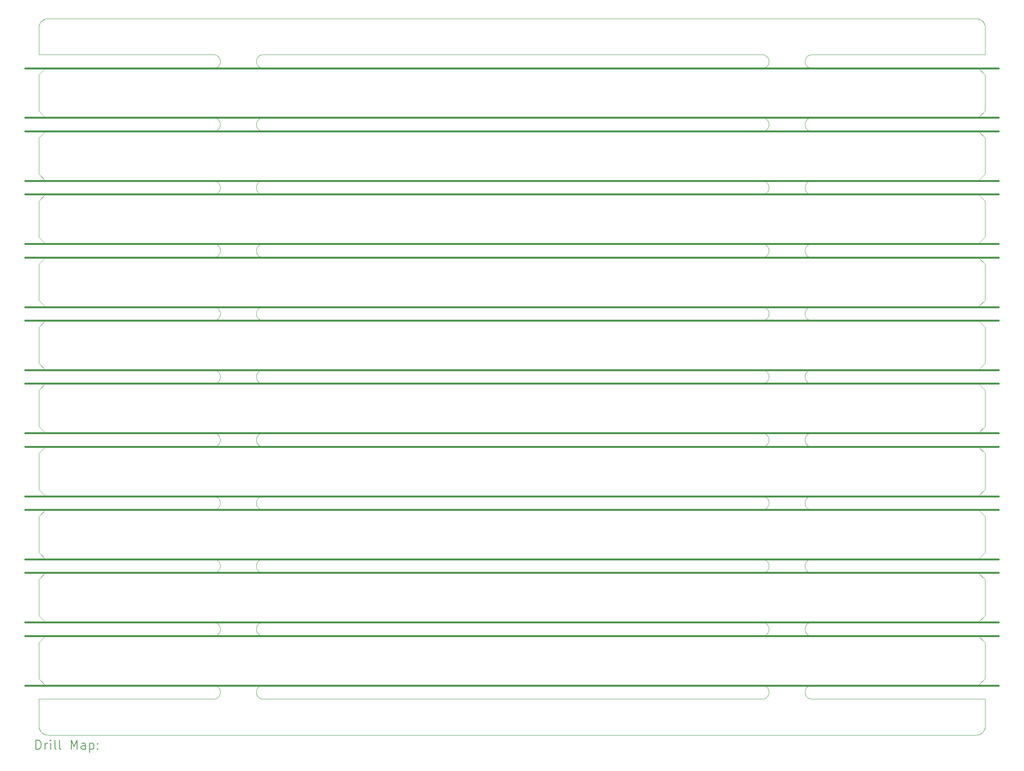
<source format=gbr>
%TF.GenerationSoftware,KiCad,Pcbnew,(6.0.7)*%
%TF.CreationDate,2023-02-06T14:52:38+00:00*%
%TF.ProjectId,Dayspring_Mini_P,44617973-7072-4696-9e67-5f4d696e695f,rev?*%
%TF.SameCoordinates,Original*%
%TF.FileFunction,Drillmap*%
%TF.FilePolarity,Positive*%
%FSLAX45Y45*%
G04 Gerber Fmt 4.5, Leading zero omitted, Abs format (unit mm)*
G04 Created by KiCad (PCBNEW (6.0.7)) date 2023-02-06 14:52:38*
%MOMM*%
%LPD*%
G01*
G04 APERTURE LIST*
%ADD10C,0.100000*%
%ADD11C,0.400000*%
%ADD12C,0.200000*%
G04 APERTURE END LIST*
D10*
X6327863Y-9419932D02*
X6329466Y-9412796D01*
X6385241Y-3970678D02*
X6379475Y-3966178D01*
X17639759Y-6770678D02*
X17633780Y-6774889D01*
X18619932Y-13797137D02*
X18612796Y-13795534D01*
X18627137Y-5398387D02*
X18619932Y-5397137D01*
X6466689Y-12100180D02*
X6474012Y-12100000D01*
X18500000Y-9450988D02*
X18500180Y-9441689D01*
X6459395Y-6799282D02*
X6452137Y-6798387D01*
X6325718Y-16465604D02*
X6325180Y-16458311D01*
X18543641Y-7943641D02*
X18548938Y-7938598D01*
X5476062Y-5361401D02*
X5470524Y-5366178D01*
X6333710Y-9398804D02*
X6336342Y-9391980D01*
X5523387Y-15027137D02*
X5524282Y-15034395D01*
X18529322Y-10760241D02*
X18533822Y-10754476D01*
D11*
X1200000Y-9600000D02*
X22800000Y-9600000D01*
D10*
X18525111Y-3766220D02*
X18529322Y-3760241D01*
X5491178Y-9545524D02*
X5486401Y-9551062D01*
X1649813Y-8200246D02*
X1648698Y-8201302D01*
X6368641Y-10956359D02*
X6363598Y-10951062D01*
X22499595Y-16600232D02*
X22499199Y-16600044D01*
X5491178Y-9354476D02*
X5495678Y-9360241D01*
X6339306Y-12185294D02*
X6342594Y-12178762D01*
X1500246Y-4950187D02*
X1501302Y-4951302D01*
X6379475Y-16333822D02*
X6385241Y-16329322D01*
X6339306Y-16385294D02*
X6342594Y-16378762D01*
X5433020Y-3988658D02*
X5426196Y-3991290D01*
X17633780Y-3974889D02*
X17627601Y-3978801D01*
X18627137Y-12101613D02*
X18634395Y-12100718D01*
X6474012Y-6800000D02*
X6466689Y-6799820D01*
X6368641Y-16343641D02*
X6373938Y-16338598D01*
X6346199Y-14972399D02*
X6350111Y-14966220D01*
X18585294Y-13514306D02*
X18591980Y-13511342D01*
X5470524Y-8166178D02*
X5464759Y-8170678D01*
X6368641Y-9343641D02*
X6373938Y-9338599D01*
X17699282Y-15065604D02*
X17698387Y-15072863D01*
X17645524Y-3733822D02*
X17651062Y-3738598D01*
X18533822Y-5345524D02*
X18529322Y-5339759D01*
X5390605Y-10700718D02*
X5397863Y-10701613D01*
X18525111Y-13566220D02*
X18529322Y-13560241D01*
X5426196Y-2591290D02*
X5419252Y-2593584D01*
X22499810Y-7750106D02*
X22499963Y-7749645D01*
X6342594Y-2378762D02*
X6346199Y-2372399D01*
X18591980Y-16588658D02*
X18585294Y-16585694D01*
X18627137Y-10998387D02*
X18619932Y-10997137D01*
X18529322Y-5160241D02*
X18533822Y-5154476D01*
X17639759Y-2570678D02*
X17633780Y-2574889D01*
X18627137Y-16598387D02*
X18619932Y-16597137D01*
X17698387Y-8072863D02*
X17697137Y-8080068D01*
X18627137Y-14901613D02*
X18634395Y-14900718D01*
X17693584Y-2405748D02*
X17695534Y-2412796D01*
X22467240Y-17309535D02*
X22475438Y-17295858D01*
X17621238Y-15182406D02*
X17614706Y-15185694D01*
X5499889Y-9533780D02*
X5495678Y-9539759D01*
X5439706Y-16314306D02*
X5446238Y-16317594D01*
X1500141Y-9749979D02*
X1500000Y-9751841D01*
X17688658Y-6708020D02*
X17685694Y-6714705D01*
X6459395Y-7900718D02*
X6466689Y-7900180D01*
X18533822Y-10945524D02*
X18529322Y-10939759D01*
X5452601Y-7921199D02*
X5458780Y-7925111D01*
X6358822Y-6745524D02*
X6354322Y-6739759D01*
X6452137Y-10998387D02*
X6444932Y-10997137D01*
X6416980Y-3988658D02*
X6410294Y-3985694D01*
X18591980Y-13788658D02*
X18585294Y-13785694D01*
X22392615Y-1522829D02*
X22376497Y-1515257D01*
X17651062Y-15161401D02*
X17645524Y-15166178D01*
X17633780Y-10725111D02*
X17639759Y-10729322D01*
X5499889Y-13733780D02*
X5495678Y-13739759D01*
X17666178Y-13745524D02*
X17661401Y-13751062D01*
X6342594Y-3778762D02*
X6346199Y-3772399D01*
X6373938Y-2561401D02*
X6368641Y-2556359D01*
X6363598Y-10951062D02*
X6358822Y-10945524D01*
X5458780Y-12125111D02*
X5464759Y-12129322D01*
X5510694Y-5314706D02*
X5507406Y-5321238D01*
X5452601Y-3978801D02*
X5446238Y-3982406D01*
X6333710Y-10901196D02*
X6331416Y-10894252D01*
X5525000Y-8049012D02*
X5524820Y-8058311D01*
X18511342Y-10791980D02*
X18514306Y-10785294D01*
X6333710Y-9501196D02*
X6331416Y-9494252D01*
X17639759Y-10970678D02*
X17633780Y-10974889D01*
X22500000Y-16601841D02*
X22499894Y-16600615D01*
X18605748Y-14906416D02*
X18612796Y-14904466D01*
X6329466Y-5287204D02*
X6327863Y-5280068D01*
X5375988Y-12100000D02*
X5383311Y-12100180D01*
X5412204Y-5395534D02*
X5405068Y-5397137D01*
X22498698Y-11148698D02*
X22351302Y-11001302D01*
X17656359Y-16343641D02*
X17661401Y-16348938D01*
X17558311Y-6500180D02*
X17565605Y-6500718D01*
X6403762Y-13782406D02*
X6397399Y-13778801D01*
X17627601Y-15178801D02*
X17621238Y-15182406D01*
X6363598Y-13548938D02*
X6368641Y-13543641D01*
X22499894Y-2299385D02*
X22500000Y-2298159D01*
X5390605Y-2300718D02*
X5397863Y-2301613D01*
X5464759Y-5370678D02*
X5458780Y-5374889D01*
X6354322Y-12160241D02*
X6358822Y-12154475D01*
X6466689Y-3700180D02*
X6474012Y-3700000D01*
X18566220Y-8174889D02*
X18560241Y-8170678D01*
X17674889Y-5166220D02*
X17678801Y-5172399D01*
X6416980Y-2588658D02*
X6410294Y-2585694D01*
X18538599Y-15151062D02*
X18533822Y-15145524D01*
X6391220Y-8174889D02*
X6385241Y-8170678D01*
X6329466Y-13687204D02*
X6327863Y-13680068D01*
X17601196Y-10991290D02*
X17594252Y-10993584D01*
X5397863Y-2301613D02*
X5405068Y-2302863D01*
X1500000Y-1701841D02*
X1500020Y-2299004D01*
X17558311Y-9599820D02*
X17550988Y-9600000D01*
X5518584Y-2494252D02*
X5516290Y-2501196D01*
X17698387Y-5227137D02*
X17699282Y-5234395D01*
X17695534Y-3812796D02*
X17697137Y-3819932D01*
X22499595Y-2299768D02*
X22499894Y-2299385D01*
X18619932Y-8197137D02*
X18612796Y-8195534D01*
X6416980Y-16588658D02*
X6410294Y-16585694D01*
X17697137Y-12280068D02*
X17695534Y-12287204D01*
X6430748Y-2593584D02*
X6423803Y-2591290D01*
X17695534Y-15012796D02*
X17697137Y-15019932D01*
X5464759Y-9570678D02*
X5458780Y-9574889D01*
X18521199Y-12327601D02*
X18517594Y-12321238D01*
X5507406Y-7978762D02*
X5510694Y-7985294D01*
X6373938Y-5138599D02*
X6379475Y-5133822D01*
X17601196Y-5391290D02*
X17594252Y-5393584D01*
X6358822Y-12154475D02*
X6363598Y-12148938D01*
X17633780Y-2574889D02*
X17627601Y-2578801D01*
X6410294Y-3985694D02*
X6403762Y-3982406D01*
X6444932Y-13502863D02*
X6452137Y-13501613D01*
X1500102Y-6950069D02*
X1500000Y-6951841D01*
X17682406Y-9521238D02*
X17678801Y-9527601D01*
X6336342Y-8108020D02*
X6333710Y-8101196D01*
X6354322Y-5339759D02*
X6350111Y-5333780D01*
X5510694Y-10914706D02*
X5507406Y-10921238D01*
X18533822Y-6745524D02*
X18529322Y-6739759D01*
X5486401Y-13548938D02*
X5491178Y-13554475D01*
X6350111Y-13566220D02*
X6354322Y-13560241D01*
X17608020Y-9588658D02*
X17601196Y-9591290D01*
X1649813Y-9600246D02*
X1648698Y-9601302D01*
X6466689Y-16300180D02*
X6474012Y-16300000D01*
X6452137Y-2301613D02*
X6459395Y-2300718D01*
X6368641Y-13756359D02*
X6363598Y-13751062D01*
X18521199Y-3772399D02*
X18525111Y-3766220D01*
X17700000Y-16450988D02*
X17699820Y-16458311D01*
X22349838Y-6800071D02*
X18649012Y-6800000D01*
X22409535Y-1532760D02*
X22395858Y-1524562D01*
X5458780Y-2325111D02*
X5464759Y-2329322D01*
X6474012Y-13800000D02*
X6466689Y-13799820D01*
X1682235Y-17399127D02*
X1701841Y-17400000D01*
X18529322Y-13560241D02*
X18533822Y-13554475D01*
X6474012Y-16300000D02*
X17550988Y-16300000D01*
X18504466Y-12212796D02*
X18506416Y-12205748D01*
X18585294Y-16314306D02*
X18591980Y-16311342D01*
X18585294Y-10714306D02*
X18591980Y-10711342D01*
X18585294Y-15185694D02*
X18578762Y-15182406D01*
X5433020Y-2311342D02*
X5439706Y-2314306D01*
X5470524Y-9333822D02*
X5476062Y-9338599D01*
X5516290Y-5198804D02*
X5518584Y-5205748D01*
X18585294Y-12114306D02*
X18591980Y-12111342D01*
X1649813Y-6800246D02*
X1648698Y-6801302D01*
X22498994Y-17219575D02*
X22499910Y-17201839D01*
X1503892Y-17239033D02*
X1508662Y-17258067D01*
X5499889Y-7966220D02*
X5503801Y-7972399D01*
X6397399Y-12378801D02*
X6391220Y-12374889D01*
X6327863Y-15019932D02*
X6329466Y-15012796D01*
X18500180Y-6658311D02*
X18500000Y-6650988D01*
X17651062Y-3738598D02*
X17656359Y-3743641D01*
X5452601Y-12121199D02*
X5458780Y-12125111D01*
X18500000Y-13650988D02*
X18500180Y-13641689D01*
X6385241Y-2329322D02*
X6391220Y-2325111D01*
X18502863Y-13619932D02*
X18504466Y-13612796D01*
X5426196Y-3708710D02*
X5433020Y-3711342D01*
X18502863Y-15080068D02*
X18501613Y-15072863D01*
X18585294Y-3714306D02*
X18591980Y-3711342D01*
X18578762Y-16317594D02*
X18585294Y-16314306D01*
X22499754Y-4950187D02*
X22499951Y-4949742D01*
X6459395Y-10999282D02*
X6452137Y-10998387D01*
X6339306Y-9385294D02*
X6342594Y-9378762D01*
X5458780Y-5125111D02*
X5464759Y-5129322D01*
X18548938Y-10738599D02*
X18554476Y-10733822D01*
X6329466Y-6612796D02*
X6331416Y-6605748D01*
X17691290Y-12301196D02*
X17688658Y-12308020D01*
X17688658Y-9508020D02*
X17685694Y-9514706D01*
X5452601Y-16321199D02*
X5458780Y-16325111D01*
X18560241Y-5129322D02*
X18566220Y-5125111D01*
X6326613Y-9427137D02*
X6327863Y-9419932D01*
X6354322Y-6739759D02*
X6350111Y-6733780D01*
X17700000Y-13649012D02*
X17699820Y-13658311D01*
X5433020Y-9311342D02*
X5439706Y-9314306D01*
X6403762Y-13517594D02*
X6410294Y-13514306D01*
X6358822Y-9354476D02*
X6363598Y-9348938D01*
X18543641Y-12143641D02*
X18548938Y-12138598D01*
X18525111Y-16366220D02*
X18529322Y-16360241D01*
X1648698Y-5098698D02*
X1650162Y-5099929D01*
X17601196Y-3708710D02*
X17608020Y-3711342D01*
X17661401Y-3748938D02*
X17666178Y-3754475D01*
X17627601Y-13778801D02*
X17621238Y-13782406D01*
X5476062Y-7938598D02*
X5481359Y-7943641D01*
X18560241Y-12370678D02*
X18554476Y-12366178D01*
X6339306Y-15114705D02*
X6336342Y-15108020D01*
X18649012Y-2600000D02*
X18641689Y-2599820D01*
X6452137Y-6501613D02*
X6459395Y-6500718D01*
X6385241Y-13529322D02*
X6391220Y-13525111D01*
X17633780Y-14925111D02*
X17639759Y-14929322D01*
X18514306Y-5185294D02*
X18517594Y-5178762D01*
X17699820Y-9458311D02*
X17699282Y-9465605D01*
X22349596Y-13499965D02*
X22350187Y-13499754D01*
X6354322Y-5160241D02*
X6358822Y-5154476D01*
X5516290Y-12301196D02*
X5513658Y-12308020D01*
X18578762Y-15182406D02*
X18572399Y-15178801D01*
X1587427Y-17365212D02*
X1590465Y-17367240D01*
X5419252Y-13506416D02*
X5426196Y-13508710D01*
X18548938Y-7938598D02*
X18554476Y-7933822D01*
X17651062Y-16338598D02*
X17656359Y-16343641D01*
X5426196Y-10708710D02*
X5433020Y-10711342D01*
X18533822Y-16545524D02*
X18529322Y-16539759D01*
X6423803Y-2308710D02*
X6430748Y-2306416D01*
X17594252Y-7906416D02*
X17601196Y-7908710D01*
X5426196Y-13791290D02*
X5419252Y-13793584D01*
X18543641Y-8156359D02*
X18538599Y-8151062D01*
X17688658Y-3791980D02*
X17691290Y-3798803D01*
X5433020Y-5111342D02*
X5439706Y-5114306D01*
X17608020Y-5111342D02*
X17614706Y-5114306D01*
X17645524Y-5366178D02*
X17639759Y-5370678D01*
X6403762Y-16582406D02*
X6397399Y-16578801D01*
X6391220Y-2574889D02*
X6385241Y-2570678D01*
X6327863Y-16480068D02*
X6326613Y-16472863D01*
X18511342Y-2508020D02*
X18508710Y-2501196D01*
X5524820Y-16458311D02*
X5524282Y-16465604D01*
X18572399Y-9321199D02*
X18578762Y-9317594D01*
X18605748Y-2593584D02*
X18598804Y-2591290D01*
X6331416Y-12205748D02*
X6333710Y-12198803D01*
X17565605Y-16599282D02*
X17558311Y-16599820D01*
X18529322Y-2539759D02*
X18525111Y-2533780D01*
X6416980Y-15188658D02*
X6410294Y-15185694D01*
X17670678Y-5339759D02*
X17666178Y-5345524D01*
X22351302Y-15201302D02*
X22349838Y-15200071D01*
X17670678Y-5160241D02*
X17674889Y-5166220D01*
X5458780Y-15174889D02*
X5452601Y-15178801D01*
X18538599Y-5351062D02*
X18533822Y-5345524D01*
X17699820Y-5241689D02*
X17700000Y-5249012D01*
X6379475Y-16566178D02*
X6373938Y-16561401D01*
X6358822Y-13554475D02*
X6363598Y-13548938D01*
X5458780Y-10725111D02*
X5464759Y-10729322D01*
X18641689Y-3999820D02*
X18634395Y-3999282D01*
X18533822Y-3754475D02*
X18538599Y-3748938D01*
X6430748Y-3706416D02*
X6437796Y-3704466D01*
X5433020Y-8188658D02*
X5426196Y-8191290D01*
X6397399Y-13521199D02*
X6403762Y-13517594D01*
X18566220Y-3974889D02*
X18560241Y-3970678D01*
X6325718Y-12234395D02*
X6326613Y-12227137D01*
X1648698Y-14898698D02*
X1650115Y-14899915D01*
X6336342Y-13708020D02*
X6333710Y-13701196D01*
X5507406Y-14978762D02*
X5510694Y-14985294D01*
X6354322Y-7960241D02*
X6358822Y-7954475D01*
X6333710Y-16501196D02*
X6331416Y-16494252D01*
X5390605Y-13799282D02*
X5383311Y-13799820D01*
X17639759Y-15170678D02*
X17633780Y-15174889D01*
X18511342Y-3908020D02*
X18508710Y-3901196D01*
X6350111Y-12333780D02*
X6346199Y-12327601D01*
X5452601Y-6521199D02*
X5458780Y-6525111D01*
X6437796Y-10704466D02*
X6444932Y-10702863D01*
X18501613Y-15027137D02*
X18502863Y-15019932D01*
X17666178Y-10754476D02*
X17670678Y-10760241D01*
X18612796Y-8195534D02*
X18605748Y-8193584D01*
X6326613Y-12272863D02*
X6325718Y-12265604D01*
X6437796Y-15195534D02*
X6430748Y-15193584D01*
X5520534Y-8012796D02*
X5522137Y-8019932D01*
X18511342Y-7991980D02*
X18514306Y-7985294D01*
X18572399Y-10978801D02*
X18566220Y-10974889D01*
X1650162Y-3699929D02*
X5375988Y-3700000D01*
X18511342Y-13591980D02*
X18514306Y-13585294D01*
X17580068Y-12102863D02*
X17587204Y-12104466D01*
X1590465Y-17367240D02*
X1604142Y-17375438D01*
X17580068Y-6797137D02*
X17572863Y-6798387D01*
X6336342Y-3908020D02*
X6333710Y-3901196D01*
X6385241Y-8170678D02*
X6379475Y-8166178D01*
X18511342Y-3791980D02*
X18514306Y-3785294D01*
X6423803Y-12391290D02*
X6416980Y-12388658D01*
X18598804Y-14908710D02*
X18605748Y-14906416D01*
X6466689Y-13500180D02*
X6474012Y-13500000D01*
X17580068Y-15197137D02*
X17572863Y-15198387D01*
X5375988Y-5400000D02*
X1650404Y-5400035D01*
X17558311Y-2300180D02*
X17565605Y-2300718D01*
X5507406Y-10778762D02*
X5510694Y-10785294D01*
X18504466Y-13612796D02*
X18506416Y-13605748D01*
X5513658Y-9508020D02*
X5510694Y-9514706D01*
X5491178Y-10754476D02*
X5495678Y-10760241D01*
X18504466Y-3887204D02*
X18502863Y-3880068D01*
X1500049Y-4949742D02*
X1500246Y-4950187D01*
X17558311Y-10999820D02*
X17550988Y-11000000D01*
X6329466Y-8087204D02*
X6327863Y-8080068D01*
X18500718Y-3865604D02*
X18500180Y-3858311D01*
X18508710Y-8101196D02*
X18506416Y-8094252D01*
X18538599Y-7948938D02*
X18543641Y-7943641D01*
X22394236Y-17376356D02*
X22411109Y-17366242D01*
X17678801Y-2372399D02*
X17682406Y-2378762D01*
X17621238Y-16582406D02*
X17614706Y-16585694D01*
X5499889Y-16366220D02*
X5503801Y-16372399D01*
X6416980Y-12111342D02*
X6423803Y-12108710D01*
X18538599Y-16348938D02*
X18543641Y-16343641D01*
X5522137Y-12280068D02*
X5520534Y-12287204D01*
X5405068Y-3702863D02*
X5412204Y-3704466D01*
X5503801Y-12327601D02*
X5499889Y-12333780D01*
X18504466Y-10887204D02*
X18502863Y-10880068D01*
X6346199Y-5327601D02*
X6342594Y-5321238D01*
X17699820Y-16441689D02*
X17700000Y-16450988D01*
X18572399Y-13521199D02*
X18578762Y-13517594D01*
X22351302Y-12401302D02*
X22349838Y-12400071D01*
X6466689Y-9300180D02*
X6474012Y-9300000D01*
X5375988Y-8200000D02*
X1650404Y-8200035D01*
X5510694Y-2385294D02*
X5513658Y-2391980D01*
X6430748Y-9306416D02*
X6437796Y-9304466D01*
X6423803Y-5108710D02*
X6430748Y-5106416D01*
X6325000Y-13650988D02*
X6325180Y-13641689D01*
X17699282Y-13665604D02*
X17698387Y-13672863D01*
X6437796Y-8195534D02*
X6430748Y-8193584D01*
X22349838Y-5400071D02*
X18649012Y-5400000D01*
X18649012Y-12400000D02*
X18641689Y-12399820D01*
X18566220Y-9325111D02*
X18572399Y-9321199D01*
X5390605Y-6500718D02*
X5397863Y-6501613D01*
X6437796Y-2595534D02*
X6430748Y-2593584D01*
X6325180Y-3858311D02*
X6325000Y-3850988D01*
X17699820Y-6658311D02*
X17699282Y-6665604D01*
X17633780Y-10974889D02*
X17627601Y-10978801D01*
X5470524Y-13766178D02*
X5464759Y-13770678D01*
X17558311Y-12100180D02*
X17565605Y-12100718D01*
X6444932Y-3702863D02*
X6452137Y-3701613D01*
X5524282Y-15034395D02*
X5524820Y-15041689D01*
X17666178Y-16354475D02*
X17670678Y-16360241D01*
X17666178Y-14954475D02*
X17670678Y-14960241D01*
X5524282Y-5234395D02*
X5524820Y-5241689D01*
X22348159Y-5100000D02*
X22349694Y-5099958D01*
X5491178Y-5154476D02*
X5495678Y-5160241D01*
X22350187Y-10699754D02*
X22351302Y-10698698D01*
X6346199Y-16372399D02*
X6350111Y-16366220D01*
X17674889Y-14966220D02*
X17678801Y-14972399D01*
X5452601Y-2321199D02*
X5458780Y-2325111D01*
X6336342Y-3791980D02*
X6339306Y-3785294D01*
D11*
X1200000Y-6800000D02*
X22800000Y-6800000D01*
D10*
X6416980Y-9311342D02*
X6423803Y-9308710D01*
X6379475Y-7933822D02*
X6385241Y-7929322D01*
X17645524Y-3966178D02*
X17639759Y-3970678D01*
X5516290Y-6598803D02*
X5518584Y-6605748D01*
X6403762Y-7917594D02*
X6410294Y-7914306D01*
X17565605Y-5100718D02*
X17572863Y-5101613D01*
X17698387Y-8027137D02*
X17699282Y-8034395D01*
X18641689Y-3700180D02*
X18649012Y-3700000D01*
X5446238Y-13782406D02*
X5439706Y-13785694D01*
X22350147Y-2600217D02*
X22349694Y-2600042D01*
X6403762Y-2582406D02*
X6397399Y-2578801D01*
X18649012Y-11000000D02*
X18641689Y-10999820D01*
X18533822Y-14954475D02*
X18538599Y-14948938D01*
X17587204Y-6504466D02*
X17594252Y-6506416D01*
X17695534Y-6612796D02*
X17697137Y-6619932D01*
X18560241Y-5370678D02*
X18554476Y-5366178D01*
X5513658Y-5308020D02*
X5510694Y-5314706D01*
X17699820Y-2441689D02*
X17700000Y-2450988D01*
X18548938Y-9561401D02*
X18543641Y-9556359D01*
X5383311Y-14900180D02*
X5390605Y-14900718D01*
X5495678Y-7960241D02*
X5499889Y-7966220D01*
X5446238Y-2582406D02*
X5439706Y-2585694D01*
X5503801Y-8127601D02*
X5499889Y-8133780D01*
X18572399Y-16321199D02*
X18578762Y-16317594D01*
X17594252Y-6793584D02*
X17587204Y-6795534D01*
X18517594Y-6578762D02*
X18521199Y-6572399D01*
X18554476Y-13533822D02*
X18560241Y-13529322D01*
X17594252Y-13793584D02*
X17587204Y-13795534D01*
X6342594Y-5178762D02*
X6346199Y-5172399D01*
X17693584Y-13605748D02*
X17695534Y-13612796D01*
X18634395Y-12399282D02*
X18627137Y-12398387D01*
X17691290Y-10901196D02*
X17688658Y-10908020D01*
X18598804Y-12391290D02*
X18591980Y-12388658D01*
X18529322Y-9539759D02*
X18525111Y-9533780D01*
X5412204Y-16595534D02*
X5405068Y-16597137D01*
X5426196Y-2308710D02*
X5433020Y-2311342D01*
X6444932Y-9302863D02*
X6452137Y-9301613D01*
X5412204Y-14904466D02*
X5419252Y-14906416D01*
X1534803Y-1587407D02*
X1532760Y-1590465D01*
X1501011Y-17219623D02*
X1503892Y-17239033D01*
X1501302Y-10551302D02*
X1648698Y-10698698D01*
X1500020Y-2299004D02*
X1500150Y-2299473D01*
X17594252Y-16593584D02*
X17587204Y-16595534D01*
X18554476Y-2333822D02*
X18560241Y-2329322D01*
X18548938Y-2561401D02*
X18543641Y-2556359D01*
X17695534Y-10887204D02*
X17693584Y-10894252D01*
X17594252Y-13506416D02*
X17601196Y-13508710D01*
X5419252Y-8193584D02*
X5412204Y-8195534D01*
X18521199Y-13727601D02*
X18517594Y-13721238D01*
X17621238Y-8182406D02*
X17614706Y-8185694D01*
X18566220Y-13774889D02*
X18560241Y-13770678D01*
X6444932Y-2597137D02*
X6437796Y-2595534D01*
X18500718Y-6665604D02*
X18500180Y-6658311D01*
X18514306Y-14985294D02*
X18517594Y-14978762D01*
X17678801Y-16372399D02*
X17682406Y-16378762D01*
X17558311Y-13799820D02*
X17550988Y-13800000D01*
X5458780Y-14925111D02*
X5464759Y-14929322D01*
X18506416Y-3805748D02*
X18508710Y-3798803D01*
X18578762Y-13782406D02*
X18572399Y-13778801D01*
X6350111Y-5166220D02*
X6354322Y-5160241D01*
X1623503Y-17384743D02*
X1641933Y-17391337D01*
X18500718Y-12265604D02*
X18500180Y-12258311D01*
X5452601Y-10721199D02*
X5458780Y-10725111D01*
X17678801Y-6572399D02*
X17682406Y-6578762D01*
X5510694Y-5185294D02*
X5513658Y-5191980D01*
X6342594Y-8121238D02*
X6339306Y-8114705D01*
X6325180Y-8058311D02*
X6325000Y-8050988D01*
X17700000Y-12249012D02*
X17699820Y-12258311D01*
X6326613Y-6627137D02*
X6327863Y-6619932D01*
X18538599Y-5148938D02*
X18543641Y-5143641D01*
X18566220Y-3725111D02*
X18572399Y-3721199D01*
X1500246Y-16150187D02*
X1501302Y-16151302D01*
X17645524Y-6766178D02*
X17639759Y-6770678D01*
X17699282Y-9465605D02*
X17698387Y-9472863D01*
X6350111Y-7966220D02*
X6354322Y-7960241D01*
X6363598Y-12148938D02*
X6368641Y-12143641D01*
D11*
X1200000Y-10700000D02*
X22800000Y-10700000D01*
D10*
X6397399Y-3978801D02*
X6391220Y-3974889D01*
X1508662Y-1641933D02*
X1504290Y-1659196D01*
X5524820Y-15041689D02*
X5525000Y-15049012D01*
X1500246Y-12549813D02*
X1500042Y-12550306D01*
X6350111Y-16533780D02*
X6346199Y-16527601D01*
X17656359Y-8156359D02*
X17651062Y-8161401D01*
X5503801Y-10772399D02*
X5507406Y-10778762D01*
X18502863Y-13680068D02*
X18501613Y-13672863D01*
X6342594Y-10778762D02*
X6346199Y-10772399D01*
X5452601Y-9321199D02*
X5458780Y-9325111D01*
X17608020Y-3711342D02*
X17614706Y-3714306D01*
X5439706Y-8185694D02*
X5433020Y-8188658D01*
X6368641Y-5143641D02*
X6373938Y-5138599D01*
X17601196Y-5108710D02*
X17608020Y-5111342D01*
X6423803Y-9591290D02*
X6416980Y-9588658D01*
X5439706Y-10985694D02*
X5433020Y-10988658D01*
X5470524Y-12133822D02*
X5476062Y-12138598D01*
X6331416Y-8005748D02*
X6333710Y-7998803D01*
X6331416Y-2494252D02*
X6329466Y-2487204D01*
X6325718Y-10865605D02*
X6325180Y-10858311D01*
X18554476Y-13766178D02*
X18548938Y-13761401D01*
X5499889Y-5333780D02*
X5495678Y-5339759D01*
X6452137Y-6798387D02*
X6444932Y-6797137D01*
X5412204Y-12395534D02*
X5405068Y-12397137D01*
X18572399Y-5121199D02*
X18578762Y-5117594D01*
X6385241Y-9329322D02*
X6391220Y-9325111D01*
X18634395Y-10700718D02*
X18641689Y-10700180D01*
X6339306Y-6585294D02*
X6342594Y-6578762D01*
X18585294Y-6785694D02*
X18578762Y-6782406D01*
X17699282Y-10834395D02*
X17699820Y-10841689D01*
X17698387Y-13627137D02*
X17699282Y-13634395D01*
X17670678Y-12160241D02*
X17674889Y-12166220D01*
X6373938Y-9561401D02*
X6368641Y-9556359D01*
X5516290Y-10798804D02*
X5518584Y-10805748D01*
X17685694Y-13714705D02*
X17682406Y-13721238D01*
X18641689Y-9599820D02*
X18634395Y-9599282D01*
X18506416Y-8094252D02*
X18504466Y-8087204D01*
X6430748Y-13793584D02*
X6423803Y-13791290D01*
X1524562Y-17295858D02*
X1532760Y-17309535D01*
X17627601Y-6521199D02*
X17633780Y-6525111D01*
X22349885Y-4000085D02*
X18649012Y-4000000D01*
X6333710Y-2501196D02*
X6331416Y-2494252D01*
X6325718Y-8065604D02*
X6325180Y-8058311D01*
X5458780Y-16574889D02*
X5452601Y-16578801D01*
X5481359Y-9556359D02*
X5476062Y-9561401D01*
X18533822Y-12154475D02*
X18538599Y-12148938D01*
X22351302Y-16298698D02*
X22498698Y-16151302D01*
X5507406Y-5178762D02*
X5510694Y-5185294D01*
X17645524Y-14933822D02*
X17651062Y-14938598D01*
X22348159Y-2600000D02*
X18649012Y-2600000D01*
X1501302Y-4951302D02*
X1648698Y-5098698D01*
X22351302Y-13498698D02*
X22498698Y-13351302D01*
X18560241Y-6770678D02*
X18554476Y-6766178D01*
X17580068Y-12397137D02*
X17572863Y-12398387D01*
X17594252Y-10993584D02*
X17587204Y-10995534D01*
X18605748Y-12106416D02*
X18612796Y-12104466D01*
X5491178Y-14954475D02*
X5495678Y-14960241D01*
X5439706Y-5114306D02*
X5446238Y-5117594D01*
X5491178Y-13745524D02*
X5486401Y-13751062D01*
X6368641Y-14943641D02*
X6373938Y-14938598D01*
X5464759Y-6529322D02*
X5470524Y-6533822D01*
X17651062Y-10738599D02*
X17656359Y-10743641D01*
X17699820Y-3858311D02*
X17699282Y-3865604D01*
X5476062Y-12361401D02*
X5470524Y-12366178D01*
X6325718Y-13634395D02*
X6326613Y-13627137D01*
X18605748Y-8193584D02*
X18598804Y-8191290D01*
X18591980Y-14911342D02*
X18598804Y-14908710D01*
X6339306Y-10785294D02*
X6342594Y-10778762D01*
X6385241Y-10729322D02*
X6391220Y-10725111D01*
X6430748Y-5393584D02*
X6423803Y-5391290D01*
X5412204Y-13504466D02*
X5419252Y-13506416D01*
X6452137Y-12101613D02*
X6459395Y-12100718D01*
X6459395Y-12399282D02*
X6452137Y-12398387D01*
X6423803Y-16591290D02*
X6416980Y-16588658D01*
X17682406Y-14978762D02*
X17685694Y-14985294D01*
X5452601Y-12378801D02*
X5446238Y-12382406D01*
X18619932Y-9597137D02*
X18612796Y-9595534D01*
X6329466Y-15012796D02*
X6331416Y-15005748D01*
X18508710Y-6701196D02*
X18506416Y-6694252D01*
X17580068Y-2302863D02*
X17587204Y-2304466D01*
X6459395Y-14900718D02*
X6466689Y-14900180D01*
X6474012Y-16600000D02*
X6466689Y-16599820D01*
X18500718Y-12234395D02*
X18501613Y-12227137D01*
X17697137Y-9419932D02*
X17698387Y-9427137D01*
X17608020Y-16588658D02*
X17601196Y-16591290D01*
X17693584Y-9405748D02*
X17695534Y-9412796D01*
X6326613Y-2472863D02*
X6325718Y-2465605D01*
X5383311Y-9300180D02*
X5390605Y-9300718D01*
X5524820Y-12258311D02*
X5524282Y-12265604D01*
X6336342Y-15108020D02*
X6333710Y-15101196D01*
X22498698Y-4951302D02*
X22499754Y-4950187D01*
X5486401Y-7948938D02*
X5491178Y-7954475D01*
D11*
X1200000Y-6500000D02*
X22800000Y-6500000D01*
D10*
X5464759Y-2570678D02*
X5458780Y-2574889D01*
X6423803Y-5391290D02*
X6416980Y-5388658D01*
X17601196Y-6791290D02*
X17594252Y-6793584D01*
X6354322Y-2360241D02*
X6358822Y-2354476D01*
X17699820Y-10841689D02*
X17700000Y-10849012D01*
X17639759Y-16570678D02*
X17633780Y-16574889D01*
X17700000Y-8049012D02*
X17699820Y-8058311D01*
X17587204Y-10704466D02*
X17594252Y-10706416D01*
X6474012Y-6500000D02*
X17550988Y-6500000D01*
X17698387Y-9472863D02*
X17697137Y-9480068D01*
X5522137Y-10880068D02*
X5520534Y-10887204D01*
X18543641Y-16556359D02*
X18538599Y-16551062D01*
X5507406Y-3778762D02*
X5510694Y-3785294D01*
X17691290Y-14998803D02*
X17693584Y-15005748D01*
X5510694Y-6714705D02*
X5507406Y-6721238D01*
X6444932Y-13797137D02*
X6437796Y-13795534D01*
X17608020Y-7911342D02*
X17614706Y-7914306D01*
X5476062Y-16561401D02*
X5470524Y-16566178D01*
X18501613Y-6627137D02*
X18502863Y-6619932D01*
X17699820Y-2458311D02*
X17699282Y-2465605D01*
X6325718Y-2465605D02*
X6325180Y-2458311D01*
X18591980Y-12111342D02*
X18598804Y-12108710D01*
X17565605Y-3700718D02*
X17572863Y-3701613D01*
X18529322Y-6560241D02*
X18533822Y-6554475D01*
X5426196Y-5108710D02*
X5433020Y-5111342D01*
X18533822Y-6554475D02*
X18538599Y-6548938D01*
X1500120Y-8350023D02*
X1500000Y-8351841D01*
X17661401Y-5148938D02*
X17666178Y-5154476D01*
X17693584Y-6694252D02*
X17691290Y-6701196D01*
X17627601Y-5378801D02*
X17621238Y-5382406D01*
X6459395Y-3700718D02*
X6466689Y-3700180D01*
X17580068Y-6502863D02*
X17587204Y-6504466D01*
X6368641Y-12356359D02*
X6363598Y-12351062D01*
X17678801Y-8127601D02*
X17674889Y-8133780D01*
X5507406Y-15121238D02*
X5503801Y-15127601D01*
X6368641Y-6543641D02*
X6373938Y-6538598D01*
X18572399Y-9578801D02*
X18566220Y-9574889D01*
X18585294Y-16585694D02*
X18578762Y-16582406D01*
X6437796Y-14904466D02*
X6444932Y-14902863D01*
X5520534Y-2487204D02*
X5518584Y-2494252D01*
X18566220Y-7925111D02*
X18572399Y-7921199D01*
X5412204Y-16304466D02*
X5419252Y-16306416D01*
X5486401Y-16348938D02*
X5491178Y-16354475D01*
X5520534Y-2412796D02*
X5522137Y-2419932D01*
X18634395Y-3999282D02*
X18627137Y-3998387D01*
X1504290Y-1659196D02*
X1503573Y-1662803D01*
X6385241Y-16570678D02*
X6379475Y-16566178D01*
X17639759Y-2329322D02*
X17645524Y-2333822D01*
X5470524Y-16333822D02*
X5476062Y-16338598D01*
X22499754Y-6949813D02*
X22498698Y-6948698D01*
X18572399Y-12378801D02*
X18566220Y-12374889D01*
X18560241Y-13770678D02*
X18554476Y-13766178D01*
X17699282Y-8065604D02*
X17698387Y-8072863D01*
X17627601Y-14921199D02*
X17633780Y-14925111D01*
X5503801Y-6727601D02*
X5499889Y-6733780D01*
X6326613Y-8072863D02*
X6325718Y-8065604D01*
X17601196Y-6508710D02*
X17608020Y-6511342D01*
X1532760Y-1590465D02*
X1523644Y-1605764D01*
X5446238Y-10717594D02*
X5452601Y-10721199D01*
X6379475Y-5133822D02*
X6385241Y-5129322D01*
X17691290Y-5301196D02*
X17688658Y-5308020D01*
X17601196Y-16308710D02*
X17608020Y-16311342D01*
X5439706Y-6785694D02*
X5433020Y-6788658D01*
X18506416Y-5294252D02*
X18504466Y-5287204D01*
X17670678Y-3760241D02*
X17674889Y-3766220D01*
X17688658Y-10908020D02*
X17685694Y-10914706D01*
X18533822Y-15145524D02*
X18529322Y-15139759D01*
X17700000Y-15049012D02*
X17699820Y-15058311D01*
X6329466Y-12287204D02*
X6327863Y-12280068D01*
X17666178Y-12345524D02*
X17661401Y-12351062D01*
X6342594Y-13721238D02*
X6339306Y-13714705D01*
X18506416Y-9494252D02*
X18504466Y-9487204D01*
X18502863Y-3880068D02*
X18501613Y-3872863D01*
X1621799Y-1516011D02*
X1607385Y-1522829D01*
X18554476Y-9333822D02*
X18560241Y-9329322D01*
X6339306Y-2385294D02*
X6342594Y-2378762D01*
X17670678Y-2360241D02*
X17674889Y-2366220D01*
X17587204Y-2304466D02*
X17594252Y-2306416D01*
X5522137Y-8080068D02*
X5520534Y-8087204D01*
X18506416Y-3894252D02*
X18504466Y-3887204D01*
X1522829Y-17292615D02*
X1524562Y-17295858D01*
X18548938Y-16338598D02*
X18554476Y-16333822D01*
X18591980Y-13511342D02*
X18598804Y-13508710D01*
X5520534Y-9412796D02*
X5522137Y-9419932D01*
X18554476Y-12366178D02*
X18548938Y-12361401D01*
X18585294Y-7914306D02*
X18591980Y-7911342D01*
X6459395Y-2300718D02*
X6466689Y-2300180D01*
X6346199Y-15127601D02*
X6342594Y-15121238D01*
X5383311Y-5399820D02*
X5375988Y-5400000D01*
X18598804Y-10708710D02*
X18605748Y-10706416D01*
X18612796Y-13504466D02*
X18619932Y-13502863D01*
X22349885Y-3699915D02*
X22351302Y-3698698D01*
X17645524Y-2566178D02*
X17639759Y-2570678D01*
X18612796Y-16304466D02*
X18619932Y-16302863D01*
X6385241Y-7929322D02*
X6391220Y-7925111D01*
X17678801Y-6727601D02*
X17674889Y-6733780D01*
X17674889Y-9366220D02*
X17678801Y-9372399D01*
X5524820Y-8058311D02*
X5524282Y-8065604D01*
X18649012Y-5100000D02*
X22348159Y-5100000D01*
X17693584Y-10894252D02*
X17691290Y-10901196D01*
X5524820Y-2441689D02*
X5525000Y-2449012D01*
X18634395Y-9599282D02*
X18627137Y-9598387D01*
X5510694Y-6585294D02*
X5513658Y-6591980D01*
X18598804Y-9591290D02*
X18591980Y-9588658D01*
X17670678Y-9539759D02*
X17666178Y-9545524D01*
X6466689Y-6799820D02*
X6459395Y-6799282D01*
X17580068Y-3702863D02*
X17587204Y-3704466D01*
X18502863Y-8080068D02*
X18501613Y-8072863D01*
X6354322Y-9360241D02*
X6358822Y-9354476D01*
X22500000Y-2298159D02*
X22500000Y-1701841D01*
X1650162Y-10699929D02*
X5375988Y-10700000D01*
X5495678Y-5339759D02*
X5491178Y-5345524D01*
X6391220Y-13525111D02*
X6397399Y-13521199D01*
X6325000Y-6650988D02*
X6325180Y-6641689D01*
X18514306Y-10914706D02*
X18511342Y-10908020D01*
X17639759Y-9329322D02*
X17645524Y-9333822D01*
X6350111Y-6566220D02*
X6354322Y-6560241D01*
X18501613Y-12227137D02*
X18502863Y-12219932D01*
X5397863Y-15198387D02*
X5390605Y-15199282D01*
X5433020Y-7911342D02*
X5439706Y-7914306D01*
X5433020Y-6788658D02*
X5426196Y-6791290D01*
X22499879Y-10549977D02*
X22500000Y-10548159D01*
X17691290Y-8101196D02*
X17688658Y-8108020D01*
X5470524Y-10966178D02*
X5464759Y-10970678D01*
X17621238Y-3717594D02*
X17627601Y-3721199D01*
X5507406Y-6721238D02*
X5503801Y-6727601D01*
X6466689Y-12399820D02*
X6459395Y-12399282D01*
X6331416Y-3894252D02*
X6329466Y-3887204D01*
X18591980Y-6511342D02*
X18598804Y-6508710D01*
X18548938Y-13761401D02*
X18543641Y-13756359D01*
X5520534Y-16487204D02*
X5518584Y-16494252D01*
X17621238Y-13517594D02*
X17627601Y-13521199D01*
X5499889Y-2533780D02*
X5495678Y-2539759D01*
X17614706Y-7914306D02*
X17621238Y-7917594D01*
X18500000Y-12250988D02*
X18500180Y-12241689D01*
X18560241Y-2570678D02*
X18554476Y-2566178D01*
X5503801Y-7972399D02*
X5507406Y-7978762D01*
X6391220Y-7925111D02*
X6397399Y-7921199D01*
X17670678Y-2539759D02*
X17666178Y-2545524D01*
X5476062Y-10961401D02*
X5470524Y-10966178D01*
X5507406Y-9521238D02*
X5503801Y-9527601D01*
X6368641Y-8156359D02*
X6363598Y-8151062D01*
X18508710Y-5198804D02*
X18511342Y-5191980D01*
X5513658Y-3908020D02*
X5510694Y-3914705D01*
X5446238Y-10982406D02*
X5439706Y-10985694D01*
X17685694Y-12185294D02*
X17688658Y-12191980D01*
X22351302Y-8201302D02*
X22349838Y-8200071D01*
X18511342Y-2391980D02*
X18514306Y-2385294D01*
X6329466Y-3887204D02*
X6327863Y-3880068D01*
X17627601Y-9578801D02*
X17621238Y-9582406D01*
X22349596Y-10699965D02*
X22350187Y-10699754D01*
X17670678Y-7960241D02*
X17674889Y-7966220D01*
X5520534Y-6687204D02*
X5518584Y-6694252D01*
X18641689Y-12100180D02*
X18649012Y-12100000D01*
X17699282Y-12234395D02*
X17699820Y-12241689D01*
X17627601Y-3978801D02*
X17621238Y-3982406D01*
X5510694Y-13585294D02*
X5513658Y-13591980D01*
X17639759Y-6529322D02*
X17645524Y-6533822D01*
X18538599Y-3951062D02*
X18533822Y-3945524D01*
X5470524Y-2333822D02*
X5476062Y-2338599D01*
X5525000Y-15049012D02*
X5524820Y-15058311D01*
X17550988Y-6800000D02*
X6474012Y-6800000D01*
X18543641Y-13543641D02*
X18548938Y-13538598D01*
X1500000Y-11151841D02*
X1500049Y-11949742D01*
X18514306Y-9385294D02*
X18517594Y-9378762D01*
X18585294Y-2585694D02*
X18578762Y-2582406D01*
X17688658Y-16508020D02*
X17685694Y-16514705D01*
X6379475Y-3733822D02*
X6385241Y-3729322D01*
X17608020Y-3988658D02*
X17601196Y-3991290D01*
X6430748Y-16593584D02*
X6423803Y-16591290D01*
X6325718Y-2434395D02*
X6326613Y-2427137D01*
X22442658Y-1559943D02*
X22440057Y-1557342D01*
X18560241Y-10729322D02*
X18566220Y-10725111D01*
X18641689Y-7900180D02*
X18649012Y-7900000D01*
X5525000Y-2449012D02*
X5524820Y-2458311D01*
X5481359Y-7943641D02*
X5486401Y-7948938D01*
X6474012Y-14900000D02*
X17550988Y-14900000D01*
X17627601Y-13521199D02*
X17633780Y-13525111D01*
X18506416Y-13605748D02*
X18508710Y-13598803D01*
X1545417Y-17326831D02*
X1557342Y-17340057D01*
X17608020Y-2588658D02*
X17601196Y-2591290D01*
X5464759Y-9329322D02*
X5470524Y-9333822D01*
X6363598Y-9551062D02*
X6358822Y-9545524D01*
X6403762Y-5117594D02*
X6410294Y-5114306D01*
X18500180Y-12241689D02*
X18500718Y-12234395D01*
X5513658Y-10791980D02*
X5516290Y-10798804D01*
X5390605Y-15199282D02*
X5383311Y-15199820D01*
X6358822Y-8145524D02*
X6354322Y-8139759D01*
X17697137Y-16480068D02*
X17695534Y-16487204D01*
X18641689Y-13500180D02*
X18649012Y-13500000D01*
X18506416Y-16494252D02*
X18504466Y-16487204D01*
X6459395Y-9599282D02*
X6452137Y-9598387D01*
X6325180Y-12258311D02*
X6325000Y-12250988D01*
X6397399Y-2321199D02*
X6403762Y-2317594D01*
X18521199Y-8127601D02*
X18517594Y-8121238D01*
X6397399Y-12121199D02*
X6403762Y-12117594D01*
X17550988Y-6500000D02*
X17558311Y-6500180D01*
X17651062Y-16561401D02*
X17645524Y-16566178D01*
X5507406Y-2378762D02*
X5510694Y-2385294D01*
X1649813Y-12400246D02*
X1648698Y-12401302D01*
X22475438Y-17295858D02*
X22477171Y-17292615D01*
X1650404Y-4000035D02*
X1649813Y-4000246D01*
X5523387Y-13672863D02*
X5522137Y-13680068D01*
X6327863Y-13680068D02*
X6326613Y-13672863D01*
X1648698Y-5401302D02*
X1501302Y-5548698D01*
X18649012Y-9600000D02*
X18641689Y-9599820D01*
X5499889Y-2366220D02*
X5503801Y-2372399D01*
X18649012Y-15200000D02*
X18641689Y-15199820D01*
X22499929Y-16149838D02*
X22499951Y-15350258D01*
X5481359Y-2343641D02*
X5486401Y-2348938D01*
X6325180Y-15058311D02*
X6325000Y-15050988D01*
X18521199Y-15127601D02*
X18517594Y-15121238D01*
X5476062Y-6761401D02*
X5470524Y-6766178D01*
X1500085Y-5550115D02*
X1500049Y-6349742D01*
X17656359Y-14943641D02*
X17661401Y-14948938D01*
X5426196Y-15191290D02*
X5419252Y-15193584D01*
X6325180Y-12241689D02*
X6325718Y-12234395D01*
X18641689Y-10999820D02*
X18634395Y-10999282D01*
X6373938Y-3738598D02*
X6379475Y-3733822D01*
X18649012Y-4000000D02*
X18641689Y-3999820D01*
X6423803Y-9308710D02*
X6430748Y-9306416D01*
X6416980Y-10988658D02*
X6410294Y-10985694D01*
X17670678Y-3939759D02*
X17666178Y-3945524D01*
X6444932Y-5102863D02*
X6452137Y-5101613D01*
X17627601Y-7921199D02*
X17633780Y-7925111D01*
X6397399Y-16321199D02*
X6403762Y-16317594D01*
X22499951Y-12550258D02*
X22499754Y-12549813D01*
X17695534Y-12212796D02*
X17697137Y-12219932D01*
X22498698Y-16151302D02*
X22499929Y-16149838D01*
X17682406Y-3921238D02*
X17678801Y-3927601D01*
X17661401Y-6548938D02*
X17666178Y-6554475D01*
X22499754Y-15349813D02*
X22498698Y-15348698D01*
X18529322Y-7960241D02*
X18533822Y-7954475D01*
X22351302Y-12098698D02*
X22498698Y-11951302D01*
X1500049Y-3549742D02*
X1500246Y-3550187D01*
X18605748Y-15193584D02*
X18598804Y-15191290D01*
X17645524Y-16566178D02*
X17639759Y-16570678D01*
X18591980Y-16311342D02*
X18598804Y-16308710D01*
X6358822Y-2545524D02*
X6354322Y-2539759D01*
X6397399Y-10978801D02*
X6391220Y-10974889D01*
X6373938Y-5361401D02*
X6368641Y-5356359D01*
X18612796Y-16595534D02*
X18605748Y-16593584D01*
X5433020Y-16588658D02*
X5426196Y-16591290D01*
X5524820Y-16441689D02*
X5525000Y-16450988D01*
X5397863Y-12398387D02*
X5390605Y-12399282D01*
X18543641Y-10956359D02*
X18538599Y-10951062D01*
X6379475Y-9566178D02*
X6373938Y-9561401D01*
X5383311Y-3700180D02*
X5390605Y-3700718D01*
X18501613Y-13672863D02*
X18500718Y-13665604D01*
X17651062Y-5138599D02*
X17656359Y-5143641D01*
X18538599Y-6548938D02*
X18543641Y-6543641D01*
X18521199Y-12172399D02*
X18525111Y-12166220D01*
X17695534Y-10812796D02*
X17697137Y-10819932D01*
X22499754Y-11149813D02*
X22498698Y-11148698D01*
X18529322Y-13739759D02*
X18525111Y-13733780D01*
X18598804Y-2591290D02*
X18591980Y-2588658D01*
X6329466Y-10887204D02*
X6327863Y-10880068D01*
X17666178Y-8145524D02*
X17661401Y-8151062D01*
X18627137Y-12398387D02*
X18619932Y-12397137D01*
X5426196Y-9308710D02*
X5433020Y-9311342D01*
X5522137Y-5280068D02*
X5520534Y-5287204D01*
X17700000Y-5249012D02*
X17699820Y-5258311D01*
X18533822Y-5154476D02*
X18538599Y-5148938D01*
X6474012Y-3700000D02*
X17550988Y-3700000D01*
X18627137Y-5101613D02*
X18634395Y-5100718D01*
X17580068Y-10997137D02*
X17572863Y-10998387D01*
X6459395Y-15199282D02*
X6452137Y-15198387D01*
X6363598Y-14948938D02*
X6368641Y-14943641D01*
X6325180Y-9441689D02*
X6325718Y-9434395D01*
X17651062Y-2561401D02*
X17645524Y-2566178D01*
X18578762Y-9317594D02*
X18585294Y-9314306D01*
X6430748Y-10993584D02*
X6423803Y-10991290D01*
X6410294Y-3714306D02*
X6416980Y-3711342D01*
X17558311Y-15199820D02*
X17550988Y-15200000D01*
X17697137Y-8019932D02*
X17698387Y-8027137D01*
X18508710Y-9398804D02*
X18511342Y-9391980D01*
X5522137Y-2419932D02*
X5523387Y-2427137D01*
X17678801Y-10927601D02*
X17674889Y-10933780D01*
X18605748Y-6506416D02*
X18612796Y-6504466D01*
X6459395Y-13500718D02*
X6466689Y-13500180D01*
X18598804Y-3708710D02*
X18605748Y-3706416D01*
X17645524Y-9566178D02*
X17639759Y-9570678D01*
X5524282Y-2434395D02*
X5524820Y-2441689D01*
X5426196Y-14908710D02*
X5433020Y-14911342D01*
X6329466Y-13612796D02*
X6331416Y-13605748D01*
X1648698Y-6801302D02*
X1501302Y-6948698D01*
X5412204Y-8195534D02*
X5405068Y-8197137D01*
X18500718Y-5234395D02*
X18501613Y-5227137D01*
X5433020Y-16311342D02*
X5439706Y-16314306D01*
D11*
X1200000Y-16300000D02*
X22800000Y-16300000D01*
D10*
X6368641Y-2343641D02*
X6373938Y-2338599D01*
X5470524Y-16566178D02*
X5464759Y-16570678D01*
X6368641Y-7943641D02*
X6373938Y-7938598D01*
X17572863Y-3998387D02*
X17565605Y-3999282D01*
X18641689Y-6500180D02*
X18649012Y-6500000D01*
X17695534Y-9412796D02*
X17697137Y-9419932D01*
X6346199Y-2527601D02*
X6342594Y-2521238D01*
X18525111Y-8133780D02*
X18521199Y-8127601D01*
X6373938Y-13761401D02*
X6368641Y-13756359D01*
X5476062Y-13761401D02*
X5470524Y-13766178D01*
X6416980Y-13511342D02*
X6423803Y-13508710D01*
X17685694Y-13585294D02*
X17688658Y-13591980D01*
X6391220Y-3974889D02*
X6385241Y-3970678D01*
X5412204Y-2595534D02*
X5405068Y-2597137D01*
X6385241Y-6770678D02*
X6379475Y-6766178D01*
X6403762Y-10717594D02*
X6410294Y-10714306D01*
X6459395Y-13799282D02*
X6452137Y-13798387D01*
X6410294Y-12385694D02*
X6403762Y-12382406D01*
X17558311Y-6799820D02*
X17550988Y-6800000D01*
X6325180Y-2458311D02*
X6325000Y-2449012D01*
X6327863Y-3819932D02*
X6329466Y-3812796D01*
X18619932Y-2597137D02*
X18612796Y-2595534D01*
X18502863Y-10880068D02*
X18501613Y-10872863D01*
X5419252Y-7906416D02*
X5426196Y-7908710D01*
X18500000Y-15050988D02*
X18500180Y-15041689D01*
X5390605Y-6799282D02*
X5383311Y-6799820D01*
X6363598Y-8151062D02*
X6358822Y-8145524D01*
X5405068Y-15197137D02*
X5397863Y-15198387D01*
X6437796Y-16595534D02*
X6430748Y-16593584D01*
X5518584Y-16494252D02*
X5516290Y-16501196D01*
X22499898Y-11949931D02*
X22500000Y-11948159D01*
X5499889Y-12333780D02*
X5495678Y-12339759D01*
X17601196Y-12391290D02*
X17594252Y-12393584D01*
X6346199Y-13727601D02*
X6342594Y-13721238D01*
X17594252Y-3706416D02*
X17601196Y-3708710D01*
X18501613Y-8072863D02*
X18500718Y-8065604D01*
X17700000Y-3849012D02*
X17699820Y-3858311D01*
X18619932Y-5102863D02*
X18627137Y-5101613D01*
X17699820Y-15058311D02*
X17699282Y-15065604D01*
X6358822Y-7954475D02*
X6363598Y-7948938D01*
X18525111Y-12333780D02*
X18521199Y-12327601D01*
X17621238Y-16317594D02*
X17627601Y-16321199D01*
X5486401Y-3951062D02*
X5481359Y-3956359D01*
X6331416Y-3805748D02*
X6333710Y-3798803D01*
X6452137Y-3701613D02*
X6459395Y-3700718D01*
X6474012Y-7900000D02*
X17550988Y-7900000D01*
X5516290Y-13598803D02*
X5518584Y-13605748D01*
X17674889Y-6566220D02*
X17678801Y-6572399D01*
X17558311Y-9300180D02*
X17565605Y-9300718D01*
X22498698Y-8348698D02*
X22351302Y-8201302D01*
X6430748Y-5106416D02*
X6437796Y-5104466D01*
X5419252Y-15193584D02*
X5412204Y-15195534D01*
X18641689Y-12399820D02*
X18634395Y-12399282D01*
X5524820Y-13658311D02*
X5524282Y-13665604D01*
X17645524Y-2333822D02*
X17651062Y-2338599D01*
X5397863Y-6798387D02*
X5390605Y-6799282D01*
X17580068Y-9302863D02*
X17587204Y-9304466D01*
X6350111Y-3766220D02*
X6354322Y-3760241D01*
X17580068Y-5102863D02*
X17587204Y-5104466D01*
X5499889Y-14966220D02*
X5503801Y-14972399D01*
X17695534Y-13687204D02*
X17693584Y-13694252D01*
X6363598Y-6751062D02*
X6358822Y-6745524D01*
X5458780Y-12374889D02*
X5452601Y-12378801D01*
X17550988Y-5400000D02*
X6474012Y-5400000D01*
X5522137Y-16419932D02*
X5523387Y-16427137D01*
X5481359Y-13756359D02*
X5476062Y-13761401D01*
X18554476Y-3733822D02*
X18560241Y-3729322D01*
X22499951Y-4949742D02*
X22500000Y-4151841D01*
X22351302Y-3698698D02*
X22498698Y-3551302D01*
X17608020Y-2311342D02*
X17614706Y-2314306D01*
X18511342Y-12191980D02*
X18514306Y-12185294D01*
X17627601Y-6778801D02*
X17621238Y-6782406D01*
X17645524Y-6533822D02*
X17651062Y-6538598D01*
X6325718Y-8034395D02*
X6326613Y-8027137D01*
X6379475Y-2566178D02*
X6373938Y-2561401D01*
X17656359Y-10956359D02*
X17651062Y-10961401D01*
X18500180Y-8041689D02*
X18500718Y-8034395D01*
X6363598Y-10748938D02*
X6368641Y-10743641D01*
X6327863Y-16419932D02*
X6329466Y-16412796D01*
X17674889Y-10766220D02*
X17678801Y-10772399D01*
X17608020Y-6788658D02*
X17601196Y-6791290D01*
X1650162Y-5099929D02*
X5375988Y-5100000D01*
X17645524Y-9333822D02*
X17651062Y-9338599D01*
X17691290Y-3901196D02*
X17688658Y-3908020D01*
X5524282Y-8034395D02*
X5524820Y-8041689D01*
X22395858Y-1524562D02*
X22392615Y-1522829D01*
X6325718Y-5234395D02*
X6326613Y-5227137D01*
X5446238Y-9582406D02*
X5439706Y-9585694D01*
X18508710Y-6598803D02*
X18511342Y-6591980D01*
X6373938Y-12138598D02*
X6379475Y-12133822D01*
X18578762Y-9582406D02*
X18572399Y-9578801D01*
X6325180Y-16458311D02*
X6325000Y-16449012D01*
X17550988Y-12400000D02*
X6474012Y-12400000D01*
X18634395Y-2300718D02*
X18641689Y-2300180D01*
X18500180Y-2441689D02*
X18500718Y-2434395D01*
X18514306Y-3914705D02*
X18511342Y-3908020D01*
X6342594Y-6578762D02*
X6346199Y-6572399D01*
X5510694Y-3914705D02*
X5507406Y-3921238D01*
X5464759Y-5129322D02*
X5470524Y-5133822D01*
X5405068Y-5102863D02*
X5412204Y-5104466D01*
X18517594Y-13578762D02*
X18521199Y-13572399D01*
X5375988Y-12400000D02*
X1650404Y-12400035D01*
X6350111Y-15133780D02*
X6346199Y-15127601D01*
X5486401Y-13751062D02*
X5481359Y-13756359D01*
X17674889Y-9533780D02*
X17670678Y-9539759D01*
X17688658Y-5191980D02*
X17691290Y-5198804D01*
X17601196Y-9591290D02*
X17594252Y-9593584D01*
X18538599Y-3748938D02*
X18543641Y-3743641D01*
X5510694Y-3785294D02*
X5513658Y-3791980D01*
X6403762Y-3982406D02*
X6397399Y-3978801D01*
X17685694Y-14985294D02*
X17688658Y-14991980D01*
X6391220Y-10725111D02*
X6397399Y-10721199D01*
X18627137Y-3701613D02*
X18634395Y-3700718D01*
X17691290Y-16398803D02*
X17693584Y-16405748D01*
X5495678Y-3760241D02*
X5499889Y-3766220D01*
X18538599Y-2551062D02*
X18533822Y-2545524D01*
X17670678Y-6560241D02*
X17674889Y-6566220D01*
X18591980Y-2588658D02*
X18585294Y-2585694D01*
X18521199Y-10772399D02*
X18525111Y-10766220D01*
X22466242Y-1588891D02*
X22455699Y-1574600D01*
X17691290Y-5198804D02*
X17693584Y-5205748D01*
X18649012Y-13500000D02*
X22349596Y-13499965D01*
X5503801Y-2372399D02*
X5507406Y-2378762D01*
X5518584Y-6694252D02*
X5516290Y-6701196D01*
X5412204Y-12104466D02*
X5419252Y-12106416D01*
X17678801Y-16527601D02*
X17674889Y-16533780D01*
X22500000Y-9148159D02*
X22499951Y-8350258D01*
X5499889Y-13566220D02*
X5503801Y-13572399D01*
X6354322Y-3760241D02*
X6358822Y-3754475D01*
X17651062Y-6538598D02*
X17656359Y-6543641D01*
X5481359Y-10743641D02*
X5486401Y-10748938D01*
X17682406Y-2521238D02*
X17678801Y-2527601D01*
X18548938Y-9338599D02*
X18554476Y-9333822D01*
X6342594Y-9378762D02*
X6346199Y-9372399D01*
X5470524Y-6766178D02*
X5464759Y-6770678D01*
X17670678Y-6739759D02*
X17666178Y-6745524D01*
X17697137Y-8080068D02*
X17695534Y-8087204D01*
X1500049Y-10549742D02*
X1500246Y-10550187D01*
X17697137Y-6619932D02*
X17698387Y-6627137D01*
X5446238Y-12117594D02*
X5452601Y-12121199D01*
X5516290Y-12198803D02*
X5518584Y-12205748D01*
X18521199Y-5327601D02*
X18517594Y-5321238D01*
X17645524Y-12366178D02*
X17639759Y-12370678D01*
X6373938Y-9338599D02*
X6379475Y-9333822D01*
X17699282Y-16465604D02*
X17698387Y-16472863D01*
X17666178Y-2354476D02*
X17670678Y-2360241D01*
X5518584Y-6605748D02*
X5520534Y-6612796D01*
X6327863Y-5219932D02*
X6329466Y-5212796D01*
X6346199Y-9372399D02*
X6350111Y-9366220D01*
X6452137Y-15198387D02*
X6444932Y-15197137D01*
X6333710Y-8101196D02*
X6331416Y-8094252D01*
X5523387Y-6627137D02*
X5524282Y-6634395D01*
X22349596Y-14899965D02*
X22350187Y-14899754D01*
X22351302Y-9298698D02*
X22499858Y-9150021D01*
X22453366Y-1571757D02*
X22442658Y-1559943D01*
X17608020Y-10988658D02*
X17601196Y-10991290D01*
X18517594Y-8121238D02*
X18514306Y-8114705D01*
X5481359Y-12356359D02*
X5476062Y-12361401D01*
X18500180Y-3841689D02*
X18500718Y-3834395D01*
X5510694Y-16385294D02*
X5513658Y-16391980D01*
X1500049Y-13349742D02*
X1500246Y-13350187D01*
X17661401Y-16348938D02*
X17666178Y-16354475D01*
X18591980Y-2311342D02*
X18598804Y-2308710D01*
X18619932Y-3702863D02*
X18627137Y-3701613D01*
X1650115Y-15200085D02*
X1648698Y-15201302D01*
X18525111Y-12166220D02*
X18529322Y-12160241D01*
X5390605Y-3999282D02*
X5383311Y-3999820D01*
X18502863Y-2419932D02*
X18504466Y-2412796D01*
D11*
X1200000Y-2600000D02*
X22800000Y-2600000D01*
D10*
X5524282Y-12234395D02*
X5524820Y-12241689D01*
X6346199Y-13572399D02*
X6350111Y-13566220D01*
X18560241Y-16570678D02*
X18554476Y-16566178D01*
X18517594Y-5321238D02*
X18514306Y-5314706D01*
X1500049Y-16149742D02*
X1500246Y-16150187D01*
X6410294Y-5385694D02*
X6403762Y-5382406D01*
X6466689Y-5399820D02*
X6459395Y-5399282D01*
X6325718Y-3865604D02*
X6325180Y-3858311D01*
X17614706Y-9314306D02*
X17621238Y-9317594D01*
X5495678Y-5160241D02*
X5499889Y-5166220D01*
X5523387Y-12227137D02*
X5524282Y-12234395D01*
X6385241Y-16329322D02*
X6391220Y-16325111D01*
X1500042Y-12550306D02*
X1500000Y-12551841D01*
X17601196Y-13791290D02*
X17594252Y-13793584D01*
X17621238Y-2582406D02*
X17614706Y-2585694D01*
X17621238Y-5382406D02*
X17614706Y-5385694D01*
X18500718Y-9465605D02*
X18500180Y-9458311D01*
X17688658Y-13708020D02*
X17685694Y-13714705D01*
X6336342Y-5308020D02*
X6333710Y-5301196D01*
X1650306Y-16299958D02*
X1651841Y-16300000D01*
X6363598Y-2348938D02*
X6368641Y-2343641D01*
X5375988Y-7900000D02*
X5383311Y-7900180D01*
X6336342Y-7991980D02*
X6339306Y-7985294D01*
X6437796Y-6504466D02*
X6444932Y-6502863D01*
X17627601Y-3721199D02*
X17633780Y-3725111D01*
X1648698Y-2601302D02*
X1501302Y-2748698D01*
X18514306Y-2385294D02*
X18517594Y-2378762D01*
X17678801Y-14972399D02*
X17682406Y-14978762D01*
X17697137Y-5280068D02*
X17695534Y-5287204D01*
X17678801Y-3772399D02*
X17682406Y-3778762D01*
X6325180Y-10841689D02*
X6325718Y-10834395D01*
X6452137Y-12398387D02*
X6444932Y-12397137D01*
X18560241Y-12129322D02*
X18566220Y-12125111D01*
X18506416Y-15094252D02*
X18504466Y-15087204D01*
X5375988Y-11000000D02*
X1650404Y-11000035D01*
X17633780Y-9325111D02*
X17639759Y-9329322D01*
X17678801Y-12172399D02*
X17682406Y-12178762D01*
X17691290Y-12198803D02*
X17693584Y-12205748D01*
X18517594Y-16378762D02*
X18521199Y-16372399D01*
X17639759Y-16329322D02*
X17645524Y-16333822D01*
X5495678Y-13560241D02*
X5499889Y-13566220D01*
X5481359Y-6543641D02*
X5486401Y-6548938D01*
X6350111Y-14966220D02*
X6354322Y-14960241D01*
X17572863Y-9598387D02*
X17565605Y-9599282D01*
X22298159Y-17400000D02*
X22319623Y-17398989D01*
X18560241Y-15170678D02*
X18554476Y-15166178D01*
X18560241Y-16329322D02*
X18566220Y-16325111D01*
X17633780Y-12125111D02*
X17639759Y-12129322D01*
X5510694Y-7985294D02*
X5513658Y-7991980D01*
X6373938Y-14938598D02*
X6379475Y-14933822D01*
X18548938Y-6538598D02*
X18554476Y-6533822D01*
X18641689Y-15199820D02*
X18634395Y-15199282D01*
X5390605Y-16599282D02*
X5383311Y-16599820D01*
X5446238Y-14917594D02*
X5452601Y-14921199D01*
X6444932Y-9597137D02*
X6437796Y-9595534D01*
X6336342Y-6591980D02*
X6339306Y-6585294D01*
X17688658Y-12191980D02*
X17691290Y-12198803D01*
X6444932Y-8197137D02*
X6437796Y-8195534D01*
X22349838Y-15200071D02*
X18649012Y-15200000D01*
X5491178Y-10945524D02*
X5486401Y-10951062D01*
X5491178Y-16545524D02*
X5486401Y-16551062D01*
X18612796Y-14904466D02*
X18619932Y-14902863D01*
X22455699Y-1574600D02*
X22453366Y-1571757D01*
X6379475Y-13533822D02*
X6385241Y-13529322D01*
X6333710Y-12301196D02*
X6331416Y-12294252D01*
X18598804Y-7908710D02*
X18605748Y-7906416D01*
X17685694Y-16514705D02*
X17682406Y-16521238D01*
X5516290Y-16501196D02*
X5513658Y-16508020D01*
X17697137Y-15080068D02*
X17695534Y-15087204D01*
X1501302Y-8348698D02*
X1500120Y-8350023D01*
X5523387Y-16472863D02*
X5522137Y-16480068D01*
X5503801Y-9372399D02*
X5507406Y-9378762D01*
X17685694Y-15114705D02*
X17682406Y-15121238D01*
X6354322Y-8139759D02*
X6350111Y-8133780D01*
X17699282Y-2434395D02*
X17699820Y-2441689D01*
X18529322Y-10939759D02*
X18525111Y-10933780D01*
X5419252Y-9306416D02*
X5426196Y-9308710D01*
X1500037Y-11150355D02*
X1500000Y-11151841D01*
X17698387Y-15072863D02*
X17697137Y-15080068D01*
X1515275Y-17276542D02*
X1522829Y-17292615D01*
X17685694Y-6585294D02*
X17688658Y-6591980D01*
X6325718Y-16434395D02*
X6326613Y-16427137D01*
X5390605Y-12100718D02*
X5397863Y-12101613D01*
X18554476Y-16566178D02*
X18548938Y-16561401D01*
X1648698Y-13498698D02*
X1650162Y-13499929D01*
X5524282Y-16465604D02*
X5523387Y-16472863D01*
X6363598Y-5148938D02*
X6368641Y-5143641D01*
X5412204Y-2304466D02*
X5419252Y-2306416D01*
X5419252Y-13793584D02*
X5412204Y-13795534D01*
X5397863Y-14901613D02*
X5405068Y-14902863D01*
X6339306Y-13585294D02*
X6342594Y-13578762D01*
X5470524Y-15166178D02*
X5464759Y-15170678D01*
X1573131Y-17354551D02*
X1587427Y-17365212D01*
X5513658Y-6591980D02*
X5516290Y-6598803D01*
D11*
X1200000Y-5100000D02*
X22800000Y-5100000D01*
D10*
X17565605Y-10700718D02*
X17572863Y-10701613D01*
X5439706Y-3714306D02*
X5446238Y-3717594D01*
X17661401Y-6751062D02*
X17656359Y-6756359D01*
X6336342Y-10791980D02*
X6339306Y-10785294D01*
X17697137Y-10819932D02*
X17698387Y-10827137D01*
X6326613Y-15072863D02*
X6325718Y-15065604D01*
X18506416Y-8005748D02*
X18508710Y-7998803D01*
X5426196Y-7908710D02*
X5433020Y-7911342D01*
X17608020Y-12388658D02*
X17601196Y-12391290D01*
X5522137Y-13680068D02*
X5520534Y-13687204D01*
X5390605Y-10999282D02*
X5383311Y-10999820D01*
X5486401Y-9348938D02*
X5491178Y-9354476D01*
X1650404Y-8200035D02*
X1649813Y-8200246D01*
X6373938Y-15161401D02*
X6368641Y-15156359D01*
X18517594Y-9378762D02*
X18521199Y-9372399D01*
X17614706Y-9585694D02*
X17608020Y-9588658D01*
X6333710Y-3901196D02*
X6331416Y-3894252D01*
X5412204Y-9595534D02*
X5405068Y-9597137D01*
X5439706Y-12385694D02*
X5433020Y-12388658D01*
X18500718Y-2434395D02*
X18501613Y-2427137D01*
X17621238Y-3982406D02*
X17614706Y-3985694D01*
X6452137Y-14901613D02*
X6459395Y-14900718D01*
X6326613Y-5272863D02*
X6325718Y-5265605D01*
X6325180Y-5241689D02*
X6325718Y-5234395D01*
X17678801Y-15127601D02*
X17674889Y-15133780D01*
X17674889Y-13566220D02*
X17678801Y-13572399D01*
X5405068Y-2302863D02*
X5412204Y-2304466D01*
X18504466Y-5287204D02*
X18502863Y-5280068D01*
X5516290Y-13701196D02*
X5513658Y-13708020D01*
X17666178Y-15145524D02*
X17661401Y-15151062D01*
X6397399Y-13778801D02*
X6391220Y-13774889D01*
X6403762Y-16317594D02*
X6410294Y-16314306D01*
X17587204Y-16304466D02*
X17594252Y-16306416D01*
X5510694Y-9385294D02*
X5513658Y-9391980D01*
X5516290Y-8101196D02*
X5513658Y-8108020D01*
X17614706Y-10714306D02*
X17621238Y-10717594D01*
X17580068Y-9597137D02*
X17572863Y-9598387D01*
X18627137Y-6501613D02*
X18634395Y-6500718D01*
X6385241Y-3729322D02*
X6391220Y-3725111D01*
X18500718Y-15065604D02*
X18500180Y-15058311D01*
X5375988Y-6800000D02*
X1650404Y-6800035D01*
X6397399Y-10721199D02*
X6403762Y-10717594D01*
X5524820Y-3858311D02*
X5524282Y-3865604D01*
X5412204Y-6795534D02*
X5405068Y-6797137D01*
X1649813Y-5400246D02*
X1648698Y-5401302D01*
X18612796Y-10704466D02*
X18619932Y-10702863D01*
X18543641Y-5356359D02*
X18538599Y-5351062D01*
X18500180Y-13658311D02*
X18500000Y-13650988D01*
X5499889Y-16533780D02*
X5495678Y-16539759D01*
X5495678Y-2539759D02*
X5491178Y-2545524D01*
X1559943Y-17342658D02*
X1573131Y-17354551D01*
X6333710Y-13598803D02*
X6336342Y-13591980D01*
X18521199Y-2372399D02*
X18525111Y-2366220D01*
X17678801Y-12327601D02*
X17674889Y-12333780D01*
X6336342Y-6708020D02*
X6333710Y-6701196D01*
X18538599Y-9551062D02*
X18533822Y-9545524D01*
X1500246Y-6350187D02*
X1501302Y-6351302D01*
X17693584Y-15094252D02*
X17691290Y-15101196D01*
X18504466Y-5212796D02*
X18506416Y-5205748D01*
X5513658Y-12308020D02*
X5510694Y-12314705D01*
X17614706Y-6514306D02*
X17621238Y-6517594D01*
X1501302Y-16151302D02*
X1649853Y-16299783D01*
X5458780Y-3974889D02*
X5452601Y-3978801D01*
X17688658Y-12308020D02*
X17685694Y-12314705D01*
X5518584Y-5205748D02*
X5520534Y-5212796D01*
X22499963Y-7749645D02*
X22500000Y-7748159D01*
X17627601Y-9321199D02*
X17633780Y-9325111D01*
X5503801Y-16372399D02*
X5507406Y-16378762D01*
X5375988Y-9300000D02*
X5383311Y-9300180D01*
X6350111Y-10933780D02*
X6346199Y-10927601D01*
X6423803Y-13508710D02*
X6430748Y-13506416D01*
X6346199Y-12172399D02*
X6350111Y-12166220D01*
X1503573Y-1662803D02*
X1501011Y-1680377D01*
X18504466Y-13687204D02*
X18502863Y-13680068D01*
X5513658Y-2508020D02*
X5510694Y-2514706D01*
X5452601Y-6778801D02*
X5446238Y-6782406D01*
X6410294Y-9314306D02*
X6416980Y-9311342D01*
X1660967Y-17396108D02*
X1678576Y-17398767D01*
X5419252Y-16593584D02*
X5412204Y-16595534D01*
X18500718Y-2465605D02*
X18500180Y-2458311D01*
X22499951Y-15350258D02*
X22499754Y-15349813D01*
X17695534Y-9487204D02*
X17693584Y-9494252D01*
X5495678Y-15139759D02*
X5491178Y-15145524D01*
X5452601Y-5378801D02*
X5446238Y-5382406D01*
X5516290Y-9501196D02*
X5513658Y-9508020D01*
X18514306Y-2514706D02*
X18511342Y-2508020D01*
X22500000Y-3548159D02*
X22499951Y-2750258D01*
X18500180Y-9458311D02*
X18500000Y-9450988D01*
X18533822Y-10754476D02*
X18538599Y-10748938D01*
X1500246Y-13350187D02*
X1501302Y-13351302D01*
X17656359Y-10743641D02*
X17661401Y-10748938D01*
X5481359Y-9343641D02*
X5486401Y-9348938D01*
X5520534Y-15012796D02*
X5522137Y-15019932D01*
X6416980Y-5111342D02*
X6423803Y-5108710D01*
X17639759Y-14929322D02*
X17645524Y-14933822D01*
X5439706Y-16585694D02*
X5433020Y-16588658D01*
X6327863Y-13619932D02*
X6329466Y-13612796D01*
X17651062Y-5361401D02*
X17645524Y-5366178D01*
X18578762Y-10982406D02*
X18572399Y-10978801D01*
X6423803Y-10991290D02*
X6416980Y-10988658D01*
X6397399Y-15178801D02*
X6391220Y-15174889D01*
X18612796Y-15195534D02*
X18605748Y-15193584D01*
X17558311Y-10700180D02*
X17565605Y-10700718D01*
X18560241Y-10970678D02*
X18554476Y-10966178D01*
X18501613Y-10872863D02*
X18500718Y-10865605D01*
X5491178Y-12154475D02*
X5495678Y-12160241D01*
X17558311Y-7900180D02*
X17565605Y-7900718D01*
X17565605Y-2599282D02*
X17558311Y-2599820D01*
X6333710Y-10798804D02*
X6336342Y-10791980D01*
X17674889Y-16366220D02*
X17678801Y-16372399D01*
X18619932Y-13502863D02*
X18627137Y-13501613D01*
X17688658Y-9391980D02*
X17691290Y-9398804D01*
X18548938Y-5138599D02*
X18554476Y-5133822D01*
X18543641Y-2343641D02*
X18548938Y-2338599D01*
X5503801Y-2527601D02*
X5499889Y-2533780D01*
X5390605Y-5100718D02*
X5397863Y-5101613D01*
X17621238Y-14917594D02*
X17627601Y-14921199D01*
X18533822Y-9354476D02*
X18538599Y-9348938D01*
X1544301Y-1574600D02*
X1534803Y-1587407D01*
X5397863Y-9301613D02*
X5405068Y-9302863D01*
X18566220Y-2325111D02*
X18572399Y-2321199D01*
X5426196Y-13508710D02*
X5433020Y-13511342D01*
X17685694Y-5314706D02*
X17682406Y-5321238D01*
X6410294Y-8185694D02*
X6403762Y-8182406D01*
X6346199Y-3927601D02*
X6342594Y-3921238D01*
X22491337Y-17258067D02*
X22495710Y-17240804D01*
X17670678Y-16539759D02*
X17666178Y-16545524D01*
X17601196Y-14908710D02*
X17608020Y-14911342D01*
X17693584Y-3894252D02*
X17691290Y-3901196D01*
X17699282Y-3865604D02*
X17698387Y-3872863D01*
X5524282Y-6634395D02*
X5524820Y-6641689D01*
X1650162Y-13499929D02*
X5375988Y-13500000D01*
X5522137Y-8019932D02*
X5523387Y-8027137D01*
X18500000Y-5250988D02*
X18500180Y-5241689D01*
X18598804Y-13791290D02*
X18591980Y-13788658D01*
X5491178Y-15145524D02*
X5486401Y-15151062D01*
X18578762Y-7917594D02*
X18585294Y-7914306D01*
X17693584Y-13694252D02*
X17691290Y-13701196D01*
X17661401Y-2348938D02*
X17666178Y-2354476D01*
X18605748Y-12393584D02*
X18598804Y-12391290D01*
X6327863Y-15080068D02*
X6326613Y-15072863D01*
X5412204Y-6504466D02*
X5419252Y-6506416D01*
X5525000Y-5249012D02*
X5524820Y-5258311D01*
X18554476Y-14933822D02*
X18560241Y-14929322D01*
X5520534Y-13687204D02*
X5518584Y-13694252D01*
X6339306Y-5314706D02*
X6336342Y-5308020D01*
X5507406Y-13578762D02*
X5510694Y-13585294D01*
X18525111Y-14966220D02*
X18529322Y-14960241D01*
X5405068Y-16597137D02*
X5397863Y-16598387D01*
X6329466Y-9487204D02*
X6327863Y-9480068D01*
X6331416Y-13605748D02*
X6333710Y-13598803D01*
X6346199Y-16527601D02*
X6342594Y-16521238D01*
X17656359Y-9556359D02*
X17651062Y-9561401D01*
X18504466Y-2487204D02*
X18502863Y-2480068D01*
X5439706Y-3985694D02*
X5433020Y-3988658D01*
X5419252Y-10706416D02*
X5426196Y-10708710D01*
X17685694Y-9514706D02*
X17682406Y-9521238D01*
X5518584Y-9494252D02*
X5516290Y-9501196D01*
X17656359Y-12356359D02*
X17651062Y-12361401D01*
X18598804Y-16591290D02*
X18591980Y-16588658D01*
X6430748Y-6506416D02*
X6437796Y-6504466D01*
X17580068Y-10702863D02*
X17587204Y-10704466D01*
X6459395Y-16300718D02*
X6466689Y-16300180D01*
X17688658Y-8108020D02*
X17685694Y-8114705D01*
X6368641Y-3743641D02*
X6373938Y-3738598D01*
X17594252Y-16306416D02*
X17601196Y-16308710D01*
X5383311Y-16300180D02*
X5390605Y-16300718D01*
X6331416Y-15005748D02*
X6333710Y-14998803D01*
X6444932Y-12102863D02*
X6452137Y-12101613D01*
X17656359Y-12143641D02*
X17661401Y-12148938D01*
X17621238Y-12382406D02*
X17614706Y-12385694D01*
X17550988Y-5100000D02*
X17558311Y-5100180D01*
X17608020Y-6511342D02*
X17614706Y-6514306D01*
X22319623Y-17398989D02*
X22337197Y-17396427D01*
X17572863Y-6798387D02*
X17565605Y-6799282D01*
X18591980Y-9311342D02*
X18598804Y-9308710D01*
X6444932Y-10702863D02*
X6452137Y-10701613D01*
X5452601Y-2578801D02*
X5446238Y-2582406D01*
X22499894Y-16600615D02*
X22499595Y-16600232D01*
X5412204Y-13795534D02*
X5405068Y-13797137D01*
X1500000Y-6951841D02*
X1500049Y-7749742D01*
X5525000Y-12249012D02*
X5524820Y-12258311D01*
X17666178Y-5345524D02*
X17661401Y-5351062D01*
X18605748Y-6793584D02*
X18598804Y-6791290D01*
X22426869Y-1545449D02*
X22412573Y-1534788D01*
X17587204Y-5104466D02*
X17594252Y-5106416D01*
X6329466Y-6687204D02*
X6327863Y-6680068D01*
X18504466Y-9412796D02*
X18506416Y-9405748D01*
X22496427Y-17237197D02*
X22498994Y-17219575D01*
X18634395Y-3700718D02*
X18641689Y-3700180D01*
X6452137Y-9301613D02*
X6459395Y-9300718D01*
X5491178Y-6745524D02*
X5486401Y-6751062D01*
X17691290Y-2501196D02*
X17688658Y-2508020D01*
X6326613Y-10827137D02*
X6327863Y-10819932D01*
X17550988Y-14900000D02*
X17558311Y-14900180D01*
X6333710Y-6701196D02*
X6331416Y-6694252D01*
X5516290Y-3901196D02*
X5513658Y-3908020D01*
X18501613Y-2427137D02*
X18502863Y-2419932D01*
X18585294Y-12385694D02*
X18578762Y-12382406D01*
X6423803Y-10708710D02*
X6430748Y-10706416D01*
X6466689Y-13799820D02*
X6459395Y-13799282D01*
X22350187Y-16299754D02*
X22351302Y-16298698D01*
X6403762Y-9582406D02*
X6397399Y-9578801D01*
X17594252Y-12106416D02*
X17601196Y-12108710D01*
X17699820Y-3841689D02*
X17700000Y-3849012D01*
X17666178Y-3945524D02*
X17661401Y-3951062D01*
X17651062Y-3961401D02*
X17645524Y-3966178D01*
X22350187Y-14899754D02*
X22351302Y-14898698D01*
X6410294Y-14914306D02*
X6416980Y-14911342D01*
X6385241Y-12129322D02*
X6391220Y-12125111D01*
X18605748Y-16306416D02*
X18612796Y-16304466D01*
X22484724Y-1623458D02*
X22477171Y-1607385D01*
X17565605Y-2300718D02*
X17572863Y-2301613D01*
X1500000Y-16601841D02*
X1500000Y-17198159D01*
X5405068Y-3997137D02*
X5397863Y-3998387D01*
X6437796Y-7904466D02*
X6444932Y-7902863D01*
X17621238Y-9582406D02*
X17614706Y-9585694D01*
X6444932Y-15197137D02*
X6437796Y-15195534D01*
X5522137Y-6619932D02*
X5523387Y-6627137D01*
X17693584Y-16494252D02*
X17691290Y-16501196D01*
X18517594Y-6721238D02*
X18514306Y-6714705D01*
X6379475Y-3966178D02*
X6373938Y-3961401D01*
X17661401Y-9551062D02*
X17656359Y-9556359D01*
X5383311Y-2599820D02*
X5375988Y-2600000D01*
X17678801Y-5172399D02*
X17682406Y-5178762D01*
X17656359Y-9343641D02*
X17661401Y-9348938D01*
X5481359Y-8156359D02*
X5476062Y-8161401D01*
X17645524Y-13533822D02*
X17651062Y-13538598D01*
X5499889Y-15133780D02*
X5495678Y-15139759D01*
X6346199Y-7972399D02*
X6350111Y-7966220D01*
X17693584Y-12294252D02*
X17691290Y-12301196D01*
X18612796Y-2304466D02*
X18619932Y-2302863D01*
X22428243Y-17353366D02*
X22441372Y-17341407D01*
X18591980Y-3711342D02*
X18598804Y-3708710D01*
X6350111Y-2533780D02*
X6346199Y-2527601D01*
X1648698Y-9601302D02*
X1500141Y-9749979D01*
X17580068Y-13797137D02*
X17572863Y-13798387D01*
X22499951Y-5550258D02*
X22499754Y-5549813D01*
X1501302Y-9151302D02*
X1648698Y-9298698D01*
X5452601Y-5121199D02*
X5458780Y-5125111D01*
X5446238Y-6782406D02*
X5439706Y-6785694D01*
X18572399Y-12121199D02*
X18578762Y-12117594D01*
X6331416Y-6694252D02*
X6329466Y-6687204D01*
X17693584Y-5205748D02*
X17695534Y-5212796D01*
X5470524Y-5133822D02*
X5476062Y-5138599D01*
X17614706Y-16585694D02*
X17608020Y-16588658D01*
X6336342Y-10908020D02*
X6333710Y-10901196D01*
X17558311Y-2599820D02*
X17550988Y-2600000D01*
X17565605Y-9599282D02*
X17558311Y-9599820D01*
X5446238Y-13517594D02*
X5452601Y-13521199D01*
X6333710Y-13701196D02*
X6331416Y-13694252D01*
X18619932Y-14902863D02*
X18627137Y-14901613D01*
X18538599Y-9348938D02*
X18543641Y-9343641D01*
X17661401Y-3951062D02*
X17656359Y-3956359D01*
X5486401Y-3748938D02*
X5491178Y-3754475D01*
X5426196Y-16308710D02*
X5433020Y-16311342D01*
X6430748Y-13506416D02*
X6437796Y-13504466D01*
X6327863Y-2419932D02*
X6329466Y-2412796D01*
X5433020Y-2588658D02*
X5426196Y-2591290D01*
X17594252Y-8193584D02*
X17587204Y-8195534D01*
X5523387Y-2472863D02*
X5522137Y-2480068D01*
X6379475Y-8166178D02*
X6373938Y-8161401D01*
X5458780Y-9325111D02*
X5464759Y-9329322D01*
X17666178Y-5154476D02*
X17670678Y-5160241D01*
X17699820Y-13641689D02*
X17700000Y-13649012D01*
X22358020Y-17391352D02*
X22374803Y-17385396D01*
X18548938Y-16561401D02*
X18543641Y-16556359D01*
X5412204Y-3704466D02*
X5419252Y-3706416D01*
X6430748Y-15193584D02*
X6423803Y-15191290D01*
X17587204Y-13795534D02*
X17580068Y-13797137D01*
X17550988Y-10700000D02*
X17558311Y-10700180D01*
X5439706Y-2585694D02*
X5433020Y-2588658D01*
X6342594Y-2521238D02*
X6339306Y-2514706D01*
X1698186Y-1500089D02*
X1680377Y-1501011D01*
X17627601Y-2321199D02*
X17633780Y-2325111D01*
X6329466Y-3812796D02*
X6331416Y-3805748D01*
X6416980Y-3711342D02*
X6423803Y-3708710D01*
X18501613Y-5272863D02*
X18500718Y-5265605D01*
X5464759Y-16570678D02*
X5458780Y-16574889D01*
X18511342Y-5308020D02*
X18508710Y-5301196D01*
X1500120Y-15350023D02*
X1500000Y-15351841D01*
D11*
X1200000Y-12100000D02*
X22800000Y-12100000D01*
D10*
X5518584Y-10805748D02*
X5520534Y-10812796D01*
X6444932Y-7902863D02*
X6452137Y-7901613D01*
X1648698Y-3698698D02*
X1650162Y-3699929D01*
X5426196Y-9591290D02*
X5419252Y-9593584D01*
X17645524Y-10966178D02*
X17639759Y-10970678D01*
X5522137Y-3819932D02*
X5523387Y-3827137D01*
X6342594Y-6721238D02*
X6339306Y-6714705D01*
X6350111Y-3933780D02*
X6346199Y-3927601D01*
X18548938Y-13538598D02*
X18554476Y-13533822D01*
X18572399Y-8178801D02*
X18566220Y-8174889D01*
X6325718Y-15034395D02*
X6326613Y-15027137D01*
X5476062Y-15161401D02*
X5470524Y-15166178D01*
X5405068Y-8197137D02*
X5397863Y-8198387D01*
X18649012Y-12100000D02*
X22349596Y-12099965D01*
X17639759Y-7929322D02*
X17645524Y-7933822D01*
X5426196Y-5391290D02*
X5419252Y-5393584D01*
X17682406Y-16521238D02*
X17678801Y-16527601D01*
X17699820Y-13658311D02*
X17699282Y-13665604D01*
X18521199Y-3927601D02*
X18517594Y-3921238D01*
X6342594Y-10921238D02*
X6339306Y-10914706D01*
X22425400Y-17355699D02*
X22428243Y-17353366D01*
X6437796Y-9595534D02*
X6430748Y-9593584D01*
X6379475Y-14933822D02*
X6385241Y-14929322D01*
X17558311Y-13500180D02*
X17565605Y-13500718D01*
X17621238Y-2317594D02*
X17627601Y-2321199D01*
X18578762Y-3717594D02*
X18585294Y-3714306D01*
X18649012Y-6500000D02*
X22349596Y-6499965D01*
X17685694Y-3914705D02*
X17682406Y-3921238D01*
X18554476Y-2566178D02*
X18548938Y-2561401D01*
D11*
X1200000Y-9300000D02*
X22800000Y-9300000D01*
D10*
X5419252Y-9593584D02*
X5412204Y-9595534D01*
X18619932Y-9302863D02*
X18627137Y-9301613D01*
X22350261Y-5099690D02*
X22498698Y-4951302D01*
X6350111Y-6733780D02*
X6346199Y-6727601D01*
X1650404Y-5400035D02*
X1649813Y-5400246D01*
X5503801Y-14972399D02*
X5507406Y-14978762D01*
X6346199Y-8127601D02*
X6342594Y-8121238D01*
X17699820Y-12241689D02*
X17700000Y-12249012D01*
X5481359Y-2556359D02*
X5476062Y-2561401D01*
X5481359Y-5143641D02*
X5486401Y-5148938D01*
X17572863Y-14901613D02*
X17580068Y-14902863D01*
X22499754Y-5549813D02*
X22498698Y-5548698D01*
X5419252Y-12393584D02*
X5412204Y-12395534D01*
X18500180Y-5241689D02*
X18500718Y-5234395D01*
X6391220Y-15174889D02*
X6385241Y-15170678D01*
X6325718Y-9465605D02*
X6325180Y-9458311D01*
X17699282Y-5265605D02*
X17698387Y-5272863D01*
X5510694Y-16514705D02*
X5507406Y-16521238D01*
X5486401Y-16551062D02*
X5481359Y-16556359D01*
X18543641Y-13756359D02*
X18538599Y-13751062D01*
X1500150Y-2299473D02*
X1500527Y-2299850D01*
X6397399Y-16578801D02*
X6391220Y-16574889D01*
X5390605Y-5399282D02*
X5383311Y-5399820D01*
X6416980Y-13788658D02*
X6410294Y-13785694D01*
X6379475Y-10966178D02*
X6373938Y-10961401D01*
X18529322Y-6739759D02*
X18525111Y-6733780D01*
X22350187Y-13499754D02*
X22351302Y-13498698D01*
X5524282Y-2465605D02*
X5523387Y-2472863D01*
X6437796Y-9304466D02*
X6444932Y-9302863D01*
X22350187Y-9299754D02*
X22351302Y-9298698D01*
X17572863Y-10701613D02*
X17580068Y-10702863D01*
X18500718Y-9434395D02*
X18501613Y-9427137D01*
X5513658Y-6708020D02*
X5510694Y-6714705D01*
X18554476Y-16333822D02*
X18560241Y-16329322D01*
X18525111Y-2366220D02*
X18529322Y-2360241D01*
X18585294Y-9585694D02*
X18578762Y-9582406D01*
X18517594Y-3921238D02*
X18514306Y-3914705D01*
X17699282Y-3834395D02*
X17699820Y-3841689D01*
X18641689Y-16599820D02*
X18634395Y-16599282D01*
X17565605Y-8199282D02*
X17558311Y-8199820D01*
X1500000Y-15351841D02*
X1500049Y-16149742D01*
X1500527Y-2299850D02*
X1501841Y-2300000D01*
D11*
X1200000Y-7900000D02*
X22800000Y-7900000D01*
D10*
X17674889Y-3933780D02*
X17670678Y-3939759D01*
X6329466Y-16487204D02*
X6327863Y-16480068D01*
X17572863Y-9301613D02*
X17580068Y-9302863D01*
X6437796Y-3995534D02*
X6430748Y-3993584D01*
X6459395Y-6500718D02*
X6466689Y-6500180D01*
X18543641Y-9343641D02*
X18548938Y-9338599D01*
X22349596Y-12099965D02*
X22350187Y-12099754D01*
X5476062Y-3738598D02*
X5481359Y-3743641D01*
X17614706Y-13514306D02*
X17621238Y-13517594D01*
X17639759Y-3729322D02*
X17645524Y-3733822D01*
X17670678Y-10760241D02*
X17674889Y-10766220D01*
X1650404Y-2600035D02*
X1649813Y-2600246D01*
X17587204Y-9304466D02*
X17594252Y-9306416D01*
X6474012Y-11000000D02*
X6466689Y-10999820D01*
X17698387Y-16472863D02*
X17697137Y-16480068D01*
X6423803Y-3991290D02*
X6416980Y-3988658D01*
X18554476Y-12133822D02*
X18560241Y-12129322D01*
X5516290Y-9398804D02*
X5518584Y-9405748D01*
X6385241Y-5370678D02*
X6379475Y-5366178D01*
X17633780Y-6774889D02*
X17627601Y-6778801D01*
X5375988Y-6500000D02*
X5383311Y-6500180D01*
X6466689Y-15199820D02*
X6459395Y-15199282D01*
X17550988Y-13500000D02*
X17558311Y-13500180D01*
X5476062Y-16338598D02*
X5481359Y-16343641D01*
X22499879Y-3549977D02*
X22500000Y-3548159D01*
X18554476Y-15166178D02*
X18548938Y-15161401D01*
X6350111Y-12166220D02*
X6354322Y-12160241D01*
X6325180Y-5258311D02*
X6325000Y-5250988D01*
X6459395Y-16599282D02*
X6452137Y-16598387D01*
X17572863Y-16301613D02*
X17580068Y-16302863D01*
X1500071Y-4150162D02*
X1500049Y-4949742D01*
X6397399Y-2578801D02*
X6391220Y-2574889D01*
X18533822Y-2545524D02*
X18529322Y-2539759D01*
X17621238Y-6782406D02*
X17614706Y-6785694D01*
X17633780Y-3725111D02*
X17639759Y-3729322D01*
X5510694Y-2514706D02*
X5507406Y-2521238D01*
X5486401Y-5148938D02*
X5491178Y-5154476D01*
X5520534Y-12212796D02*
X5522137Y-12219932D01*
X18525111Y-6566220D02*
X18529322Y-6560241D01*
X6444932Y-5397137D02*
X6437796Y-5395534D01*
X6423803Y-2591290D02*
X6416980Y-2588658D01*
X17670678Y-15139759D02*
X17666178Y-15145524D01*
X5499889Y-3766220D02*
X5503801Y-3772399D01*
X18514306Y-3785294D02*
X18517594Y-3778762D01*
X5405068Y-6797137D02*
X5397863Y-6798387D01*
X18627137Y-9598387D02*
X18619932Y-9597137D01*
X18578762Y-8182406D02*
X18572399Y-8178801D01*
X17633780Y-13774889D02*
X17627601Y-13778801D01*
X17601196Y-10708710D02*
X17608020Y-10711342D01*
X5426196Y-12391290D02*
X5419252Y-12393584D01*
X18591980Y-5111342D02*
X18598804Y-5108710D01*
X5470524Y-5366178D02*
X5464759Y-5370678D01*
X5520534Y-16412796D02*
X5522137Y-16419932D01*
X6459395Y-5399282D02*
X6452137Y-5398387D01*
X5522137Y-16480068D02*
X5520534Y-16487204D01*
X6459395Y-2599282D02*
X6452137Y-2598387D01*
X5491178Y-7954475D02*
X5495678Y-7960241D01*
X18585294Y-2314306D02*
X18591980Y-2311342D01*
X5520534Y-15087204D02*
X5518584Y-15094252D01*
X1648698Y-8201302D02*
X1501302Y-8348698D01*
X18548938Y-12361401D02*
X18543641Y-12356359D01*
X18525111Y-10766220D02*
X18529322Y-10760241D01*
X17678801Y-5327601D02*
X17674889Y-5333780D01*
X6416980Y-12388658D02*
X6410294Y-12385694D01*
X18501613Y-9472863D02*
X18500718Y-9465605D01*
X18538599Y-14948938D02*
X18543641Y-14943641D01*
X5491178Y-3754475D02*
X5495678Y-3760241D01*
X1625196Y-1514604D02*
X1621799Y-1516011D01*
X6358822Y-2354476D02*
X6363598Y-2348938D01*
X22351302Y-5401302D02*
X22349838Y-5400071D01*
X5486401Y-12351062D02*
X5481359Y-12356359D01*
X17682406Y-12178762D02*
X17685694Y-12185294D01*
X17682406Y-10921238D02*
X17678801Y-10927601D01*
X5470524Y-6533822D02*
X5476062Y-6538598D01*
X5507406Y-16521238D02*
X5503801Y-16527601D01*
X17688658Y-10791980D02*
X17691290Y-10798804D01*
X5499889Y-6733780D02*
X5495678Y-6739759D01*
X18619932Y-6502863D02*
X18627137Y-6501613D01*
X5405068Y-13502863D02*
X5412204Y-13504466D01*
X18598804Y-5108710D02*
X18605748Y-5106416D01*
X17699820Y-9441689D02*
X17700000Y-9449012D01*
X17633780Y-9574889D02*
X17627601Y-9578801D01*
X5486401Y-2348938D02*
X5491178Y-2354476D01*
X5419252Y-3706416D02*
X5426196Y-3708710D01*
X22498698Y-5548698D02*
X22351302Y-5401302D01*
X6354322Y-2539759D02*
X6350111Y-2533780D01*
X22349596Y-9299965D02*
X22350187Y-9299754D01*
X18634395Y-13799282D02*
X18627137Y-13798387D01*
X18598804Y-10991290D02*
X18591980Y-10988658D01*
X17608020Y-10711342D02*
X17614706Y-10714306D01*
X5513658Y-3791980D02*
X5516290Y-3798803D01*
X18502863Y-8019932D02*
X18504466Y-8012796D01*
X5426196Y-16591290D02*
X5419252Y-16593584D01*
X17666178Y-6745524D02*
X17661401Y-6751062D01*
X18554476Y-3966178D02*
X18548938Y-3961401D01*
X5446238Y-16317594D02*
X5452601Y-16321199D01*
X18521199Y-9527601D02*
X18517594Y-9521238D01*
X6444932Y-6797137D02*
X6437796Y-6795534D01*
X18554476Y-6533822D02*
X18560241Y-6529322D01*
X17580068Y-5397137D02*
X17572863Y-5398387D01*
X6459395Y-10700718D02*
X6466689Y-10700180D01*
X6342594Y-7978762D02*
X6346199Y-7972399D01*
X5524282Y-10865605D02*
X5523387Y-10872863D01*
X17693584Y-2494252D02*
X17691290Y-2501196D01*
X22351302Y-10698698D02*
X22498698Y-10551302D01*
X22351302Y-13801302D02*
X22349838Y-13800071D01*
X17601196Y-16591290D02*
X17594252Y-16593584D01*
X5419252Y-6506416D02*
X5426196Y-6508710D01*
X6350111Y-13733780D02*
X6346199Y-13727601D01*
X18511342Y-13708020D02*
X18508710Y-13701196D01*
X6466689Y-6500180D02*
X6474012Y-6500000D01*
D11*
X1200000Y-8200000D02*
X22800000Y-8200000D01*
D10*
X5524820Y-5241689D02*
X5525000Y-5249012D01*
X18649012Y-10700000D02*
X22349596Y-10699965D01*
X18641689Y-16300180D02*
X18649012Y-16300000D01*
X6373938Y-7938598D02*
X6379475Y-7933822D01*
X17695534Y-8087204D02*
X17693584Y-8094252D01*
X6363598Y-13751062D02*
X6358822Y-13745524D01*
X5390605Y-2599282D02*
X5383311Y-2599820D01*
X1500246Y-7750187D02*
X1501302Y-7751302D01*
X6423803Y-7908710D02*
X6430748Y-7906416D01*
X17699820Y-12258311D02*
X17699282Y-12265604D01*
X5397863Y-10701613D02*
X5405068Y-10702863D01*
X17688658Y-2391980D02*
X17691290Y-2398804D01*
X18533822Y-8145524D02*
X18529322Y-8139759D01*
X17698387Y-2427137D02*
X17699282Y-2434395D01*
X5446238Y-2317594D02*
X5452601Y-2321199D01*
X5524282Y-10834395D02*
X5524820Y-10841689D01*
X18572399Y-10721199D02*
X18578762Y-10717594D01*
X18501613Y-12272863D02*
X18500718Y-12265604D01*
X6339306Y-8114705D02*
X6336342Y-8108020D01*
X18525111Y-6733780D02*
X18521199Y-6727601D01*
X17666178Y-12154475D02*
X17670678Y-12160241D01*
X18521199Y-7972399D02*
X18525111Y-7966220D01*
X1500000Y-8351841D02*
X1500049Y-9149742D01*
X22499910Y-17201839D02*
X22500000Y-16601841D01*
X18566220Y-14925111D02*
X18572399Y-14921199D01*
X5524820Y-15058311D02*
X5524282Y-15065604D01*
X18500180Y-2458311D02*
X18500000Y-2449012D01*
X1649813Y-2600246D02*
X1648698Y-2601302D01*
X17565605Y-6799282D02*
X17558311Y-6799820D01*
X6325718Y-10834395D02*
X6326613Y-10827137D01*
X17656359Y-2343641D02*
X17661401Y-2348938D01*
X17656359Y-13543641D02*
X17661401Y-13548938D01*
X22349596Y-6499965D02*
X22350187Y-6499754D01*
X18500180Y-10841689D02*
X18500718Y-10834395D01*
X17699282Y-10865605D02*
X17698387Y-10872863D01*
X17614706Y-2314306D02*
X17621238Y-2317594D01*
X18578762Y-12382406D02*
X18572399Y-12378801D01*
X5524820Y-5258311D02*
X5524282Y-5265605D01*
X18502863Y-16419932D02*
X18504466Y-16412796D01*
X17688658Y-6591980D02*
X17691290Y-6598803D01*
X5470524Y-10733822D02*
X5476062Y-10738599D01*
X5495678Y-9539759D02*
X5491178Y-9545524D01*
X17674889Y-8133780D02*
X17670678Y-8139759D01*
X6327863Y-3880068D02*
X6326613Y-3872863D01*
X6410294Y-13785694D02*
X6403762Y-13782406D01*
X17678801Y-9527601D02*
X17674889Y-9533780D01*
X6336342Y-12308020D02*
X6333710Y-12301196D01*
X18627137Y-10701613D02*
X18634395Y-10700718D01*
X17699282Y-6665604D02*
X17698387Y-6672863D01*
X5523387Y-16427137D02*
X5524282Y-16434395D01*
X6339306Y-16514705D02*
X6336342Y-16508020D01*
X18500180Y-16441689D02*
X18500718Y-16434395D01*
X5397863Y-6501613D02*
X5405068Y-6502863D01*
X18554476Y-6766178D02*
X18548938Y-6761401D01*
X6331416Y-9405748D02*
X6333710Y-9398804D01*
X5495678Y-6739759D02*
X5491178Y-6745524D01*
X18605748Y-16593584D02*
X18598804Y-16591290D01*
X5470524Y-12366178D02*
X5464759Y-12370678D01*
X22349838Y-11000071D02*
X18649012Y-11000000D01*
X17695534Y-5287204D02*
X17693584Y-5294252D01*
X18501613Y-9427137D02*
X18502863Y-9419932D01*
X6391220Y-6774889D02*
X6385241Y-6770678D01*
X6339306Y-7985294D02*
X6342594Y-7978762D01*
X6452137Y-16301613D02*
X6459395Y-16300718D01*
X1650162Y-12099929D02*
X5375988Y-12100000D01*
X18529322Y-12339759D02*
X18525111Y-12333780D01*
X17688658Y-3908020D02*
X17685694Y-3914705D01*
X18619932Y-12397137D02*
X18612796Y-12395534D01*
X6331416Y-5205748D02*
X6333710Y-5198804D01*
X5503801Y-13727601D02*
X5499889Y-13733780D01*
X18566220Y-5125111D02*
X18572399Y-5121199D01*
X22349838Y-13800071D02*
X18649012Y-13800000D01*
X17572863Y-7901613D02*
X17580068Y-7902863D01*
X22499199Y-2299956D02*
X22499595Y-2299768D01*
X6350111Y-9366220D02*
X6354322Y-9360241D01*
X6358822Y-5345524D02*
X6354322Y-5339759D01*
X6368641Y-2556359D02*
X6363598Y-2551062D01*
X18525111Y-10933780D02*
X18521199Y-10927601D01*
X18634395Y-12100718D02*
X18641689Y-12100180D01*
X18619932Y-6797137D02*
X18612796Y-6795534D01*
X18572399Y-6778801D02*
X18566220Y-6774889D01*
X17688658Y-16391980D02*
X17691290Y-16398803D01*
X17645524Y-8166178D02*
X17639759Y-8170678D01*
X18548938Y-14938598D02*
X18554476Y-14933822D01*
X18572399Y-2578801D02*
X18566220Y-2574889D01*
X17699282Y-9434395D02*
X17699820Y-9441689D01*
X17661401Y-16551062D02*
X17656359Y-16556359D01*
X6466689Y-8199820D02*
X6459395Y-8199282D01*
X5464759Y-12370678D02*
X5458780Y-12374889D01*
X5458780Y-10974889D02*
X5452601Y-10978801D01*
X5464759Y-6770678D02*
X5458780Y-6774889D01*
X22378201Y-17383989D02*
X22394236Y-17376356D01*
X18504466Y-16487204D02*
X18502863Y-16480068D01*
X22412573Y-1534788D02*
X22409535Y-1532760D01*
X18517594Y-5178762D02*
X18521199Y-5172399D01*
X17695534Y-13612796D02*
X17697137Y-13619932D01*
X22500000Y-1701841D02*
X22498989Y-1680377D01*
X17651062Y-13538598D02*
X17656359Y-13543641D01*
X6327863Y-5280068D02*
X6326613Y-5272863D01*
X18548938Y-15161401D02*
X18543641Y-15156359D01*
X18649012Y-14900000D02*
X22349596Y-14899965D01*
X18514306Y-12185294D02*
X18517594Y-12178762D01*
X1648698Y-6498698D02*
X1650162Y-6499929D01*
X17627601Y-2578801D02*
X17621238Y-2582406D01*
X5499889Y-5166220D02*
X5503801Y-5172399D01*
X18508710Y-13701196D02*
X18506416Y-13694252D01*
X22496108Y-1660967D02*
X22491337Y-1641933D01*
X5452601Y-13778801D02*
X5446238Y-13782406D01*
X5375988Y-2600000D02*
X1650404Y-2600035D01*
X18591980Y-6788658D02*
X18585294Y-6785694D01*
X17674889Y-16533780D02*
X17670678Y-16539759D01*
X18560241Y-8170678D02*
X18554476Y-8166178D01*
X17666178Y-10945524D02*
X17661401Y-10951062D01*
X18605748Y-10993584D02*
X18598804Y-10991290D01*
X18538599Y-8151062D02*
X18533822Y-8145524D01*
X1701841Y-17400000D02*
X22298159Y-17400000D01*
X17695534Y-5212796D02*
X17697137Y-5219932D01*
X17699820Y-16458311D02*
X17699282Y-16465604D01*
X17685694Y-7985294D02*
X17688658Y-7991980D01*
X17580068Y-16597137D02*
X17572863Y-16598387D01*
X5524820Y-6641689D02*
X5525000Y-6649012D01*
X18501613Y-5227137D02*
X18502863Y-5219932D01*
X5439706Y-10714306D02*
X5446238Y-10717594D01*
X6329466Y-2412796D02*
X6331416Y-2405748D01*
X18506416Y-12294252D02*
X18504466Y-12287204D01*
X1650404Y-9600035D02*
X1649813Y-9600246D01*
X5383311Y-7900180D02*
X5390605Y-7900718D01*
X6430748Y-8193584D02*
X6423803Y-8191290D01*
X22498698Y-4148698D02*
X22351302Y-4001302D01*
X22491337Y-1641933D02*
X22484724Y-1623458D01*
X18598804Y-6791290D02*
X18591980Y-6788658D01*
X18500718Y-10834395D02*
X18501613Y-10827137D01*
X17608020Y-14911342D02*
X17614706Y-14914306D01*
X18591980Y-10988658D02*
X18585294Y-10985694D01*
X18504466Y-6687204D02*
X18502863Y-6680068D01*
X18543641Y-6543641D02*
X18548938Y-6538598D01*
X18619932Y-10997137D02*
X18612796Y-10995534D01*
X18506416Y-10805748D02*
X18508710Y-10798804D01*
X18612796Y-6504466D02*
X18619932Y-6502863D01*
X22498698Y-13351302D02*
X22499915Y-13349885D01*
X6336342Y-5191980D02*
X6339306Y-5185294D01*
X5405068Y-9597137D02*
X5397863Y-9598387D01*
X18572399Y-2321199D02*
X18578762Y-2317594D01*
X5405068Y-5397137D02*
X5397863Y-5398387D01*
X1573169Y-1545417D02*
X1558628Y-1558593D01*
X6452137Y-3998387D02*
X6444932Y-3997137D01*
X17633780Y-6525111D02*
X17639759Y-6529322D01*
X5513658Y-13708020D02*
X5510694Y-13714705D01*
X5452601Y-14921199D02*
X5458780Y-14925111D01*
X5522137Y-10819932D02*
X5523387Y-10827137D01*
X22499929Y-14749838D02*
X22499951Y-13950258D01*
X5476062Y-9338599D02*
X5481359Y-9343641D01*
X6403762Y-12117594D02*
X6410294Y-12114306D01*
X18578762Y-10717594D02*
X18585294Y-10714306D01*
X18525111Y-7966220D02*
X18529322Y-7960241D01*
X18525111Y-5333780D02*
X18521199Y-5327601D01*
X17550988Y-2300000D02*
X17558311Y-2300180D01*
X18525111Y-2533780D02*
X18521199Y-2527601D01*
X6358822Y-9545524D02*
X6354322Y-9539759D01*
X5433020Y-3711342D02*
X5439706Y-3714306D01*
X6325718Y-12265604D02*
X6325180Y-12258311D01*
X17614706Y-3985694D02*
X17608020Y-3988658D01*
X17594252Y-3993584D02*
X17587204Y-3995534D01*
X1648698Y-12401302D02*
X1500246Y-12549813D01*
X17695534Y-2487204D02*
X17693584Y-2494252D01*
X1523644Y-1605764D02*
X1515275Y-1623458D01*
X1650162Y-6499929D02*
X5375988Y-6500000D01*
X18506416Y-5205748D02*
X18508710Y-5198804D01*
X5433020Y-10711342D02*
X5439706Y-10714306D01*
X17666178Y-2545524D02*
X17661401Y-2551062D01*
X17587204Y-6795534D02*
X17580068Y-6797137D01*
X5397863Y-10998387D02*
X5390605Y-10999282D01*
X5491178Y-6554475D02*
X5495678Y-6560241D01*
X18566220Y-5374889D02*
X18560241Y-5370678D01*
X5495678Y-10760241D02*
X5499889Y-10766220D01*
X17594252Y-9593584D02*
X17587204Y-9595534D01*
X18508710Y-12198803D02*
X18511342Y-12191980D01*
X6466689Y-3999820D02*
X6459395Y-3999282D01*
X6346199Y-5172399D02*
X6350111Y-5166220D01*
X5419252Y-16306416D02*
X5426196Y-16308710D01*
X5412204Y-3995534D02*
X5405068Y-3997137D01*
X18521199Y-6572399D02*
X18525111Y-6566220D01*
X5397863Y-9598387D02*
X5390605Y-9599282D01*
X18508710Y-16501196D02*
X18506416Y-16494252D01*
X18538599Y-6751062D02*
X18533822Y-6745524D01*
X6452137Y-16598387D02*
X6444932Y-16597137D01*
X18501613Y-2472863D02*
X18500718Y-2465605D01*
X5524282Y-16434395D02*
X5524820Y-16441689D01*
X18514306Y-7985294D02*
X18517594Y-7978762D01*
X17698387Y-10827137D02*
X17699282Y-10834395D01*
X17682406Y-16378762D02*
X17685694Y-16385294D01*
X5476062Y-10738599D02*
X5481359Y-10743641D01*
X6325000Y-3850988D02*
X6325180Y-3841689D01*
X5491178Y-3945524D02*
X5486401Y-3951062D01*
X1500049Y-11949742D02*
X1500246Y-11950187D01*
X6459395Y-8199282D02*
X6452137Y-8198387D01*
X17699282Y-2465605D02*
X17698387Y-2472863D01*
X6423803Y-6791290D02*
X6416980Y-6788658D01*
X18529322Y-15139759D02*
X18525111Y-15133780D01*
X17691290Y-7998803D02*
X17693584Y-8005748D01*
X17565605Y-3999282D02*
X17558311Y-3999820D01*
X17565605Y-9300718D02*
X17572863Y-9301613D01*
X5524820Y-6658311D02*
X5524282Y-6665604D01*
X6336342Y-16508020D02*
X6333710Y-16501196D01*
X17685694Y-2385294D02*
X17688658Y-2391980D01*
X18627137Y-3998387D02*
X18619932Y-3997137D01*
X18538599Y-13751062D02*
X18533822Y-13745524D01*
X6403762Y-6782406D02*
X6397399Y-6778801D01*
X18605748Y-13506416D02*
X18612796Y-13504466D01*
X17601196Y-12108710D02*
X17608020Y-12111342D01*
X5458780Y-3725111D02*
X5464759Y-3729322D01*
X18525111Y-3933780D02*
X18521199Y-3927601D01*
X1500049Y-6349742D02*
X1500246Y-6350187D01*
X5433020Y-6511342D02*
X5439706Y-6514306D01*
X5481359Y-16556359D02*
X5476062Y-16561401D01*
X17693584Y-3805748D02*
X17695534Y-3812796D01*
X5522137Y-5219932D02*
X5523387Y-5227137D01*
X18566220Y-13525111D02*
X18572399Y-13521199D01*
X17614706Y-16314306D02*
X17621238Y-16317594D01*
X5516290Y-5301196D02*
X5513658Y-5308020D01*
X18514306Y-13714705D02*
X18511342Y-13708020D01*
X6342594Y-12178762D02*
X6346199Y-12172399D01*
X17693584Y-6605748D02*
X17695534Y-6612796D01*
X17550988Y-13800000D02*
X6474012Y-13800000D01*
X5464759Y-3970678D02*
X5458780Y-3974889D01*
X5439706Y-14914306D02*
X5446238Y-14917594D01*
X18612796Y-9595534D02*
X18605748Y-9593584D01*
X6430748Y-3993584D02*
X6423803Y-3991290D01*
X17645524Y-10733822D02*
X17651062Y-10738599D01*
X17594252Y-10706416D02*
X17601196Y-10708710D01*
X18517594Y-12321238D02*
X18514306Y-12314705D01*
X17656359Y-16556359D02*
X17651062Y-16561401D01*
X18500718Y-8034395D02*
X18501613Y-8027137D01*
X18627137Y-2301613D02*
X18634395Y-2300718D01*
X18578762Y-2317594D02*
X18585294Y-2314306D01*
X6333710Y-15101196D02*
X6331416Y-15094252D01*
X17698387Y-5272863D02*
X17697137Y-5280068D01*
X18504466Y-15087204D02*
X18502863Y-15080068D01*
X18508710Y-7998803D02*
X18511342Y-7991980D01*
X18514306Y-8114705D02*
X18511342Y-8108020D01*
X6339306Y-9514706D02*
X6336342Y-9508020D01*
X22350187Y-7899754D02*
X22351302Y-7898698D01*
X18514306Y-5314706D02*
X18511342Y-5308020D01*
X5522137Y-15019932D02*
X5523387Y-15027137D01*
X5383311Y-12100180D02*
X5390605Y-12100718D01*
X6368641Y-15156359D02*
X6363598Y-15151062D01*
X6336342Y-12191980D02*
X6339306Y-12185294D01*
X17614706Y-5385694D02*
X17608020Y-5388658D01*
X17691290Y-13701196D02*
X17688658Y-13708020D01*
X6354322Y-14960241D02*
X6358822Y-14954475D01*
X17587204Y-13504466D02*
X17594252Y-13506416D01*
X5383311Y-2300180D02*
X5390605Y-2300718D01*
X5397863Y-5101613D02*
X5405068Y-5102863D01*
X6331416Y-16405748D02*
X6333710Y-16398803D01*
X17693584Y-8005748D02*
X17695534Y-8012796D01*
X17682406Y-13721238D02*
X17678801Y-13727601D01*
X18612796Y-10995534D02*
X18605748Y-10993584D01*
X5476062Y-9561401D02*
X5470524Y-9566178D01*
X18533822Y-9545524D02*
X18529322Y-9539759D01*
X6329466Y-16412796D02*
X6331416Y-16405748D01*
X5524282Y-3865604D02*
X5523387Y-3872863D01*
X6430748Y-7906416D02*
X6437796Y-7904466D01*
X17651062Y-10961401D02*
X17645524Y-10966178D01*
X6385241Y-6529322D02*
X6391220Y-6525111D01*
X17550988Y-2600000D02*
X6474012Y-2600000D01*
X18641689Y-2300180D02*
X18649012Y-2300000D01*
X18521199Y-16372399D02*
X18525111Y-16366220D01*
X1648698Y-12098698D02*
X1650162Y-12099929D01*
X5523387Y-8072863D02*
X5522137Y-8080068D01*
X17678801Y-13727601D02*
X17674889Y-13733780D01*
X5419252Y-3993584D02*
X5412204Y-3995534D01*
X18508710Y-10901196D02*
X18506416Y-10894252D01*
X5446238Y-9317594D02*
X5452601Y-9321199D01*
X5405068Y-12397137D02*
X5397863Y-12398387D01*
X5383311Y-8199820D02*
X5375988Y-8200000D01*
X18502863Y-6619932D02*
X18504466Y-6612796D01*
X6430748Y-12106416D02*
X6437796Y-12104466D01*
X6403762Y-3717594D02*
X6410294Y-3714306D01*
X6466689Y-2300180D02*
X6474012Y-2300000D01*
X17697137Y-13619932D02*
X17698387Y-13627137D01*
X17550988Y-9600000D02*
X6474012Y-9600000D01*
X6452137Y-2598387D02*
X6444932Y-2597137D01*
X18506416Y-13694252D02*
X18504466Y-13687204D01*
X18514306Y-13585294D02*
X18517594Y-13578762D01*
X6452137Y-13501613D02*
X6459395Y-13500718D01*
X6358822Y-13745524D02*
X6354322Y-13739759D01*
X22349838Y-8200071D02*
X18649012Y-8200000D01*
X6333710Y-5301196D02*
X6331416Y-5294252D01*
X5397863Y-2598387D02*
X5390605Y-2599282D01*
X6474012Y-10700000D02*
X17550988Y-10700000D01*
X6391220Y-5125111D02*
X6397399Y-5121199D01*
X18511342Y-8108020D02*
X18508710Y-8101196D01*
X5375988Y-2300000D02*
X5383311Y-2300180D01*
X18533822Y-13554475D02*
X18538599Y-13548938D01*
X5390605Y-16300718D02*
X5397863Y-16301613D01*
X6363598Y-5351062D02*
X6358822Y-5345524D01*
X5452601Y-15178801D02*
X5446238Y-15182406D01*
X5405068Y-10997137D02*
X5397863Y-10998387D01*
X18543641Y-3743641D02*
X18548938Y-3738598D01*
X5513658Y-16391980D02*
X5516290Y-16398803D01*
X17656359Y-3956359D02*
X17651062Y-3961401D01*
X17621238Y-5117594D02*
X17627601Y-5121199D01*
X18605748Y-10706416D02*
X18612796Y-10704466D01*
X6459395Y-12100718D02*
X6466689Y-12100180D01*
X18543641Y-10743641D02*
X18548938Y-10738599D01*
X18504466Y-15012796D02*
X18506416Y-15005748D01*
X18502863Y-3819932D02*
X18504466Y-3812796D01*
X6379475Y-6533822D02*
X6385241Y-6529322D01*
X6325718Y-5265605D02*
X6325180Y-5258311D01*
X5491178Y-12345524D02*
X5486401Y-12351062D01*
X18585294Y-8185694D02*
X18578762Y-8182406D01*
X18508710Y-3901196D02*
X18506416Y-3894252D01*
X6329466Y-9412796D02*
X6331416Y-9405748D01*
X18591980Y-5388658D02*
X18585294Y-5385694D01*
X5426196Y-10991290D02*
X5419252Y-10993584D01*
X6333710Y-7998803D02*
X6336342Y-7991980D01*
X17572863Y-13501613D02*
X17580068Y-13502863D01*
X5446238Y-8182406D02*
X5439706Y-8185694D01*
X5503801Y-5327601D02*
X5499889Y-5333780D01*
X6325180Y-6641689D02*
X6325718Y-6634395D01*
X17587204Y-15195534D02*
X17580068Y-15197137D01*
X22499754Y-12549813D02*
X22498698Y-12548698D01*
X18619932Y-16597137D02*
X18612796Y-16595534D01*
X17587204Y-8195534D02*
X17580068Y-8197137D01*
X6444932Y-3997137D02*
X6437796Y-3995534D01*
X17691290Y-3798803D02*
X17693584Y-3805748D01*
X18627137Y-15198387D02*
X18619932Y-15197137D01*
X5522137Y-13619932D02*
X5523387Y-13627137D01*
X17691290Y-9501196D02*
X17688658Y-9508020D01*
X6373938Y-8161401D02*
X6368641Y-8156359D01*
X18591980Y-8188658D02*
X18585294Y-8185694D01*
X6416980Y-14911342D02*
X6423803Y-14908710D01*
X5525000Y-6649012D02*
X5524820Y-6658311D01*
X6391220Y-12374889D02*
X6385241Y-12370678D01*
X5518584Y-16405748D02*
X5520534Y-16412796D01*
X5375988Y-16600000D02*
X1500801Y-16600044D01*
X22349838Y-9600071D02*
X18649012Y-9600000D01*
X18529322Y-16539759D02*
X18525111Y-16533780D01*
X17565605Y-6500718D02*
X17572863Y-6501613D01*
X5513658Y-14991980D02*
X5516290Y-14998803D01*
X6452137Y-5101613D02*
X6459395Y-5100718D01*
X5503801Y-3772399D02*
X5507406Y-3778762D01*
X18514306Y-6585294D02*
X18517594Y-6578762D01*
X6326613Y-15027137D02*
X6327863Y-15019932D01*
X6363598Y-2551062D02*
X6358822Y-2545524D01*
X18649012Y-3700000D02*
X22349885Y-3699915D01*
X17674889Y-12333780D02*
X17670678Y-12339759D01*
X17594252Y-5393584D02*
X17587204Y-5395534D01*
X5510694Y-15114705D02*
X5507406Y-15121238D01*
X6346199Y-12327601D02*
X6342594Y-12321238D01*
X18554476Y-8166178D02*
X18548938Y-8161401D01*
X18641689Y-5399820D02*
X18634395Y-5399282D01*
X18501613Y-3872863D02*
X18500718Y-3865604D01*
X17614706Y-13785694D02*
X17608020Y-13788658D01*
X6354322Y-13560241D02*
X6358822Y-13554475D01*
X17651062Y-8161401D02*
X17645524Y-8166178D01*
X18500000Y-10850988D02*
X18500180Y-10841689D01*
X5476062Y-8161401D02*
X5470524Y-8166178D01*
X6363598Y-3748938D02*
X6368641Y-3743641D01*
X17670678Y-13560241D02*
X17674889Y-13566220D01*
X5458780Y-5374889D02*
X5452601Y-5378801D01*
X6339306Y-10914706D02*
X6336342Y-10908020D01*
X5383311Y-16599820D02*
X5375988Y-16600000D01*
X6373938Y-6538598D02*
X6379475Y-6533822D01*
X18649012Y-9300000D02*
X22349596Y-9299965D01*
X6423803Y-3708710D02*
X6430748Y-3706416D01*
X6410294Y-12114306D02*
X6416980Y-12111342D01*
X6354322Y-16360241D02*
X6358822Y-16354475D01*
X18548938Y-5361401D02*
X18543641Y-5356359D01*
X18500718Y-6634395D02*
X18501613Y-6627137D01*
X6379475Y-5366178D02*
X6373938Y-5361401D01*
X6397399Y-5378801D02*
X6391220Y-5374889D01*
X17699282Y-15034395D02*
X17699820Y-15041689D01*
X6452137Y-7901613D02*
X6459395Y-7900718D01*
X6358822Y-10754476D02*
X6363598Y-10748938D01*
X17661401Y-9348938D02*
X17666178Y-9354476D01*
X6358822Y-16545524D02*
X6354322Y-16539759D01*
X5503801Y-15127601D02*
X5499889Y-15133780D01*
X5419252Y-5393584D02*
X5412204Y-5395534D01*
X18529322Y-2360241D02*
X18533822Y-2354476D01*
X5397863Y-8198387D02*
X5390605Y-8199282D01*
X5481359Y-3743641D02*
X5486401Y-3748938D01*
X18538599Y-10748938D02*
X18543641Y-10743641D01*
X17633780Y-15174889D02*
X17627601Y-15178801D01*
X6379475Y-12133822D02*
X6385241Y-12129322D01*
X6363598Y-6548938D02*
X6368641Y-6543641D01*
X17699820Y-5258311D02*
X17699282Y-5265605D01*
X6325180Y-15041689D02*
X6325718Y-15034395D01*
X5524820Y-9441689D02*
X5525000Y-9449012D01*
X6346199Y-3772399D02*
X6350111Y-3766220D01*
X5439706Y-13785694D02*
X5433020Y-13788658D01*
X17661401Y-8151062D02*
X17656359Y-8156359D01*
X18554476Y-5133822D02*
X18560241Y-5129322D01*
X5523387Y-2427137D02*
X5524282Y-2434395D01*
X17697137Y-2419932D02*
X17698387Y-2427137D01*
X5524282Y-3834395D02*
X5524820Y-3841689D01*
X17587204Y-12104466D02*
X17594252Y-12106416D01*
X6403762Y-8182406D02*
X6397399Y-8178801D01*
X17670678Y-13739759D02*
X17666178Y-13745524D01*
X17633780Y-12374889D02*
X17627601Y-12378801D01*
X5390605Y-14900718D02*
X5397863Y-14901613D01*
X5426196Y-8191290D02*
X5419252Y-8193584D01*
X18533822Y-12345524D02*
X18529322Y-12339759D01*
X6331416Y-6605748D02*
X6333710Y-6598803D01*
X1508662Y-17258067D02*
X1515275Y-17276542D01*
X22499951Y-2750258D02*
X22499754Y-2749813D01*
X17651062Y-7938598D02*
X17656359Y-7943641D01*
X17594252Y-2593584D02*
X17587204Y-2595534D01*
X18634395Y-16300718D02*
X18641689Y-16300180D01*
X6358822Y-15145524D02*
X6354322Y-15139759D01*
X1661015Y-1503883D02*
X1641980Y-1508648D01*
X18500000Y-3850988D02*
X18500180Y-3841689D01*
X17550988Y-4000000D02*
X6474012Y-4000000D01*
X18514306Y-9514706D02*
X18511342Y-9508020D01*
X6474012Y-12400000D02*
X6466689Y-12399820D01*
X6350111Y-16366220D02*
X6354322Y-16360241D01*
X22498698Y-6948698D02*
X22351302Y-6801302D01*
X17587204Y-9595534D02*
X17580068Y-9597137D01*
X18572399Y-15178801D02*
X18566220Y-15174889D01*
X18538599Y-2348938D02*
X18543641Y-2343641D01*
X5476062Y-14938598D02*
X5481359Y-14943641D01*
X5507406Y-2521238D02*
X5503801Y-2527601D01*
X6354322Y-10760241D02*
X6358822Y-10754476D01*
X18598804Y-15191290D02*
X18591980Y-15188658D01*
X6358822Y-12345524D02*
X6354322Y-12339759D01*
X18598804Y-3991290D02*
X18591980Y-3988658D01*
X6403762Y-9317594D02*
X6410294Y-9314306D01*
X17587204Y-2595534D02*
X17580068Y-2597137D01*
X5524820Y-12241689D02*
X5525000Y-12249012D01*
X18634395Y-13500718D02*
X18641689Y-13500180D01*
X6410294Y-7914306D02*
X6416980Y-7911342D01*
X6358822Y-3945524D02*
X6354322Y-3939759D01*
X18517594Y-14978762D02*
X18521199Y-14972399D01*
X17601196Y-3991290D02*
X17594252Y-3993584D01*
X6423803Y-15191290D02*
X6416980Y-15188658D01*
X18504466Y-12287204D02*
X18502863Y-12280068D01*
X17633780Y-5125111D02*
X17639759Y-5129322D01*
X18585294Y-14914306D02*
X18591980Y-14911342D01*
X1500000Y-9751841D02*
X1500049Y-10549742D01*
X5419252Y-5106416D02*
X5426196Y-5108710D01*
X6363598Y-16348938D02*
X6368641Y-16343641D01*
X17587204Y-14904466D02*
X17594252Y-14906416D01*
X17688658Y-7991980D02*
X17691290Y-7998803D01*
X18508710Y-15101196D02*
X18506416Y-15094252D01*
X18529322Y-8139759D02*
X18525111Y-8133780D01*
X18514306Y-6714705D02*
X18511342Y-6708020D01*
X17633780Y-7925111D02*
X17639759Y-7929322D01*
X5525000Y-10849012D02*
X5524820Y-10858311D01*
X22351302Y-11001302D02*
X22349838Y-11000071D01*
X18525111Y-5166220D02*
X18529322Y-5160241D01*
X17656359Y-3743641D02*
X17661401Y-3748938D01*
X5383311Y-13500180D02*
X5390605Y-13500718D01*
X5383311Y-6500180D02*
X5390605Y-6500718D01*
X6416980Y-2311342D02*
X6423803Y-2308710D01*
X18554476Y-7933822D02*
X18560241Y-7929322D01*
X18649012Y-2300000D02*
X22499199Y-2299956D01*
X6339306Y-14985294D02*
X6342594Y-14978762D01*
X5397863Y-5398387D02*
X5390605Y-5399282D01*
X17682406Y-7978762D02*
X17685694Y-7985294D01*
X5495678Y-10939759D02*
X5491178Y-10945524D01*
X17614706Y-2585694D02*
X17608020Y-2588658D01*
X18538599Y-16551062D02*
X18533822Y-16545524D01*
X5524282Y-5265605D02*
X5523387Y-5272863D01*
X22499858Y-9150021D02*
X22500000Y-9148159D01*
X17698387Y-2472863D02*
X17697137Y-2480068D01*
X1501302Y-14751302D02*
X1648698Y-14898698D01*
X5412204Y-5104466D02*
X5419252Y-5106416D01*
X22499951Y-8350258D02*
X22499754Y-8349813D01*
X6325180Y-10858311D02*
X6325000Y-10850988D01*
X6459395Y-3999282D02*
X6452137Y-3998387D01*
X22351302Y-9601302D02*
X22349838Y-9600071D01*
X5464759Y-13770678D02*
X5458780Y-13774889D01*
X17688658Y-14991980D02*
X17691290Y-14998803D01*
X18572399Y-16578801D02*
X18566220Y-16574889D01*
X18511342Y-5191980D02*
X18514306Y-5185294D01*
X1650162Y-7899929D02*
X5375988Y-7900000D01*
X17587204Y-5395534D02*
X17580068Y-5397137D01*
X18521199Y-5172399D02*
X18525111Y-5166220D01*
X6333710Y-2398804D02*
X6336342Y-2391980D01*
X6350111Y-8133780D02*
X6346199Y-8127601D01*
X5481359Y-6756359D02*
X5476062Y-6761401D01*
X6410294Y-9585694D02*
X6403762Y-9582406D01*
X18517594Y-10778762D02*
X18521199Y-10772399D01*
X22349838Y-12400071D02*
X18649012Y-12400000D01*
X18598804Y-8191290D02*
X18591980Y-8188658D01*
X6385241Y-5129322D02*
X6391220Y-5125111D01*
X18641689Y-10700180D02*
X18649012Y-10700000D01*
X6452137Y-10701613D02*
X6459395Y-10700718D01*
X17693584Y-16405748D02*
X17695534Y-16412796D01*
X6385241Y-9570678D02*
X6379475Y-9566178D01*
X6354322Y-16539759D02*
X6350111Y-16533780D01*
X22349596Y-16299965D02*
X22350187Y-16299754D01*
X6373938Y-10961401D02*
X6368641Y-10956359D01*
X6416980Y-8188658D02*
X6410294Y-8185694D01*
X5412204Y-7904466D02*
X5419252Y-7906416D01*
X18508710Y-2501196D02*
X18506416Y-2494252D01*
X5510694Y-14985294D02*
X5513658Y-14991980D01*
X17580068Y-14902863D02*
X17587204Y-14904466D01*
X5516290Y-16398803D02*
X5518584Y-16405748D01*
X6397399Y-6521199D02*
X6403762Y-6517594D01*
X5452601Y-8178801D02*
X5446238Y-8182406D01*
X6354322Y-3939759D02*
X6350111Y-3933780D01*
X6346199Y-10927601D02*
X6342594Y-10921238D01*
X6358822Y-14954475D02*
X6363598Y-14948938D01*
X18619932Y-2302863D02*
X18627137Y-2301613D01*
X17695534Y-16412796D02*
X17697137Y-16419932D01*
X17661401Y-7948938D02*
X17666178Y-7954475D01*
X6350111Y-2366220D02*
X6354322Y-2360241D01*
X17674889Y-15133780D02*
X17670678Y-15139759D01*
X18543641Y-15156359D02*
X18538599Y-15151062D01*
X18500718Y-13634395D02*
X18501613Y-13627137D01*
X6342594Y-14978762D02*
X6346199Y-14972399D01*
X5520534Y-12287204D02*
X5518584Y-12294252D01*
X6336342Y-9508020D02*
X6333710Y-9501196D01*
X18598804Y-6508710D02*
X18605748Y-6506416D01*
X22351302Y-6801302D02*
X22349838Y-6800071D01*
X17651062Y-9338599D02*
X17656359Y-9343641D01*
X17700000Y-9449012D02*
X17699820Y-9458311D01*
X17695534Y-3887204D02*
X17693584Y-3894252D01*
X6466689Y-9599820D02*
X6459395Y-9599282D01*
X17670678Y-12339759D02*
X17666178Y-12345524D01*
X6327863Y-6680068D02*
X6326613Y-6672863D01*
X18521199Y-10927601D02*
X18517594Y-10921238D01*
X6437796Y-6795534D02*
X6430748Y-6793584D01*
X5516290Y-2501196D02*
X5513658Y-2508020D01*
X5518584Y-3894252D02*
X5516290Y-3901196D01*
X6325180Y-13641689D02*
X6325718Y-13634395D01*
X6325718Y-6665604D02*
X6325180Y-6658311D01*
X5499889Y-10766220D02*
X5503801Y-10772399D01*
X18634395Y-7900718D02*
X18641689Y-7900180D01*
X5495678Y-12160241D02*
X5499889Y-12166220D01*
X17645524Y-16333822D02*
X17651062Y-16338598D01*
X17678801Y-7972399D02*
X17682406Y-7978762D01*
X18572399Y-14921199D02*
X18578762Y-14917594D01*
X17558311Y-14900180D02*
X17565605Y-14900718D01*
X5516290Y-6701196D02*
X5513658Y-6708020D01*
X17651062Y-12138598D02*
X17656359Y-12143641D01*
X5481359Y-13543641D02*
X5486401Y-13548938D01*
X18578762Y-12117594D02*
X18585294Y-12114306D01*
X1649853Y-16299783D02*
X1650306Y-16299958D01*
X1500367Y-16600263D02*
X1500106Y-16600615D01*
X18572399Y-6521199D02*
X18578762Y-6517594D01*
X18605748Y-9593584D02*
X18598804Y-9591290D01*
X18517594Y-9521238D02*
X18514306Y-9514706D01*
X17572863Y-15198387D02*
X17565605Y-15199282D01*
X17682406Y-10778762D02*
X17685694Y-10785294D01*
X17674889Y-2366220D02*
X17678801Y-2372399D01*
X6437796Y-16304466D02*
X6444932Y-16302863D01*
X18500180Y-12258311D02*
X18500000Y-12250988D01*
X18612796Y-6795534D02*
X18605748Y-6793584D01*
X5524820Y-13641689D02*
X5525000Y-13649012D01*
X17661401Y-12148938D02*
X17666178Y-12154475D01*
X6452137Y-5398387D02*
X6444932Y-5397137D01*
X22499754Y-8349813D02*
X22498698Y-8348698D01*
X18504466Y-16412796D02*
X18506416Y-16405748D01*
X22465212Y-17312573D02*
X22467240Y-17309535D01*
X1604142Y-17375438D02*
X1607385Y-17377171D01*
X18612796Y-5395534D02*
X18605748Y-5393584D01*
X18612796Y-2595534D02*
X18605748Y-2593584D01*
X17608020Y-16311342D02*
X17614706Y-16314306D01*
X17691290Y-9398804D02*
X17693584Y-9405748D01*
X5513658Y-16508020D02*
X5510694Y-16514705D01*
X17601196Y-15191290D02*
X17594252Y-15193584D01*
X5383311Y-6799820D02*
X5375988Y-6800000D01*
X17674889Y-2533780D02*
X17670678Y-2539759D01*
X5486401Y-2551062D02*
X5481359Y-2556359D01*
X18560241Y-14929322D02*
X18566220Y-14925111D01*
X6325000Y-12250988D02*
X6325180Y-12241689D01*
X5464759Y-12129322D02*
X5470524Y-12133822D01*
X6403762Y-2317594D02*
X6410294Y-2314306D01*
X17608020Y-15188658D02*
X17601196Y-15191290D01*
X17608020Y-5388658D02*
X17601196Y-5391290D01*
X5507406Y-13721238D02*
X5503801Y-13727601D01*
X22441372Y-17341407D02*
X22453366Y-17328243D01*
X17691290Y-15101196D02*
X17688658Y-15108020D01*
X6339306Y-13714705D02*
X6336342Y-13708020D01*
X17587204Y-7904466D02*
X17594252Y-7906416D01*
X17697137Y-16419932D02*
X17698387Y-16427137D01*
X18511342Y-15108020D02*
X18508710Y-15101196D01*
X5518584Y-5294252D02*
X5516290Y-5301196D01*
X18605748Y-3706416D02*
X18612796Y-3704466D01*
X1500246Y-3550187D02*
X1501302Y-3551302D01*
X18500180Y-8058311D02*
X18500000Y-8050988D01*
X17699820Y-6641689D02*
X17700000Y-6649012D01*
X6474012Y-5100000D02*
X17550988Y-5100000D01*
X18504466Y-3812796D02*
X18506416Y-3805748D01*
X1607385Y-1522829D02*
X1604142Y-1524562D01*
X5375988Y-13500000D02*
X5383311Y-13500180D01*
X17633780Y-2325111D02*
X17639759Y-2329322D01*
X17601196Y-9308710D02*
X17608020Y-9311342D01*
X6403762Y-5382406D02*
X6397399Y-5378801D01*
X6403762Y-6517594D02*
X6410294Y-6514306D01*
X6346199Y-2372399D02*
X6350111Y-2366220D01*
X5433020Y-5388658D02*
X5426196Y-5391290D01*
X17688658Y-15108020D02*
X17685694Y-15114705D01*
X5522137Y-2480068D02*
X5520534Y-2487204D01*
X17614706Y-12385694D02*
X17608020Y-12388658D01*
X18514306Y-10785294D02*
X18517594Y-10778762D01*
X5524820Y-8041689D02*
X5525000Y-8049012D01*
X6474012Y-8200000D02*
X6466689Y-8199820D01*
X18548938Y-3961401D02*
X18543641Y-3956359D01*
X18500718Y-8065604D02*
X18500180Y-8058311D01*
X22351302Y-6498698D02*
X22499754Y-6350187D01*
X17594252Y-9306416D02*
X17601196Y-9308710D01*
X18514306Y-12314705D02*
X18511342Y-12308020D01*
X18508710Y-2398804D02*
X18511342Y-2391980D01*
X18560241Y-9570678D02*
X18554476Y-9566178D01*
X6350111Y-10766220D02*
X6354322Y-10760241D01*
X17699282Y-16434395D02*
X17699820Y-16441689D01*
X6474012Y-13500000D02*
X17550988Y-13500000D01*
X6327863Y-10819932D02*
X6329466Y-10812796D01*
X18500180Y-6641689D02*
X18500718Y-6634395D01*
X17627601Y-10978801D02*
X17621238Y-10982406D01*
X6452137Y-13798387D02*
X6444932Y-13797137D01*
X18508710Y-12301196D02*
X18506416Y-12294252D01*
X6363598Y-3951062D02*
X6358822Y-3945524D01*
X18572399Y-7921199D02*
X18578762Y-7917594D01*
X18548938Y-3738598D02*
X18554476Y-3733822D01*
X17698387Y-3827137D02*
X17699282Y-3834395D01*
X17699282Y-8034395D02*
X17699820Y-8041689D01*
X17697137Y-6680068D02*
X17695534Y-6687204D01*
X22499951Y-6950258D02*
X22499754Y-6949813D01*
X6410294Y-2585694D02*
X6403762Y-2582406D01*
X18598804Y-16308710D02*
X18605748Y-16306416D01*
X6474012Y-9600000D02*
X6466689Y-9599820D01*
X6329466Y-5212796D02*
X6331416Y-5205748D01*
X17639759Y-10729322D02*
X17645524Y-10733822D01*
X5524820Y-3841689D02*
X5525000Y-3849012D01*
X6391220Y-10974889D02*
X6385241Y-10970678D01*
X1649739Y-13800310D02*
X1501302Y-13948698D01*
X5524282Y-12265604D02*
X5523387Y-12272863D01*
X5523387Y-3872863D02*
X5522137Y-3880068D01*
X6363598Y-9348938D02*
X6368641Y-9343641D01*
X18517594Y-15121238D02*
X18514306Y-15114705D01*
X18529322Y-5339759D02*
X18525111Y-5333780D01*
X18500718Y-10865605D02*
X18500180Y-10858311D01*
X5375988Y-14900000D02*
X5383311Y-14900180D01*
X5446238Y-16582406D02*
X5439706Y-16585694D01*
X6474012Y-2600000D02*
X6466689Y-2599820D01*
X5419252Y-14906416D02*
X5426196Y-14908710D01*
X17621238Y-7917594D02*
X17627601Y-7921199D01*
X17688658Y-5308020D02*
X17685694Y-5314706D01*
X6346199Y-9527601D02*
X6342594Y-9521238D01*
X5375988Y-16300000D02*
X5383311Y-16300180D01*
X5433020Y-13788658D02*
X5426196Y-13791290D01*
X5383311Y-10999820D02*
X5375988Y-11000000D01*
X17572863Y-2598387D02*
X17565605Y-2599282D01*
X5464759Y-14929322D02*
X5470524Y-14933822D01*
X18612796Y-7904466D02*
X18619932Y-7902863D01*
X17695534Y-6687204D02*
X17693584Y-6694252D01*
X6333710Y-16398803D02*
X6336342Y-16391980D01*
X6358822Y-5154476D02*
X6363598Y-5148938D01*
X5513658Y-10908020D02*
X5510694Y-10914706D01*
X18502863Y-2480068D02*
X18501613Y-2472863D01*
X5507406Y-12321238D02*
X5503801Y-12327601D01*
X6444932Y-10997137D02*
X6437796Y-10995534D01*
X5524820Y-10841689D02*
X5525000Y-10849012D01*
X5439706Y-12114306D02*
X5446238Y-12117594D01*
X18500180Y-13641689D02*
X18500718Y-13634395D01*
X6331416Y-9494252D02*
X6329466Y-9487204D01*
X18605748Y-7906416D02*
X18612796Y-7904466D01*
X18500000Y-16450988D02*
X18500180Y-16441689D01*
X17645524Y-13766178D02*
X17639759Y-13770678D01*
X5486401Y-5351062D02*
X5481359Y-5356359D01*
X22350187Y-12099754D02*
X22351302Y-12098698D01*
X18649012Y-7900000D02*
X22349596Y-7899965D01*
X17601196Y-2591290D02*
X17594252Y-2593584D01*
X18502863Y-9480068D02*
X18501613Y-9472863D01*
X6385241Y-15170678D02*
X6379475Y-15166178D01*
X17656359Y-13756359D02*
X17651062Y-13761401D01*
X17580068Y-16302863D02*
X17587204Y-16304466D01*
X18649012Y-8200000D02*
X18641689Y-8199820D01*
X5390605Y-7900718D02*
X5397863Y-7901613D01*
X18627137Y-7901613D02*
X18634395Y-7900718D01*
X18500000Y-6650988D02*
X18500180Y-6641689D01*
X5495678Y-12339759D02*
X5491178Y-12345524D01*
X5495678Y-8139759D02*
X5491178Y-8145524D01*
X1500246Y-9150187D02*
X1501302Y-9151302D01*
X17572863Y-13798387D02*
X17565605Y-13799282D01*
X17693584Y-5294252D02*
X17691290Y-5301196D01*
X22376497Y-1515257D02*
X22358067Y-1508662D01*
X6327863Y-12280068D02*
X6326613Y-12272863D01*
X6373938Y-10738599D02*
X6379475Y-10733822D01*
X5486401Y-14948938D02*
X5491178Y-14954475D01*
X6397399Y-3721199D02*
X6403762Y-3717594D01*
X17572863Y-5101613D02*
X17580068Y-5102863D01*
X18578762Y-6517594D02*
X18585294Y-6514306D01*
X6423803Y-12108710D02*
X6430748Y-12106416D01*
X17594252Y-2306416D02*
X17601196Y-2308710D01*
X18502863Y-5219932D02*
X18504466Y-5212796D01*
X18500180Y-5258311D02*
X18500000Y-5250988D01*
X5470524Y-14933822D02*
X5476062Y-14938598D01*
X5518584Y-13694252D02*
X5516290Y-13701196D01*
X18591980Y-10711342D02*
X18598804Y-10708710D01*
D11*
X1200000Y-11000000D02*
X22800000Y-11000000D01*
D10*
X17698387Y-13672863D02*
X17697137Y-13680068D01*
X5412204Y-9304466D02*
X5419252Y-9306416D01*
X22495710Y-17240804D02*
X22496427Y-17237197D01*
X6397399Y-8178801D02*
X6391220Y-8174889D01*
X18538599Y-13548938D02*
X18543641Y-13543641D01*
X6327863Y-8019932D02*
X6329466Y-8012796D01*
X5439706Y-15185694D02*
X5433020Y-15188658D01*
X5405068Y-7902863D02*
X5412204Y-7904466D01*
X17661401Y-14948938D02*
X17666178Y-14954475D01*
X17627601Y-5121199D02*
X17633780Y-5125111D01*
X18501613Y-15072863D02*
X18500718Y-15065604D01*
X17572863Y-2301613D02*
X17580068Y-2302863D01*
X1500246Y-13949813D02*
X1500049Y-13950258D01*
X6342594Y-16378762D02*
X6346199Y-16372399D01*
X17645524Y-15166178D02*
X17639759Y-15170678D01*
X17661401Y-15151062D02*
X17656359Y-15156359D01*
X22374803Y-17385396D02*
X22378201Y-17383989D01*
X22500000Y-7748159D02*
X22499951Y-6950258D01*
X17601196Y-13508710D02*
X17608020Y-13511342D01*
X5524282Y-9434395D02*
X5524820Y-9441689D01*
X22351302Y-4001302D02*
X22349885Y-4000085D01*
X5522137Y-15080068D02*
X5520534Y-15087204D01*
X17678801Y-3927601D02*
X17674889Y-3933780D01*
X17651062Y-9561401D02*
X17645524Y-9566178D01*
X1641980Y-1508648D02*
X1625196Y-1514604D01*
X1501302Y-15348698D02*
X1500120Y-15350023D01*
X5446238Y-15182406D02*
X5439706Y-15185694D01*
X5520534Y-10887204D02*
X5518584Y-10894252D01*
X18612796Y-12395534D02*
X18605748Y-12393584D01*
X6444932Y-16302863D02*
X6452137Y-16301613D01*
X1501302Y-4148698D02*
X1500071Y-4150162D01*
X6430748Y-2306416D02*
X6437796Y-2304466D01*
X17697137Y-2480068D02*
X17695534Y-2487204D01*
X17693584Y-10805748D02*
X17695534Y-10812796D01*
X17601196Y-7908710D02*
X17608020Y-7911342D01*
X18605748Y-9306416D02*
X18612796Y-9304466D01*
D11*
X1200000Y-3700000D02*
X22800000Y-3700000D01*
D10*
X6368641Y-5356359D02*
X6363598Y-5351062D01*
X5507406Y-5321238D02*
X5503801Y-5327601D01*
X5464759Y-3729322D02*
X5470524Y-3733822D01*
X18649012Y-5400000D02*
X18641689Y-5399820D01*
X1532760Y-17309535D02*
X1534803Y-17312593D01*
X17682406Y-2378762D02*
X17685694Y-2385294D01*
X17550988Y-3700000D02*
X17558311Y-3700180D01*
X18578762Y-13517594D02*
X18585294Y-13514306D01*
X22500000Y-10548159D02*
X22499951Y-9750258D01*
X1641933Y-17391337D02*
X1660967Y-17396108D01*
X17700000Y-10849012D02*
X17699820Y-10858311D01*
X17682406Y-5178762D02*
X17685694Y-5185294D01*
X6430748Y-16306416D02*
X6437796Y-16304466D01*
X22475438Y-1604142D02*
X22466242Y-1588891D01*
X18533822Y-7954475D02*
X18538599Y-7948938D01*
X17670678Y-9360241D02*
X17674889Y-9366220D01*
X22500000Y-6348159D02*
X22499951Y-5550258D01*
X18506416Y-6605748D02*
X18508710Y-6598803D01*
X5516290Y-10901196D02*
X5513658Y-10908020D01*
X22500000Y-4151841D02*
X22499879Y-4150023D01*
X6325718Y-13665604D02*
X6325180Y-13658311D01*
X5522137Y-9480068D02*
X5520534Y-9487204D01*
X6325718Y-3834395D02*
X6326613Y-3827137D01*
X17685694Y-12314705D02*
X17682406Y-12321238D01*
X22340804Y-17395710D02*
X22358020Y-17391352D01*
X17608020Y-12111342D02*
X17614706Y-12114306D01*
X17608020Y-8188658D02*
X17601196Y-8191290D01*
X5486401Y-9551062D02*
X5481359Y-9556359D01*
X17633780Y-16325111D02*
X17639759Y-16329322D01*
X6385241Y-14929322D02*
X6391220Y-14925111D01*
X18641689Y-9300180D02*
X18649012Y-9300000D01*
X5507406Y-12178762D02*
X5510694Y-12185294D01*
X6331416Y-12294252D02*
X6329466Y-12287204D01*
X5419252Y-12106416D02*
X5426196Y-12108710D01*
X6466689Y-10700180D02*
X6474012Y-10700000D01*
X6466689Y-7900180D02*
X6474012Y-7900000D01*
X17685694Y-5185294D02*
X17688658Y-5191980D01*
X22411109Y-17366242D02*
X22425400Y-17355699D01*
X18504466Y-8087204D02*
X18502863Y-8080068D01*
X5486401Y-15151062D02*
X5481359Y-15156359D01*
X22349694Y-2600042D02*
X22348159Y-2600000D01*
X6346199Y-10772399D02*
X6350111Y-10766220D01*
X17698387Y-16427137D02*
X17699282Y-16434395D01*
X22477171Y-17292615D02*
X22484743Y-17276497D01*
X18641689Y-6799820D02*
X18634395Y-6799282D01*
X5507406Y-8121238D02*
X5503801Y-8127601D01*
X5518584Y-15094252D02*
X5516290Y-15101196D01*
X5507406Y-10921238D02*
X5503801Y-10927601D01*
X18511342Y-6708020D02*
X18508710Y-6701196D01*
D11*
X1200000Y-13800000D02*
X22800000Y-13800000D01*
D10*
X5446238Y-3982406D02*
X5439706Y-3985694D01*
X18501613Y-3827137D02*
X18502863Y-3819932D01*
X18500718Y-3834395D02*
X18501613Y-3827137D01*
X17572863Y-10998387D02*
X17565605Y-10999282D01*
X18578762Y-2582406D02*
X18572399Y-2578801D01*
X22298159Y-1500000D02*
X1698186Y-1500089D01*
X1546634Y-1571757D02*
X1544301Y-1574600D01*
X6397399Y-9578801D02*
X6391220Y-9574889D01*
X6373938Y-12361401D02*
X6368641Y-12356359D01*
X17699820Y-10858311D02*
X17699282Y-10865605D01*
X5523387Y-9427137D02*
X5524282Y-9434395D01*
X22499958Y-6349694D02*
X22500000Y-6348159D01*
X18641689Y-2599820D02*
X18634395Y-2599282D01*
X6354322Y-9539759D02*
X6350111Y-9533780D01*
X6368641Y-16556359D02*
X6363598Y-16551062D01*
X17700000Y-6649012D02*
X17699820Y-6658311D01*
X5523387Y-10827137D02*
X5524282Y-10834395D01*
X6336342Y-14991980D02*
X6339306Y-14985294D01*
X18500180Y-15058311D02*
X18500000Y-15050988D01*
X22499754Y-9749813D02*
X22498698Y-9748698D01*
X6326613Y-9472863D02*
X6325718Y-9465605D01*
X18502863Y-16480068D02*
X18501613Y-16472863D01*
X6373938Y-16561401D02*
X6368641Y-16556359D01*
X17572863Y-5398387D02*
X17565605Y-5399282D01*
X18627137Y-13798387D02*
X18619932Y-13797137D01*
X18585294Y-10985694D02*
X18578762Y-10982406D01*
X5464759Y-13529322D02*
X5470524Y-13533822D01*
X5510694Y-10785294D02*
X5513658Y-10791980D01*
X6368641Y-12143641D02*
X6373938Y-12138598D01*
X18543641Y-6756359D02*
X18538599Y-6751062D01*
X5375988Y-5100000D02*
X5383311Y-5100180D01*
X17693584Y-8094252D02*
X17691290Y-8101196D01*
X17550988Y-12100000D02*
X17558311Y-12100180D01*
X22351302Y-14898698D02*
X22498698Y-14751302D01*
X5476062Y-5138599D02*
X5481359Y-5143641D01*
X18506416Y-12205748D02*
X18508710Y-12198803D01*
X6325718Y-15065604D02*
X6325180Y-15058311D01*
X17661401Y-10951062D02*
X17656359Y-10956359D01*
X6391220Y-16574889D02*
X6385241Y-16570678D01*
X5397863Y-3701613D02*
X5405068Y-3702863D01*
X17639759Y-8170678D02*
X17633780Y-8174889D01*
X6333710Y-12198803D02*
X6336342Y-12191980D01*
X18506416Y-9405748D02*
X18508710Y-9398804D01*
X18506416Y-15005748D02*
X18508710Y-14998803D01*
X5524282Y-6665604D02*
X5523387Y-6672863D01*
X5518584Y-2405748D02*
X5520534Y-2412796D01*
X1501302Y-7751302D02*
X1648698Y-7898698D01*
X22500000Y-11948159D02*
X22499951Y-11150258D01*
X17565605Y-16300718D02*
X17572863Y-16301613D01*
X5516290Y-3798803D02*
X5518584Y-3805748D01*
X6437796Y-13504466D02*
X6444932Y-13502863D01*
X5524282Y-13634395D02*
X5524820Y-13641689D01*
X18501613Y-13627137D02*
X18502863Y-13619932D01*
X6339306Y-2514706D02*
X6336342Y-2508020D01*
X18566220Y-12374889D02*
X18560241Y-12370678D01*
X5499889Y-8133780D02*
X5495678Y-8139759D01*
X17700000Y-2450988D02*
X17699820Y-2458311D01*
X18649012Y-16300000D02*
X22349596Y-16299965D01*
X18566220Y-10725111D02*
X18572399Y-10721199D01*
X5491178Y-13554475D02*
X5495678Y-13560241D01*
X6331416Y-8094252D02*
X6329466Y-8087204D01*
X1501302Y-2748698D02*
X1500071Y-2750162D01*
X17697137Y-3819932D02*
X17698387Y-3827137D01*
X17685694Y-10785294D02*
X17688658Y-10791980D01*
X18529322Y-12160241D02*
X18533822Y-12154475D01*
X6368641Y-3956359D02*
X6363598Y-3951062D01*
X18502863Y-10819932D02*
X18504466Y-10812796D01*
X17678801Y-2527601D02*
X17674889Y-2533780D01*
X6410294Y-2314306D02*
X6416980Y-2311342D01*
X18529322Y-3939759D02*
X18525111Y-3933780D01*
X6354322Y-6560241D02*
X6358822Y-6554475D01*
X17565605Y-15199282D02*
X17558311Y-15199820D01*
X1650404Y-12400035D02*
X1649813Y-12400246D01*
X1648698Y-10698698D02*
X1650162Y-10699929D01*
X17565605Y-12399282D02*
X17558311Y-12399820D01*
X6354322Y-10939759D02*
X6350111Y-10933780D01*
X1650404Y-11000035D02*
X1649813Y-11000246D01*
X5503801Y-13572399D02*
X5507406Y-13578762D01*
X17656359Y-7943641D02*
X17661401Y-7948938D01*
X18612796Y-3704466D02*
X18619932Y-3702863D01*
X17682406Y-6721238D02*
X17678801Y-6727601D01*
X18612796Y-3995534D02*
X18605748Y-3993584D01*
X5375988Y-15200000D02*
X1650115Y-15200085D01*
X17614706Y-6785694D02*
X17608020Y-6788658D01*
X5525000Y-9449012D02*
X5524820Y-9458311D01*
X5446238Y-7917594D02*
X5452601Y-7921199D01*
X22499199Y-16600044D02*
X18649012Y-16600000D01*
X5503801Y-5172399D02*
X5507406Y-5178762D01*
X6410294Y-16314306D02*
X6416980Y-16311342D01*
X18634395Y-9300718D02*
X18641689Y-9300180D01*
X18585294Y-9314306D02*
X18591980Y-9311342D01*
X18511342Y-14991980D02*
X18514306Y-14985294D01*
X18538599Y-12148938D02*
X18543641Y-12143641D01*
X5491178Y-8145524D02*
X5486401Y-8151062D01*
X17693584Y-12205748D02*
X17695534Y-12212796D01*
X5470524Y-2566178D02*
X5464759Y-2570678D01*
X5503801Y-16527601D02*
X5499889Y-16533780D01*
X1501011Y-1680377D02*
X1500000Y-1701841D01*
X6346199Y-6572399D02*
X6350111Y-6566220D01*
X18508710Y-10798804D02*
X18511342Y-10791980D01*
X6342594Y-3921238D02*
X6339306Y-3914705D01*
X18566220Y-6774889D02*
X18560241Y-6770678D01*
X5390605Y-3700718D02*
X5397863Y-3701613D01*
X6391220Y-14925111D02*
X6397399Y-14921199D01*
X5507406Y-3921238D02*
X5503801Y-3927601D01*
X6437796Y-12104466D02*
X6444932Y-12102863D01*
X18543641Y-2556359D02*
X18538599Y-2551062D01*
X17678801Y-13572399D02*
X17682406Y-13578762D01*
X18504466Y-9487204D02*
X18502863Y-9480068D01*
X5495678Y-3939759D02*
X5491178Y-3945524D01*
X6358822Y-16354475D02*
X6363598Y-16348938D01*
X17614706Y-15185694D02*
X17608020Y-15188658D01*
X18585294Y-13785694D02*
X18578762Y-13782406D01*
X5499889Y-6566220D02*
X5503801Y-6572399D01*
X17698387Y-10872863D02*
X17697137Y-10880068D01*
X17661401Y-13548938D02*
X17666178Y-13554475D01*
X5476062Y-2561401D02*
X5470524Y-2566178D01*
X5510694Y-9514706D02*
X5507406Y-9521238D01*
X18641689Y-13799820D02*
X18634395Y-13799282D01*
X6444932Y-2302863D02*
X6452137Y-2301613D01*
X18619932Y-5397137D02*
X18612796Y-5395534D01*
X5499889Y-9366220D02*
X5503801Y-9372399D01*
X18641689Y-8199820D02*
X18634395Y-8199282D01*
X17550988Y-15200000D02*
X6474012Y-15200000D01*
X18591980Y-3988658D02*
X18585294Y-3985694D01*
X1650306Y-13800042D02*
X1649739Y-13800310D01*
X18504466Y-8012796D02*
X18506416Y-8005748D01*
X1648698Y-15201302D02*
X1501302Y-15348698D01*
X6363598Y-12351062D02*
X6358822Y-12345524D01*
D11*
X1200000Y-4000000D02*
X22800000Y-4000000D01*
D10*
X17697137Y-15019932D02*
X17698387Y-15027137D01*
X5458780Y-6525111D02*
X5464759Y-6529322D01*
X5481359Y-10956359D02*
X5476062Y-10961401D01*
X17691290Y-16501196D02*
X17688658Y-16508020D01*
X5439706Y-6514306D02*
X5446238Y-6517594D01*
X18585294Y-6514306D02*
X18591980Y-6511342D01*
X17614706Y-10985694D02*
X17608020Y-10988658D01*
X17698387Y-12227137D02*
X17699282Y-12234395D01*
X5495678Y-16360241D02*
X5499889Y-16366220D01*
X17572863Y-3701613D02*
X17580068Y-3702863D01*
X18619932Y-12102863D02*
X18627137Y-12101613D01*
X6430748Y-12393584D02*
X6423803Y-12391290D01*
X6459395Y-9300718D02*
X6466689Y-9300180D01*
X6385241Y-10970678D02*
X6379475Y-10966178D01*
X17699282Y-13634395D02*
X17699820Y-13641689D01*
X17685694Y-2514706D02*
X17682406Y-2521238D01*
X5464759Y-2329322D02*
X5470524Y-2333822D01*
X5513658Y-2391980D02*
X5516290Y-2398804D01*
X22499951Y-11150258D02*
X22499754Y-11149813D01*
X5486401Y-10748938D02*
X5491178Y-10754476D01*
X5405068Y-12102863D02*
X5412204Y-12104466D01*
X17691290Y-2398804D02*
X17693584Y-2405748D01*
X5446238Y-12382406D02*
X5439706Y-12385694D01*
X18591980Y-12388658D02*
X18585294Y-12385694D01*
X18634395Y-5100718D02*
X18641689Y-5100180D01*
X18502863Y-12280068D02*
X18501613Y-12272863D01*
X18514306Y-15114705D02*
X18511342Y-15108020D01*
X17580068Y-7902863D02*
X17587204Y-7904466D01*
X5464759Y-10970678D02*
X5458780Y-10974889D01*
X17639759Y-3970678D02*
X17633780Y-3974889D01*
X17651062Y-12361401D02*
X17645524Y-12366178D01*
X1501302Y-6351302D02*
X1648698Y-6498698D01*
X6416980Y-9588658D02*
X6410294Y-9585694D01*
X5503801Y-3927601D02*
X5499889Y-3933780D01*
X5375988Y-10700000D02*
X5383311Y-10700180D01*
X17633780Y-8174889D02*
X17627601Y-8178801D01*
X5433020Y-12388658D02*
X5426196Y-12391290D01*
X5513658Y-15108020D02*
X5510694Y-15114705D01*
X18506416Y-2405748D02*
X18508710Y-2398804D01*
X6391220Y-13774889D02*
X6385241Y-13770678D01*
X5476062Y-13538598D02*
X5481359Y-13543641D01*
X5518584Y-12205748D02*
X5520534Y-12212796D01*
X1501302Y-5548698D02*
X1500085Y-5550115D01*
X5452601Y-10978801D02*
X5446238Y-10982406D01*
X6326613Y-8027137D02*
X6327863Y-8019932D01*
X22498989Y-1680377D02*
X22496108Y-1660967D01*
X18538599Y-10951062D02*
X18533822Y-10945524D01*
X6342594Y-12321238D02*
X6339306Y-12314705D01*
X17691290Y-6701196D02*
X17688658Y-6708020D01*
X1650404Y-6800035D02*
X1649813Y-6800246D01*
X6391220Y-5374889D02*
X6385241Y-5370678D01*
X6326613Y-16472863D02*
X6325718Y-16465604D01*
X5520534Y-13612796D02*
X5522137Y-13619932D01*
X17601196Y-2308710D02*
X17608020Y-2311342D01*
X18521199Y-6727601D02*
X18517594Y-6721238D01*
X18598804Y-12108710D02*
X18605748Y-12106416D01*
X17550988Y-9300000D02*
X17558311Y-9300180D01*
X6339306Y-12314705D02*
X6336342Y-12308020D01*
X6437796Y-2304466D02*
X6444932Y-2302863D01*
X5397863Y-3998387D02*
X5390605Y-3999282D01*
X17633780Y-13525111D02*
X17639759Y-13529322D01*
X6326613Y-3827137D02*
X6327863Y-3819932D01*
X18634395Y-10999282D02*
X18627137Y-10998387D01*
X6466689Y-5100180D02*
X6474012Y-5100000D01*
X6336342Y-16391980D02*
X6339306Y-16385294D01*
X18634395Y-5399282D02*
X18627137Y-5398387D01*
X5510694Y-13714705D02*
X5507406Y-13721238D01*
X5513658Y-9391980D02*
X5516290Y-9398804D01*
X5516290Y-14998803D02*
X5518584Y-15005748D01*
X6444932Y-14902863D02*
X6452137Y-14901613D01*
X17587204Y-10995534D02*
X17580068Y-10997137D01*
X17661401Y-2551062D02*
X17656359Y-2556359D01*
X5464759Y-10729322D02*
X5470524Y-10733822D01*
X1500000Y-14748159D02*
X1500120Y-14749977D01*
X5383311Y-15199820D02*
X5375988Y-15200000D01*
X17699820Y-15041689D02*
X17700000Y-15049012D01*
X17558311Y-12399820D02*
X17550988Y-12400000D01*
X17565605Y-12100718D02*
X17572863Y-12101613D01*
X17656359Y-5143641D02*
X17661401Y-5148938D01*
X17639759Y-13770678D02*
X17633780Y-13774889D01*
X17666178Y-9354476D02*
X17670678Y-9360241D01*
X18578762Y-14917594D02*
X18585294Y-14914306D01*
X5426196Y-6791290D02*
X5419252Y-6793584D01*
X17558311Y-5100180D02*
X17565605Y-5100718D01*
X18543641Y-16343641D02*
X18548938Y-16338598D01*
X1500049Y-9149742D02*
X1500246Y-9150187D01*
X17572863Y-16598387D02*
X17565605Y-16599282D01*
X17550988Y-7900000D02*
X17558311Y-7900180D01*
X17550988Y-16600000D02*
X6474012Y-16600000D01*
X17645524Y-7933822D02*
X17651062Y-7938598D01*
X5524282Y-15065604D02*
X5523387Y-15072863D01*
X6474012Y-15200000D02*
X6466689Y-15199820D01*
X6339306Y-3914705D02*
X6336342Y-3908020D01*
X5383311Y-10700180D02*
X5390605Y-10700718D01*
X17594252Y-12393584D02*
X17587204Y-12395534D01*
X22351302Y-7898698D02*
X22499810Y-7750106D01*
X5486401Y-8151062D02*
X5481359Y-8156359D01*
X18605748Y-5106416D02*
X18612796Y-5104466D01*
X17682406Y-8121238D02*
X17678801Y-8127601D01*
X6397399Y-14921199D02*
X6403762Y-14917594D01*
X17565605Y-10999282D02*
X17558311Y-10999820D01*
X17697137Y-13680068D02*
X17695534Y-13687204D01*
X18566220Y-15174889D02*
X18560241Y-15170678D01*
X5470524Y-7933822D02*
X5476062Y-7938598D01*
X5397863Y-16598387D02*
X5390605Y-16599282D01*
X6379475Y-15166178D02*
X6373938Y-15161401D01*
X5491178Y-5345524D02*
X5486401Y-5351062D01*
X6358822Y-3754475D02*
X6363598Y-3748938D01*
X18533822Y-13745524D02*
X18529322Y-13739759D01*
X17695534Y-15087204D02*
X17693584Y-15094252D01*
X1680377Y-1501011D02*
X1661015Y-1503883D01*
X1500801Y-16600044D02*
X1500367Y-16600263D01*
X5397863Y-13798387D02*
X5390605Y-13799282D01*
X1607385Y-17377171D02*
X1623503Y-17384743D01*
X18634395Y-2599282D02*
X18627137Y-2598387D01*
X5518584Y-8005748D02*
X5520534Y-8012796D01*
X17645524Y-12133822D02*
X17651062Y-12138598D01*
X6326613Y-6672863D02*
X6325718Y-6665604D01*
X6339306Y-3785294D02*
X6342594Y-3778762D01*
X5481359Y-12143641D02*
X5486401Y-12148938D01*
X6474012Y-5400000D02*
X6466689Y-5399820D01*
X6326613Y-13672863D02*
X6325718Y-13665604D01*
X1501302Y-11951302D02*
X1648698Y-12098698D01*
X18508710Y-16398803D02*
X18511342Y-16391980D01*
X6416980Y-7911342D02*
X6423803Y-7908710D01*
X17670678Y-10939759D02*
X17666178Y-10945524D01*
X6403762Y-12382406D02*
X6397399Y-12378801D01*
X5405068Y-16302863D02*
X5412204Y-16304466D01*
X18502863Y-15019932D02*
X18504466Y-15012796D01*
X18508710Y-14998803D02*
X18511342Y-14991980D01*
X1651841Y-13800000D02*
X1650306Y-13800042D01*
X18634395Y-15199282D02*
X18627137Y-15198387D01*
X5419252Y-6793584D02*
X5412204Y-6795534D01*
X17558311Y-8199820D02*
X17550988Y-8200000D01*
X6373938Y-16338598D02*
X6379475Y-16333822D01*
X18605748Y-5393584D02*
X18598804Y-5391290D01*
X5523387Y-15072863D02*
X5522137Y-15080068D01*
X5439706Y-9314306D02*
X5446238Y-9317594D01*
X5375988Y-9600000D02*
X1650404Y-9600035D01*
X6373938Y-3961401D02*
X6368641Y-3956359D01*
X5516290Y-15101196D02*
X5513658Y-15108020D01*
X5426196Y-3991290D02*
X5419252Y-3993584D01*
X6336342Y-2391980D02*
X6339306Y-2385294D01*
X17627601Y-16321199D02*
X17633780Y-16325111D01*
X18612796Y-13795534D02*
X18605748Y-13793584D01*
X17587204Y-3704466D02*
X17594252Y-3706416D01*
X6325000Y-16449012D02*
X6325180Y-16441689D01*
X5518584Y-12294252D02*
X5516290Y-12301196D01*
X5503801Y-9527601D02*
X5499889Y-9533780D01*
X5518584Y-9405748D02*
X5520534Y-9412796D01*
X1650162Y-9299929D02*
X5375988Y-9300000D01*
X5523387Y-3827137D02*
X5524282Y-3834395D01*
X18501613Y-16427137D02*
X18502863Y-16419932D01*
X6466689Y-16599820D02*
X6459395Y-16599282D01*
X22499754Y-6350187D02*
X22499958Y-6349694D01*
X17685694Y-10914706D02*
X17682406Y-10921238D01*
X5452601Y-13521199D02*
X5458780Y-13525111D01*
X22349694Y-5099958D02*
X22350261Y-5099690D01*
X18585294Y-5114306D02*
X18591980Y-5111342D01*
X17558311Y-16599820D02*
X17550988Y-16600000D01*
X6391220Y-16325111D02*
X6397399Y-16321199D01*
X17674889Y-12166220D02*
X17678801Y-12172399D01*
X5390605Y-13500718D02*
X5397863Y-13501613D01*
X22498698Y-11951302D02*
X22499898Y-11949931D01*
X6410294Y-10985694D02*
X6403762Y-10982406D01*
X5499889Y-3933780D02*
X5495678Y-3939759D01*
X17695534Y-2412796D02*
X17697137Y-2419932D01*
X5513658Y-7991980D02*
X5516290Y-7998803D01*
X6466689Y-2599820D02*
X6459395Y-2599282D01*
X17699282Y-12265604D02*
X17698387Y-12272863D01*
X6397399Y-9321199D02*
X6403762Y-9317594D01*
X1501302Y-3551302D02*
X1648698Y-3698698D01*
X1649813Y-11000246D02*
X1648698Y-11001302D01*
X5486401Y-6751062D02*
X5481359Y-6756359D01*
X18500718Y-5265605D02*
X18500180Y-5258311D01*
X18501613Y-8027137D02*
X18502863Y-8019932D01*
X22498698Y-13948698D02*
X22351302Y-13801302D01*
X18598804Y-2308710D02*
X18605748Y-2306416D01*
X22499915Y-13349885D02*
X22499951Y-12550258D01*
X18560241Y-2329322D02*
X18566220Y-2325111D01*
X5464759Y-8170678D02*
X5458780Y-8174889D01*
X5439706Y-7914306D02*
X5446238Y-7917594D01*
X18508710Y-9501196D02*
X18506416Y-9494252D01*
X6346199Y-6727601D02*
X6342594Y-6721238D01*
X5518584Y-15005748D02*
X5520534Y-15012796D01*
X18591980Y-7911342D02*
X18598804Y-7908710D01*
X18533822Y-16354475D02*
X18538599Y-16348938D01*
X18560241Y-13529322D02*
X18566220Y-13525111D01*
X17670678Y-14960241D02*
X17674889Y-14966220D01*
X17580068Y-13502863D02*
X17587204Y-13504466D01*
X6391220Y-9574889D02*
X6385241Y-9570678D01*
X6379475Y-10733822D02*
X6385241Y-10729322D01*
X17614706Y-12114306D02*
X17621238Y-12117594D01*
X5510694Y-12314705D02*
X5507406Y-12321238D01*
X17698387Y-6672863D02*
X17697137Y-6680068D01*
X18529322Y-14960241D02*
X18533822Y-14954475D01*
X18517594Y-2521238D02*
X18514306Y-2514706D01*
X6329466Y-15087204D02*
X6327863Y-15080068D01*
X17688658Y-2508020D02*
X17685694Y-2514706D01*
X6452137Y-8198387D02*
X6444932Y-8197137D01*
X17691290Y-13598803D02*
X17693584Y-13605748D01*
X5375988Y-13800000D02*
X1651841Y-13800000D01*
X18529322Y-9360241D02*
X18533822Y-9354476D01*
X5476062Y-12138598D02*
X5481359Y-12143641D01*
X18504466Y-6612796D02*
X18506416Y-6605748D01*
X1500106Y-16600615D02*
X1500000Y-16601841D01*
X18572399Y-5378801D02*
X18566220Y-5374889D01*
X5516290Y-7998803D02*
X5518584Y-8005748D01*
X22498698Y-10551302D02*
X22499879Y-10549977D01*
X18566220Y-12125111D02*
X18572399Y-12121199D01*
X5491178Y-2545524D02*
X5486401Y-2551062D01*
X5452601Y-3721199D02*
X5458780Y-3725111D01*
X18517594Y-7978762D02*
X18521199Y-7972399D01*
X5481359Y-14943641D02*
X5486401Y-14948938D01*
X17678801Y-9372399D02*
X17682406Y-9378762D01*
X5397863Y-16301613D02*
X5405068Y-16302863D01*
X17682406Y-9378762D02*
X17685694Y-9385294D01*
X17651062Y-13761401D02*
X17645524Y-13766178D01*
X5486401Y-10951062D02*
X5481359Y-10956359D01*
X6391220Y-3725111D02*
X6397399Y-3721199D01*
X18500718Y-15034395D02*
X18501613Y-15027137D01*
X5491178Y-16354475D02*
X5495678Y-16360241D01*
X6326613Y-12227137D02*
X6327863Y-12219932D01*
X6430748Y-10706416D02*
X6437796Y-10704466D01*
X17699282Y-6634395D02*
X17699820Y-6641689D01*
X1678576Y-17398767D02*
X1682235Y-17399127D01*
X6331416Y-15094252D02*
X6329466Y-15087204D01*
X6325180Y-2441689D02*
X6325718Y-2434395D01*
X18554476Y-5366178D02*
X18548938Y-5361401D01*
X17651062Y-14938598D02*
X17656359Y-14943641D01*
X5458780Y-8174889D02*
X5452601Y-8178801D01*
X6466689Y-14900180D02*
X6474012Y-14900000D01*
X17633780Y-16574889D02*
X17627601Y-16578801D01*
X18508710Y-13598803D02*
X18511342Y-13591980D01*
X18560241Y-3729322D02*
X18566220Y-3725111D01*
X18501613Y-6672863D02*
X18500718Y-6665604D01*
X17621238Y-13782406D02*
X17614706Y-13785694D01*
X5495678Y-16539759D02*
X5491178Y-16545524D01*
X5439706Y-2314306D02*
X5446238Y-2317594D01*
X5405068Y-6502863D02*
X5412204Y-6504466D01*
X17661401Y-12351062D02*
X17656359Y-12356359D01*
X5433020Y-12111342D02*
X5439706Y-12114306D01*
X17666178Y-13554475D02*
X17670678Y-13560241D01*
X5522137Y-6680068D02*
X5520534Y-6687204D01*
X6410294Y-16585694D02*
X6403762Y-16582406D01*
X6379475Y-2333822D02*
X6385241Y-2329322D01*
X6368641Y-13543641D02*
X6373938Y-13538598D01*
X6350111Y-5333780D02*
X6346199Y-5327601D01*
X6326613Y-5227137D02*
X6327863Y-5219932D01*
X17580068Y-2597137D02*
X17572863Y-2598387D01*
X18525111Y-16533780D02*
X18521199Y-16527601D01*
X17608020Y-13788658D02*
X17601196Y-13791290D01*
X5513658Y-12191980D02*
X5516290Y-12198803D01*
X18585294Y-3985694D02*
X18578762Y-3982406D01*
X17661401Y-10748938D02*
X17666178Y-10754476D01*
X18619932Y-15197137D02*
X18612796Y-15195534D01*
D11*
X1200000Y-12400000D02*
X22800000Y-12400000D01*
D10*
X17639759Y-13529322D02*
X17645524Y-13533822D01*
X5523387Y-5272863D02*
X5522137Y-5280068D01*
X17699820Y-8058311D02*
X17699282Y-8065604D01*
X18511342Y-10908020D02*
X18508710Y-10901196D01*
X18500180Y-15041689D02*
X18500718Y-15034395D01*
X6379475Y-9333822D02*
X6385241Y-9329322D01*
X18500180Y-9441689D02*
X18500718Y-9434395D01*
X5433020Y-14911342D02*
X5439706Y-14914306D01*
X5446238Y-5117594D02*
X5452601Y-5121199D01*
X17666178Y-7954475D02*
X17670678Y-7960241D01*
X18598804Y-5391290D02*
X18591980Y-5388658D01*
X5446238Y-6517594D02*
X5452601Y-6521199D01*
X6474012Y-4000000D02*
X6466689Y-3999820D01*
X6444932Y-16597137D02*
X6437796Y-16595534D01*
X5439706Y-9585694D02*
X5433020Y-9588658D01*
X18511342Y-6591980D02*
X18514306Y-6585294D01*
X18517594Y-10921238D02*
X18514306Y-10914706D01*
X1500049Y-13950258D02*
X1500000Y-14748159D01*
X18511342Y-9391980D02*
X18514306Y-9385294D01*
X18634395Y-14900718D02*
X18641689Y-14900180D01*
X6403762Y-15182406D02*
X6397399Y-15178801D01*
X18591980Y-15188658D02*
X18585294Y-15185694D01*
X1500071Y-2750162D02*
X1500049Y-3549742D01*
X17698387Y-6627137D02*
X17699282Y-6634395D01*
X6336342Y-9391980D02*
X6339306Y-9385294D01*
X5412204Y-15195534D02*
X5405068Y-15197137D01*
X5495678Y-14960241D02*
X5499889Y-14966220D01*
X17697137Y-3880068D02*
X17695534Y-3887204D01*
X6326613Y-3872863D02*
X6325718Y-3865604D01*
X18500180Y-3858311D02*
X18500000Y-3850988D01*
X17685694Y-9385294D02*
X17688658Y-9391980D01*
X6339306Y-6714705D02*
X6336342Y-6708020D01*
X22498698Y-12548698D02*
X22351302Y-12401302D01*
X6325718Y-6634395D02*
X6326613Y-6627137D01*
X5433020Y-15188658D02*
X5426196Y-15191290D01*
X17614706Y-14914306D02*
X17621238Y-14917594D01*
X6444932Y-6502863D02*
X6452137Y-6501613D01*
X5458780Y-13525111D02*
X5464759Y-13529322D01*
X5491178Y-2354476D02*
X5495678Y-2360241D01*
X17558311Y-3999820D02*
X17550988Y-4000000D01*
X18543641Y-3956359D02*
X18538599Y-3951062D01*
X5523387Y-12272863D02*
X5522137Y-12280068D01*
X1650115Y-14899915D02*
X5375988Y-14900000D01*
X6437796Y-5395534D02*
X6430748Y-5393584D01*
X18521199Y-16527601D02*
X18517594Y-16521238D01*
X18605748Y-2306416D02*
X18612796Y-2304466D01*
X6325180Y-3841689D02*
X6325718Y-3834395D01*
X6358822Y-6554475D02*
X6363598Y-6548938D01*
X18543641Y-9556359D02*
X18538599Y-9551062D01*
X17693584Y-15005748D02*
X17695534Y-15012796D01*
X6416980Y-6511342D02*
X6423803Y-6508710D01*
X6430748Y-6793584D02*
X6423803Y-6791290D01*
X5486401Y-6548938D02*
X5491178Y-6554475D01*
X17645524Y-5133822D02*
X17651062Y-5138599D01*
X17698387Y-12272863D02*
X17697137Y-12280068D01*
X17587204Y-12395534D02*
X17580068Y-12397137D01*
D11*
X1200000Y-15200000D02*
X22800000Y-15200000D01*
D10*
X6325000Y-10850988D02*
X6325180Y-10841689D01*
X17699282Y-5234395D02*
X17699820Y-5241689D01*
X5412204Y-10704466D02*
X5419252Y-10706416D01*
X6410294Y-10714306D02*
X6416980Y-10711342D01*
X6391220Y-2325111D02*
X6397399Y-2321199D01*
X6423803Y-13791290D02*
X6416980Y-13788658D01*
X22321424Y-1501233D02*
X22317765Y-1500873D01*
X17666178Y-9545524D02*
X17661401Y-9551062D01*
X6385241Y-12370678D02*
X6379475Y-12366178D01*
X5433020Y-10988658D02*
X5426196Y-10991290D01*
X6336342Y-13591980D02*
X6339306Y-13585294D01*
X17685694Y-3785294D02*
X17688658Y-3791980D01*
X18525111Y-15133780D02*
X18521199Y-15127601D01*
X5507406Y-6578762D02*
X5510694Y-6585294D01*
X22339033Y-1503892D02*
X22321424Y-1501233D01*
X18619932Y-3997137D02*
X18612796Y-3995534D01*
X17651062Y-2338599D02*
X17656359Y-2343641D01*
X1501302Y-13948698D02*
X1500246Y-13949813D01*
X17651062Y-6761401D02*
X17645524Y-6766178D01*
X5520534Y-6612796D02*
X5522137Y-6619932D01*
X18511342Y-16391980D02*
X18514306Y-16385294D01*
X17698387Y-9427137D02*
X17699282Y-9434395D01*
X5520534Y-9487204D02*
X5518584Y-9494252D01*
X5495678Y-13739759D02*
X5491178Y-13745524D01*
X17587204Y-16595534D02*
X17580068Y-16597137D01*
X17601196Y-8191290D02*
X17594252Y-8193584D01*
X6452137Y-9598387D02*
X6444932Y-9597137D01*
X6391220Y-6525111D02*
X6397399Y-6521199D01*
X5439706Y-5385694D02*
X5433020Y-5388658D01*
X17695534Y-16487204D02*
X17693584Y-16494252D01*
X18612796Y-5104466D02*
X18619932Y-5102863D01*
X17639759Y-9570678D02*
X17633780Y-9574889D01*
X6326613Y-10872863D02*
X6325718Y-10865605D01*
X17674889Y-3766220D02*
X17678801Y-3772399D01*
X5419252Y-10993584D02*
X5412204Y-10995534D01*
X5383311Y-9599820D02*
X5375988Y-9600000D01*
X5458780Y-16325111D02*
X5464759Y-16329322D01*
X18649012Y-6800000D02*
X18641689Y-6799820D01*
X6416980Y-16311342D02*
X6423803Y-16308710D01*
X1500049Y-7749742D02*
X1500246Y-7750187D01*
X5522137Y-12219932D02*
X5523387Y-12227137D01*
X22317765Y-1500873D02*
X22298159Y-1500000D01*
X17621238Y-10982406D02*
X17614706Y-10985694D01*
X6416980Y-5388658D02*
X6410294Y-5385694D01*
X17656359Y-5356359D02*
X17651062Y-5361401D01*
X18634395Y-6500718D02*
X18641689Y-6500180D01*
X5507406Y-9378762D02*
X5510694Y-9385294D01*
X18500718Y-16465604D02*
X18500180Y-16458311D01*
X5520534Y-3887204D02*
X5518584Y-3894252D01*
X6410294Y-15185694D02*
X6403762Y-15182406D01*
X5375988Y-3700000D02*
X5383311Y-3700180D01*
X6342594Y-13578762D02*
X6346199Y-13572399D01*
X17572863Y-6501613D02*
X17580068Y-6502863D01*
X5405068Y-2597137D02*
X5397863Y-2598387D01*
X6410294Y-5114306D02*
X6416980Y-5111342D01*
X18578762Y-16582406D02*
X18572399Y-16578801D01*
X18533822Y-3945524D02*
X18529322Y-3939759D01*
X6354322Y-13739759D02*
X6350111Y-13733780D01*
X6331416Y-2405748D02*
X6333710Y-2398804D01*
X18554476Y-9566178D02*
X18548938Y-9561401D01*
X18578762Y-3982406D02*
X18572399Y-3978801D01*
X5520534Y-3812796D02*
X5522137Y-3819932D01*
X18501613Y-16472863D02*
X18500718Y-16465604D01*
X5419252Y-2306416D02*
X5426196Y-2308710D01*
X17614706Y-8185694D02*
X17608020Y-8188658D01*
X5470524Y-9566178D02*
X5464759Y-9570678D01*
X17565605Y-7900718D02*
X17572863Y-7901613D01*
X17674889Y-5333780D02*
X17670678Y-5339759D01*
X6403762Y-14917594D02*
X6410294Y-14914306D01*
X6410294Y-6514306D02*
X6416980Y-6511342D01*
X22453366Y-17328243D02*
X22455699Y-17325400D01*
X18612796Y-9304466D02*
X18619932Y-9302863D01*
X5522137Y-9419932D02*
X5523387Y-9427137D01*
X17695534Y-12287204D02*
X17693584Y-12294252D01*
X18649012Y-16600000D02*
X18641689Y-16599820D01*
X18543641Y-14943641D02*
X18548938Y-14938598D01*
X18548938Y-2338599D02*
X18554476Y-2333822D01*
X5390605Y-9599282D02*
X5383311Y-9599820D01*
X17633780Y-5374889D02*
X17627601Y-5378801D01*
X17656359Y-15156359D02*
X17651062Y-15161401D01*
X18500000Y-8050988D02*
X18500180Y-8041689D01*
X5481359Y-3956359D02*
X5476062Y-3961401D01*
X18598804Y-13508710D02*
X18605748Y-13506416D01*
X6325718Y-9434395D02*
X6326613Y-9427137D01*
X5520534Y-5287204D02*
X5518584Y-5294252D01*
X17621238Y-10717594D02*
X17627601Y-10721199D01*
X17674889Y-10933780D02*
X17670678Y-10939759D01*
X5458780Y-13774889D02*
X5452601Y-13778801D01*
X18612796Y-12104466D02*
X18619932Y-12102863D01*
X5470524Y-3733822D02*
X5476062Y-3738598D01*
X1649813Y-4000246D02*
X1648698Y-4001302D01*
X17621238Y-9317594D02*
X17627601Y-9321199D01*
X18548938Y-6761401D02*
X18543641Y-6756359D01*
X17656359Y-2556359D02*
X17651062Y-2561401D01*
X5405068Y-14902863D02*
X5412204Y-14904466D01*
X5518584Y-13605748D02*
X5520534Y-13612796D01*
X6416980Y-10711342D02*
X6423803Y-10708710D01*
X5405068Y-10702863D02*
X5412204Y-10704466D01*
X5495678Y-6560241D02*
X5499889Y-6566220D01*
X5523387Y-8027137D02*
X5524282Y-8034395D01*
X18511342Y-9508020D02*
X18508710Y-9501196D01*
X6333710Y-3798803D02*
X6336342Y-3791980D01*
X6342594Y-9521238D02*
X6339306Y-9514706D01*
X18627137Y-8198387D02*
X18619932Y-8197137D01*
X18627137Y-2598387D02*
X18619932Y-2597137D01*
X6437796Y-13795534D02*
X6430748Y-13793584D01*
X6385241Y-2570678D02*
X6379475Y-2566178D01*
X18511342Y-16508020D02*
X18508710Y-16501196D01*
X17627601Y-12378801D02*
X17621238Y-12382406D01*
X17682406Y-6578762D02*
X17685694Y-6585294D01*
X6327863Y-8080068D02*
X6326613Y-8072863D01*
X5524282Y-13665604D02*
X5523387Y-13672863D01*
X17688658Y-13591980D02*
X17691290Y-13598803D01*
X18619932Y-7902863D02*
X18627137Y-7901613D01*
X17697137Y-12219932D02*
X17698387Y-12227137D01*
X22498698Y-2748698D02*
X22350147Y-2600217D01*
X17697137Y-5219932D02*
X17698387Y-5227137D01*
X22499754Y-2749813D02*
X22498698Y-2748698D01*
X6325180Y-16441689D02*
X6325718Y-16434395D01*
X6430748Y-14906416D02*
X6437796Y-14904466D01*
X18517594Y-3778762D02*
X18521199Y-3772399D01*
X18619932Y-16302863D02*
X18627137Y-16301613D01*
X1500246Y-11950187D02*
X1501302Y-11951302D01*
X5383311Y-13799820D02*
X5375988Y-13800000D01*
X18548938Y-10961401D02*
X18543641Y-10956359D01*
X6379475Y-12366178D02*
X6373938Y-12361401D01*
X5464759Y-7929322D02*
X5470524Y-7933822D01*
X6397399Y-6778801D02*
X6391220Y-6774889D01*
X18506416Y-10894252D02*
X18504466Y-10887204D01*
X17661401Y-5351062D02*
X17656359Y-5356359D01*
X1558628Y-1558593D02*
X1546634Y-1571757D01*
X5476062Y-2338599D02*
X5481359Y-2343641D01*
X18502863Y-5280068D02*
X18501613Y-5272863D01*
X6325180Y-9458311D02*
X6325000Y-9450988D01*
X17608020Y-13511342D02*
X17614706Y-13514306D01*
X22498698Y-9748698D02*
X22351302Y-9601302D01*
X6329466Y-10812796D02*
X6331416Y-10805748D01*
X5525000Y-13649012D02*
X5524820Y-13658311D01*
X5524282Y-8065604D02*
X5523387Y-8072863D01*
X5481359Y-5356359D02*
X5476062Y-5361401D01*
X18521199Y-9372399D02*
X18525111Y-9366220D01*
X1500000Y-12551841D02*
X1500049Y-13349742D01*
X6331416Y-10805748D02*
X6333710Y-10798804D01*
X17621238Y-12117594D02*
X17627601Y-12121199D01*
X17674889Y-7966220D02*
X17678801Y-7972399D01*
X5452601Y-16578801D02*
X5446238Y-16582406D01*
X6327863Y-2480068D02*
X6326613Y-2472863D01*
X6329466Y-12212796D02*
X6331416Y-12205748D01*
X18627137Y-6798387D02*
X18619932Y-6797137D01*
X6466689Y-10999820D02*
X6459395Y-10999282D01*
X6327863Y-6619932D02*
X6329466Y-6612796D01*
X22350187Y-6499754D02*
X22351302Y-6498698D01*
X18649012Y-13800000D02*
X18641689Y-13799820D01*
X18514306Y-16514705D02*
X18511342Y-16508020D01*
D11*
X1200000Y-13500000D02*
X22800000Y-13500000D01*
D10*
X18578762Y-6782406D02*
X18572399Y-6778801D01*
X5458780Y-2574889D02*
X5452601Y-2578801D01*
X17621238Y-6517594D02*
X17627601Y-6521199D01*
X5495678Y-9360241D02*
X5499889Y-9366220D01*
X18619932Y-10702863D02*
X18627137Y-10701613D01*
X18525111Y-13733780D02*
X18521199Y-13727601D01*
X6331416Y-10894252D02*
X6329466Y-10887204D01*
X17670678Y-8139759D02*
X17666178Y-8145524D01*
X18525111Y-9533780D02*
X18521199Y-9527601D01*
X5383311Y-3999820D02*
X5375988Y-4000000D01*
X5503801Y-10927601D02*
X5499889Y-10933780D01*
X6391220Y-9325111D02*
X6397399Y-9321199D01*
X17682406Y-15121238D02*
X17678801Y-15127601D01*
X17691290Y-10798804D02*
X17693584Y-10805748D01*
X5458780Y-9574889D02*
X5452601Y-9578801D01*
X6373938Y-13538598D02*
X6379475Y-13533822D01*
X5510694Y-8114705D02*
X5507406Y-8121238D01*
X17587204Y-3995534D02*
X17580068Y-3997137D01*
X17594252Y-15193584D02*
X17587204Y-15195534D01*
X1648698Y-9298698D02*
X1650162Y-9299929D01*
X6325000Y-9450988D02*
X6325180Y-9441689D01*
X18560241Y-9329322D02*
X18566220Y-9325111D01*
X5507406Y-16378762D02*
X5510694Y-16385294D01*
X18508710Y-5301196D02*
X18506416Y-5294252D01*
X6358822Y-10945524D02*
X6354322Y-10939759D01*
X17685694Y-6714705D02*
X17682406Y-6721238D01*
X18506416Y-16405748D02*
X18508710Y-16398803D01*
X6423803Y-16308710D02*
X6430748Y-16306416D01*
X1588891Y-1533757D02*
X1573169Y-1545417D01*
X17550988Y-8200000D02*
X6474012Y-8200000D01*
X5375988Y-4000000D02*
X1650404Y-4000035D01*
X5524820Y-10858311D02*
X5524282Y-10865605D01*
X17565605Y-13500718D02*
X17572863Y-13501613D01*
X17691290Y-6598803D02*
X17693584Y-6605748D01*
X6342594Y-5321238D02*
X6339306Y-5314706D01*
X18641689Y-14900180D02*
X18649012Y-14900000D01*
X6327863Y-10880068D02*
X6326613Y-10872863D01*
X6336342Y-2508020D02*
X6333710Y-2501196D01*
X18554476Y-10966178D02*
X18548938Y-10961401D01*
X17627601Y-10721199D02*
X17633780Y-10725111D01*
X17698387Y-3872863D02*
X17697137Y-3880068D01*
X18529322Y-3760241D02*
X18533822Y-3754475D01*
X5405068Y-13797137D02*
X5397863Y-13798387D01*
X18548938Y-8161401D02*
X18543641Y-8156359D01*
X18560241Y-7929322D02*
X18566220Y-7925111D01*
X17682406Y-13578762D02*
X17685694Y-13585294D01*
X5513658Y-5191980D02*
X5516290Y-5198804D01*
X18605748Y-3993584D02*
X18598804Y-3991290D01*
X5510694Y-12185294D02*
X5513658Y-12191980D01*
X18627137Y-16301613D02*
X18634395Y-16300718D01*
X5523387Y-13627137D02*
X5524282Y-13634395D01*
X6329466Y-8012796D02*
X6331416Y-8005748D01*
X1500000Y-17198159D02*
X1501011Y-17219623D01*
X5523387Y-9472863D02*
X5522137Y-9480068D01*
X6379475Y-13766178D02*
X6373938Y-13761401D01*
X18578762Y-5382406D02*
X18572399Y-5378801D01*
X1648698Y-11001302D02*
X1500190Y-11149894D01*
X18504466Y-2412796D02*
X18506416Y-2405748D01*
X6325000Y-15050988D02*
X6325180Y-15041689D01*
X22440057Y-1557342D02*
X22426869Y-1545449D01*
X1500246Y-10550187D02*
X1501302Y-10551302D01*
X17639759Y-5370678D02*
X17633780Y-5374889D01*
X1501302Y-13351302D02*
X1648698Y-13498698D01*
X17656359Y-6756359D02*
X17651062Y-6761401D01*
X1501302Y-6948698D02*
X1500102Y-6950069D01*
X5513658Y-13591980D02*
X5516290Y-13598803D01*
X18502863Y-9419932D02*
X18504466Y-9412796D01*
X5390605Y-9300718D02*
X5397863Y-9301613D01*
X6410294Y-13514306D02*
X6416980Y-13511342D01*
X1648698Y-7898698D02*
X1650162Y-7899929D01*
X5520534Y-8087204D02*
X5518584Y-8094252D01*
X18501613Y-10827137D02*
X18502863Y-10819932D01*
X17666178Y-3754475D02*
X17670678Y-3760241D01*
X6363598Y-16551062D02*
X6358822Y-16545524D01*
X5390605Y-8199282D02*
X5383311Y-8199820D01*
X18585294Y-5385694D02*
X18578762Y-5382406D01*
X6403762Y-10982406D02*
X6397399Y-10978801D01*
X6331416Y-5294252D02*
X6329466Y-5287204D01*
X1500120Y-14749977D02*
X1501302Y-14751302D01*
X17697137Y-10880068D02*
X17695534Y-10887204D01*
X18500000Y-2449012D02*
X18500180Y-2441689D01*
X5433020Y-9588658D02*
X5426196Y-9591290D01*
X18517594Y-12178762D02*
X18521199Y-12172399D01*
X17697137Y-9480068D02*
X17695534Y-9487204D01*
X6331416Y-13694252D02*
X6329466Y-13687204D01*
X5486401Y-12148938D02*
X5491178Y-12154475D01*
X6327863Y-12219932D02*
X6329466Y-12212796D01*
X17685694Y-16385294D02*
X17688658Y-16391980D01*
X5470524Y-13533822D02*
X5476062Y-13538598D01*
X6350111Y-9533780D02*
X6346199Y-9527601D01*
X17627601Y-12121199D02*
X17633780Y-12125111D01*
X18605748Y-13793584D02*
X18598804Y-13791290D01*
X5412204Y-10995534D02*
X5405068Y-10997137D01*
X22484743Y-17276497D02*
X22491337Y-17258067D01*
X5419252Y-2593584D02*
X5412204Y-2595534D01*
X18566220Y-10974889D02*
X18560241Y-10970678D01*
X6363598Y-15151062D02*
X6358822Y-15145524D01*
X18517594Y-13721238D02*
X18514306Y-13714705D01*
X6423803Y-6508710D02*
X6430748Y-6506416D01*
X17670678Y-16360241D02*
X17674889Y-16366220D01*
X5518584Y-10894252D02*
X5516290Y-10901196D01*
X17698387Y-15027137D02*
X17699282Y-15034395D01*
X18566220Y-9574889D02*
X18560241Y-9570678D01*
X5524282Y-9465605D02*
X5523387Y-9472863D01*
X6385241Y-13770678D02*
X6379475Y-13766178D01*
X6333710Y-6598803D02*
X6336342Y-6591980D01*
X6368641Y-6756359D02*
X6363598Y-6751062D01*
X22455699Y-17325400D02*
X22465212Y-17312573D01*
X5513658Y-8108020D02*
X5510694Y-8114705D01*
X6363598Y-7948938D02*
X6368641Y-7943641D01*
X18517594Y-16521238D02*
X18514306Y-16514705D01*
X1534803Y-17312593D02*
X1545417Y-17326831D01*
X6373938Y-2338599D02*
X6379475Y-2333822D01*
X17678801Y-10772399D02*
X17682406Y-10778762D01*
X6329466Y-2487204D02*
X6327863Y-2480068D01*
X18554476Y-10733822D02*
X18560241Y-10729322D01*
X18566220Y-6525111D02*
X18572399Y-6521199D01*
X5523387Y-5227137D02*
X5524282Y-5234395D01*
X18504466Y-10812796D02*
X18506416Y-10805748D01*
X5397863Y-7901613D02*
X5405068Y-7902863D01*
X5433020Y-13511342D02*
X5439706Y-13514306D01*
X17580068Y-8197137D02*
X17572863Y-8198387D01*
X5383311Y-5100180D02*
X5390605Y-5100718D01*
X22498698Y-3551302D02*
X22499879Y-3549977D01*
X18500718Y-16434395D02*
X18501613Y-16427137D01*
X22499754Y-13949813D02*
X22498698Y-13948698D01*
X18500718Y-13665604D02*
X18500180Y-13658311D01*
X5524820Y-9458311D02*
X5524282Y-9465605D01*
X5481359Y-16343641D02*
X5486401Y-16348938D01*
X17565605Y-5399282D02*
X17558311Y-5399820D01*
X17558311Y-5399820D02*
X17550988Y-5400000D01*
X17693584Y-9494252D02*
X17691290Y-9501196D01*
X17661401Y-13751062D02*
X17656359Y-13756359D01*
X17558311Y-16300180D02*
X17565605Y-16300718D01*
X1557342Y-17340057D02*
X1559943Y-17342658D01*
X18538599Y-12351062D02*
X18533822Y-12345524D01*
X1648698Y-4001302D02*
X1501302Y-4148698D01*
X22499879Y-4150023D02*
X22498698Y-4148698D01*
X6333710Y-5198804D02*
X6336342Y-5191980D01*
X22498698Y-14751302D02*
X22499929Y-14749838D01*
X18566220Y-2574889D02*
X18560241Y-2570678D01*
X17565605Y-14900718D02*
X17572863Y-14901613D01*
X17674889Y-13733780D02*
X17670678Y-13739759D01*
X5390605Y-12399282D02*
X5383311Y-12399820D01*
X6391220Y-12125111D02*
X6397399Y-12121199D01*
X18500180Y-16458311D02*
X18500000Y-16450988D01*
X5523387Y-10872863D02*
X5522137Y-10880068D01*
X18529322Y-16360241D02*
X18533822Y-16354475D01*
X17614706Y-5114306D02*
X17621238Y-5117594D01*
X17572863Y-8198387D02*
X17565605Y-8199282D01*
X5481359Y-15156359D02*
X5476062Y-15161401D01*
X5383311Y-12399820D02*
X5375988Y-12400000D01*
X18634395Y-8199282D02*
X18627137Y-8198387D01*
X1501841Y-2300000D02*
X5375988Y-2300000D01*
X1604142Y-1524562D02*
X1588891Y-1533757D01*
X18508710Y-3798803D02*
X18511342Y-3791980D01*
X6333710Y-14998803D02*
X6336342Y-14991980D01*
X5426196Y-12108710D02*
X5433020Y-12111342D01*
X5520534Y-10812796D02*
X5522137Y-10819932D01*
X22349596Y-7899965D02*
X22350187Y-7899754D01*
X18572399Y-3978801D02*
X18566220Y-3974889D01*
X5458780Y-6774889D02*
X5452601Y-6778801D01*
X5476062Y-3961401D02*
X5470524Y-3966178D01*
X1500190Y-11149894D02*
X1500037Y-11150355D01*
X6437796Y-12395534D02*
X6430748Y-12393584D01*
X6339306Y-5185294D02*
X6342594Y-5178762D01*
X6325000Y-8050988D02*
X6325180Y-8041689D01*
X18506416Y-6694252D02*
X18504466Y-6687204D01*
X6326613Y-16427137D02*
X6327863Y-16419932D01*
X1651841Y-16300000D02*
X5375988Y-16300000D01*
X5523387Y-6672863D02*
X5522137Y-6680068D01*
X18543641Y-12356359D02*
X18538599Y-12351062D01*
X17594252Y-14906416D02*
X17601196Y-14908710D01*
X5503801Y-12172399D02*
X5507406Y-12178762D01*
X22498698Y-15348698D02*
X22351302Y-15201302D01*
X17682406Y-5321238D02*
X17678801Y-5327601D01*
X22358067Y-1508662D02*
X22339033Y-1503892D01*
X5499889Y-12166220D02*
X5503801Y-12172399D01*
X6444932Y-12397137D02*
X6437796Y-12395534D01*
X17685694Y-8114705D02*
X17682406Y-8121238D01*
X17674889Y-6733780D02*
X17670678Y-6739759D01*
X18521199Y-2527601D02*
X18517594Y-2521238D01*
X18560241Y-3970678D02*
X18554476Y-3966178D01*
X18521199Y-13572399D02*
X18525111Y-13566220D01*
X17572863Y-12398387D02*
X17565605Y-12399282D01*
X6326613Y-13627137D02*
X6327863Y-13619932D01*
X6325000Y-2449012D02*
X6325180Y-2441689D01*
X17639759Y-12129322D02*
X17645524Y-12133822D01*
X17639759Y-12370678D02*
X17633780Y-12374889D01*
X17594252Y-5106416D02*
X17601196Y-5108710D01*
X17627601Y-8178801D02*
X17621238Y-8182406D01*
X5470524Y-3966178D02*
X5464759Y-3970678D01*
X6368641Y-10743641D02*
X6373938Y-10738599D01*
X5524820Y-2458311D02*
X5524282Y-2465605D01*
X18525111Y-9366220D02*
X18529322Y-9360241D01*
X6331416Y-16494252D02*
X6329466Y-16487204D01*
X18634395Y-16599282D02*
X18627137Y-16598387D01*
X5499889Y-10933780D02*
X5495678Y-10939759D01*
X18502863Y-12219932D02*
X18504466Y-12212796D01*
X6373938Y-6761401D02*
X6368641Y-6756359D01*
X18517594Y-2378762D02*
X18521199Y-2372399D01*
X5452601Y-9578801D02*
X5446238Y-9582406D01*
X17682406Y-3778762D02*
X17685694Y-3785294D01*
X18572399Y-3721199D02*
X18578762Y-3717594D01*
X5397863Y-13501613D02*
X5405068Y-13502863D01*
X6437796Y-10995534D02*
X6430748Y-10993584D01*
X6410294Y-6785694D02*
X6403762Y-6782406D01*
X6325180Y-13658311D02*
X6325000Y-13650988D01*
X17699820Y-8041689D02*
X17700000Y-8049012D01*
X18514306Y-16385294D02*
X18517594Y-16378762D01*
X17639759Y-5129322D02*
X17645524Y-5133822D01*
X5426196Y-6508710D02*
X5433020Y-6511342D01*
X22477171Y-1607385D02*
X22475438Y-1604142D01*
X6416980Y-6788658D02*
X6410294Y-6785694D01*
X5525000Y-3849012D02*
X5524820Y-3858311D01*
X5495678Y-2360241D02*
X5499889Y-2366220D01*
X17594252Y-6506416D02*
X17601196Y-6508710D01*
X17666178Y-6554475D02*
X17670678Y-6560241D01*
X17656359Y-6543641D02*
X17661401Y-6548938D01*
X6474012Y-12100000D02*
X17550988Y-12100000D01*
X17565605Y-13799282D02*
X17558311Y-13799820D01*
X6327863Y-9480068D02*
X6326613Y-9472863D01*
X5446238Y-5382406D02*
X5439706Y-5385694D01*
X17550988Y-16300000D02*
X17558311Y-16300180D01*
X17666178Y-16545524D02*
X17661401Y-16551062D01*
X18566220Y-16574889D02*
X18560241Y-16570678D01*
X5464759Y-15170678D02*
X5458780Y-15174889D01*
X22499951Y-13950258D02*
X22499754Y-13949813D01*
X6325180Y-8041689D02*
X6325718Y-8034395D01*
X5522137Y-3880068D02*
X5520534Y-3887204D01*
X6423803Y-14908710D02*
X6430748Y-14906416D01*
X18506416Y-2494252D02*
X18504466Y-2487204D01*
X18578762Y-5117594D02*
X18585294Y-5114306D01*
D11*
X1200000Y-5400000D02*
X22800000Y-5400000D01*
D10*
X18543641Y-5143641D02*
X18548938Y-5138599D01*
X5446238Y-3717594D02*
X5452601Y-3721199D01*
D11*
X1200000Y-14900000D02*
X22800000Y-14900000D01*
D10*
X18572399Y-13778801D02*
X18566220Y-13774889D01*
X5503801Y-6572399D02*
X5507406Y-6578762D01*
X18627137Y-13501613D02*
X18634395Y-13500718D01*
X18634395Y-6799282D02*
X18627137Y-6798387D01*
X22499951Y-9750258D02*
X22499754Y-9749813D01*
X5525000Y-16450988D02*
X5524820Y-16458311D01*
X18591980Y-9588658D02*
X18585294Y-9585694D01*
X17614706Y-3714306D02*
X17621238Y-3717594D01*
X6342594Y-16521238D02*
X6339306Y-16514705D01*
X6325000Y-5250988D02*
X6325180Y-5241689D01*
X18548938Y-12138598D02*
X18554476Y-12133822D01*
X6459395Y-5100718D02*
X6466689Y-5100180D01*
X17627601Y-16578801D02*
X17621238Y-16582406D01*
X6474012Y-2300000D02*
X17550988Y-2300000D01*
X5439706Y-13514306D02*
X5446238Y-13517594D01*
X5464759Y-16329322D02*
X5470524Y-16333822D01*
X22337197Y-17396427D02*
X22340804Y-17395710D01*
X6430748Y-9593584D02*
X6423803Y-9591290D01*
X17580068Y-3997137D02*
X17572863Y-3998387D01*
X6354322Y-12339759D02*
X6350111Y-12333780D01*
X5518584Y-3805748D02*
X5520534Y-3812796D01*
X6474012Y-9300000D02*
X17550988Y-9300000D01*
X5405068Y-9302863D02*
X5412204Y-9304466D01*
X6397399Y-5121199D02*
X6403762Y-5117594D01*
X5516290Y-2398804D02*
X5518584Y-2405748D01*
X6437796Y-3704466D02*
X6444932Y-3702863D01*
X6379475Y-6766178D02*
X6373938Y-6761401D01*
X18511342Y-12308020D02*
X18508710Y-12301196D01*
X17558311Y-3700180D02*
X17565605Y-3700718D01*
X18521199Y-14972399D02*
X18525111Y-14966220D01*
X18560241Y-6529322D02*
X18566220Y-6525111D01*
X18627137Y-9301613D02*
X18634395Y-9300718D01*
X5397863Y-12101613D02*
X5405068Y-12102863D01*
X17695534Y-8012796D02*
X17697137Y-8019932D01*
X18598804Y-9308710D02*
X18605748Y-9306416D01*
X18500180Y-10858311D02*
X18500000Y-10850988D01*
X6397399Y-7921199D02*
X6403762Y-7917594D01*
X17608020Y-9311342D02*
X17614706Y-9314306D01*
X18566220Y-16325111D02*
X18572399Y-16321199D01*
X6437796Y-5104466D02*
X6444932Y-5102863D01*
X17682406Y-12321238D02*
X17678801Y-12327601D01*
X18533822Y-2354476D02*
X18538599Y-2348938D01*
X5458780Y-7925111D02*
X5464759Y-7929322D01*
X6325180Y-6658311D02*
X6325000Y-6650988D01*
X6423803Y-8191290D02*
X6416980Y-8188658D01*
X17572863Y-12101613D02*
X17580068Y-12102863D01*
X6326613Y-2427137D02*
X6327863Y-2419932D01*
X1515275Y-1623458D02*
X1508662Y-1641933D01*
X5476062Y-6538598D02*
X5481359Y-6543641D01*
X6354322Y-15139759D02*
X6350111Y-15133780D01*
X6368641Y-9556359D02*
X6363598Y-9551062D01*
X18502863Y-6680068D02*
X18501613Y-6672863D01*
X18641689Y-5100180D02*
X18649012Y-5100000D01*
X5518584Y-8094252D02*
X5516290Y-8101196D01*
X6342594Y-15121238D02*
X6339306Y-15114705D01*
X5520534Y-5212796D02*
X5522137Y-5219932D01*
X17550988Y-11000000D02*
X6474012Y-11000000D01*
D12*
X1437619Y-17715476D02*
X1437619Y-17515476D01*
X1485238Y-17515476D01*
X1513809Y-17525000D01*
X1532857Y-17544048D01*
X1542381Y-17563095D01*
X1551905Y-17601190D01*
X1551905Y-17629762D01*
X1542381Y-17667857D01*
X1532857Y-17686905D01*
X1513809Y-17705952D01*
X1485238Y-17715476D01*
X1437619Y-17715476D01*
X1637619Y-17715476D02*
X1637619Y-17582143D01*
X1637619Y-17620238D02*
X1647143Y-17601190D01*
X1656667Y-17591667D01*
X1675714Y-17582143D01*
X1694762Y-17582143D01*
X1761428Y-17715476D02*
X1761428Y-17582143D01*
X1761428Y-17515476D02*
X1751905Y-17525000D01*
X1761428Y-17534524D01*
X1770952Y-17525000D01*
X1761428Y-17515476D01*
X1761428Y-17534524D01*
X1885238Y-17715476D02*
X1866190Y-17705952D01*
X1856667Y-17686905D01*
X1856667Y-17515476D01*
X1990000Y-17715476D02*
X1970952Y-17705952D01*
X1961428Y-17686905D01*
X1961428Y-17515476D01*
X2218571Y-17715476D02*
X2218571Y-17515476D01*
X2285238Y-17658333D01*
X2351905Y-17515476D01*
X2351905Y-17715476D01*
X2532857Y-17715476D02*
X2532857Y-17610714D01*
X2523333Y-17591667D01*
X2504286Y-17582143D01*
X2466190Y-17582143D01*
X2447143Y-17591667D01*
X2532857Y-17705952D02*
X2513810Y-17715476D01*
X2466190Y-17715476D01*
X2447143Y-17705952D01*
X2437619Y-17686905D01*
X2437619Y-17667857D01*
X2447143Y-17648810D01*
X2466190Y-17639286D01*
X2513810Y-17639286D01*
X2532857Y-17629762D01*
X2628095Y-17582143D02*
X2628095Y-17782143D01*
X2628095Y-17591667D02*
X2647143Y-17582143D01*
X2685238Y-17582143D01*
X2704286Y-17591667D01*
X2713810Y-17601190D01*
X2723333Y-17620238D01*
X2723333Y-17677381D01*
X2713810Y-17696429D01*
X2704286Y-17705952D01*
X2685238Y-17715476D01*
X2647143Y-17715476D01*
X2628095Y-17705952D01*
X2809048Y-17696429D02*
X2818571Y-17705952D01*
X2809048Y-17715476D01*
X2799524Y-17705952D01*
X2809048Y-17696429D01*
X2809048Y-17715476D01*
X2809048Y-17591667D02*
X2818571Y-17601190D01*
X2809048Y-17610714D01*
X2799524Y-17601190D01*
X2809048Y-17591667D01*
X2809048Y-17610714D01*
M02*

</source>
